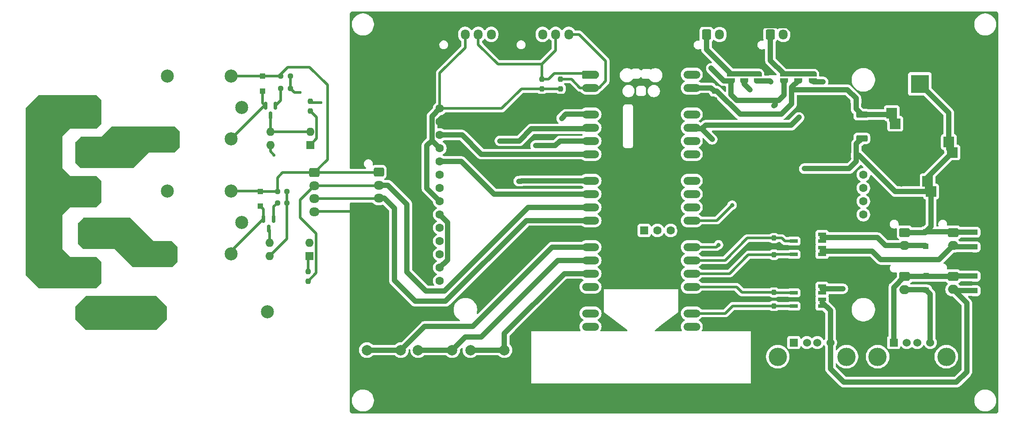
<source format=gtl>
%TF.GenerationSoftware,KiCad,Pcbnew,9.0.0-rc3*%
%TF.CreationDate,2025-02-18T21:04:31+09:00*%
%TF.ProjectId,hydroponics,68796472-6f70-46f6-9e69-63732e6b6963,rev?*%
%TF.SameCoordinates,Original*%
%TF.FileFunction,Copper,L1,Top*%
%TF.FilePolarity,Positive*%
%FSLAX46Y46*%
G04 Gerber Fmt 4.6, Leading zero omitted, Abs format (unit mm)*
G04 Created by KiCad (PCBNEW 9.0.0-rc3) date 2025-02-18 21:04:31*
%MOMM*%
%LPD*%
G01*
G04 APERTURE LIST*
G04 Aperture macros list*
%AMRoundRect*
0 Rectangle with rounded corners*
0 $1 Rounding radius*
0 $2 $3 $4 $5 $6 $7 $8 $9 X,Y pos of 4 corners*
0 Add a 4 corners polygon primitive as box body*
4,1,4,$2,$3,$4,$5,$6,$7,$8,$9,$2,$3,0*
0 Add four circle primitives for the rounded corners*
1,1,$1+$1,$2,$3*
1,1,$1+$1,$4,$5*
1,1,$1+$1,$6,$7*
1,1,$1+$1,$8,$9*
0 Add four rect primitives between the rounded corners*
20,1,$1+$1,$2,$3,$4,$5,0*
20,1,$1+$1,$4,$5,$6,$7,0*
20,1,$1+$1,$6,$7,$8,$9,0*
20,1,$1+$1,$8,$9,$2,$3,0*%
%AMFreePoly0*
4,1,23,0.500000,-0.750000,0.000000,-0.750000,0.000000,-0.745722,-0.065263,-0.745722,-0.191342,-0.711940,-0.304381,-0.646677,-0.396677,-0.554381,-0.461940,-0.441342,-0.495722,-0.315263,-0.495722,-0.250000,-0.500000,-0.250000,-0.500000,0.250000,-0.495722,0.250000,-0.495722,0.315263,-0.461940,0.441342,-0.396677,0.554381,-0.304381,0.646677,-0.191342,0.711940,-0.065263,0.745722,0.000000,0.745722,
0.000000,0.750000,0.500000,0.750000,0.500000,-0.750000,0.500000,-0.750000,$1*%
%AMFreePoly1*
4,1,23,0.000000,0.745722,0.065263,0.745722,0.191342,0.711940,0.304381,0.646677,0.396677,0.554381,0.461940,0.441342,0.495722,0.315263,0.495722,0.250000,0.500000,0.250000,0.500000,-0.250000,0.495722,-0.250000,0.495722,-0.315263,0.461940,-0.441342,0.396677,-0.554381,0.304381,-0.646677,0.191342,-0.711940,0.065263,-0.745722,0.000000,-0.745722,0.000000,-0.750000,-0.500000,-0.750000,
-0.500000,0.750000,0.000000,0.750000,0.000000,0.745722,0.000000,0.745722,$1*%
%AMFreePoly2*
4,1,37,0.800000,0.796148,0.878414,0.796148,1.032228,0.765552,1.177117,0.705537,1.307515,0.618408,1.418408,0.507515,1.505537,0.377117,1.565552,0.232228,1.596148,0.078414,1.596148,-0.078414,1.565552,-0.232228,1.505537,-0.377117,1.418408,-0.507515,1.307515,-0.618408,1.177117,-0.705537,1.032228,-0.765552,0.878414,-0.796148,0.800000,-0.796148,0.800000,-0.800000,-1.400000,-0.800000,
-1.403843,-0.796157,-1.439018,-0.796157,-1.511114,-0.766294,-1.566294,-0.711114,-1.596157,-0.639018,-1.596157,-0.603843,-1.600000,-0.600000,-1.600000,0.600000,-1.596157,0.603843,-1.596157,0.639018,-1.566294,0.711114,-1.511114,0.766294,-1.439018,0.796157,-1.403843,0.796157,-1.400000,0.800000,0.800000,0.800000,0.800000,0.796148,0.800000,0.796148,$1*%
%AMFreePoly3*
4,1,37,1.403843,0.796157,1.439018,0.796157,1.511114,0.766294,1.566294,0.711114,1.596157,0.639018,1.596157,0.603843,1.600000,0.600000,1.600000,-0.600000,1.596157,-0.603843,1.596157,-0.639018,1.566294,-0.711114,1.511114,-0.766294,1.439018,-0.796157,1.403843,-0.796157,1.400000,-0.800000,-0.800000,-0.800000,-0.800000,-0.796148,-0.878414,-0.796148,-1.032228,-0.765552,-1.177117,-0.705537,
-1.307515,-0.618408,-1.418408,-0.507515,-1.505537,-0.377117,-1.565552,-0.232228,-1.596148,-0.078414,-1.596148,0.078414,-1.565552,0.232228,-1.505537,0.377117,-1.418408,0.507515,-1.307515,0.618408,-1.177117,0.705537,-1.032228,0.765552,-0.878414,0.796148,-0.800000,0.796148,-0.800000,0.800000,1.400000,0.800000,1.403843,0.796157,1.403843,0.796157,$1*%
G04 Aperture macros list end*
%TA.AperFunction,ComponentPad*%
%ADD10RoundRect,0.250000X-0.600000X-0.725000X0.600000X-0.725000X0.600000X0.725000X-0.600000X0.725000X0*%
%TD*%
%TA.AperFunction,ComponentPad*%
%ADD11O,1.700000X1.950000*%
%TD*%
%TA.AperFunction,ComponentPad*%
%ADD12RoundRect,0.250000X-0.750000X0.600000X-0.750000X-0.600000X0.750000X-0.600000X0.750000X0.600000X0*%
%TD*%
%TA.AperFunction,ComponentPad*%
%ADD13O,2.000000X1.700000*%
%TD*%
%TA.AperFunction,SMDPad,CuDef*%
%ADD14RoundRect,0.250000X-0.300000X0.300000X-0.300000X-0.300000X0.300000X-0.300000X0.300000X0.300000X0*%
%TD*%
%TA.AperFunction,SMDPad,CuDef*%
%ADD15R,1.525000X0.700000*%
%TD*%
%TA.AperFunction,SMDPad,CuDef*%
%ADD16RoundRect,0.237500X-0.237500X0.250000X-0.237500X-0.250000X0.237500X-0.250000X0.237500X0.250000X0*%
%TD*%
%TA.AperFunction,ComponentPad*%
%ADD17R,2.000000X2.000000*%
%TD*%
%TA.AperFunction,ComponentPad*%
%ADD18C,2.000000*%
%TD*%
%TA.AperFunction,SMDPad,CuDef*%
%ADD19RoundRect,0.150000X-0.150000X0.587500X-0.150000X-0.587500X0.150000X-0.587500X0.150000X0.587500X0*%
%TD*%
%TA.AperFunction,SMDPad,CuDef*%
%ADD20FreePoly0,90.000000*%
%TD*%
%TA.AperFunction,SMDPad,CuDef*%
%ADD21FreePoly1,90.000000*%
%TD*%
%TA.AperFunction,SMDPad,CuDef*%
%ADD22RoundRect,0.237500X-0.250000X-0.237500X0.250000X-0.237500X0.250000X0.237500X-0.250000X0.237500X0*%
%TD*%
%TA.AperFunction,ComponentPad*%
%ADD23RoundRect,0.250000X-0.725000X0.600000X-0.725000X-0.600000X0.725000X-0.600000X0.725000X0.600000X0*%
%TD*%
%TA.AperFunction,ComponentPad*%
%ADD24O,1.950000X1.700000*%
%TD*%
%TA.AperFunction,ComponentPad*%
%ADD25C,2.500000*%
%TD*%
%TA.AperFunction,ComponentPad*%
%ADD26C,1.600000*%
%TD*%
%TA.AperFunction,SMDPad,CuDef*%
%ADD27RoundRect,0.237500X0.237500X-0.250000X0.237500X0.250000X-0.237500X0.250000X-0.237500X-0.250000X0*%
%TD*%
%TA.AperFunction,SMDPad,CuDef*%
%ADD28RoundRect,0.237500X0.300000X0.237500X-0.300000X0.237500X-0.300000X-0.237500X0.300000X-0.237500X0*%
%TD*%
%TA.AperFunction,SMDPad,CuDef*%
%ADD29FreePoly2,0.000000*%
%TD*%
%TA.AperFunction,SMDPad,CuDef*%
%ADD30RoundRect,0.800000X-0.800000X-0.000010X0.800000X-0.000010X0.800000X0.000010X-0.800000X0.000010X0*%
%TD*%
%TA.AperFunction,SMDPad,CuDef*%
%ADD31FreePoly3,0.000000*%
%TD*%
%TA.AperFunction,ComponentPad*%
%ADD32RoundRect,0.200000X-0.600000X-0.600000X0.600000X-0.600000X0.600000X0.600000X-0.600000X0.600000X0*%
%TD*%
%TA.AperFunction,ComponentPad*%
%ADD33R,1.524000X1.524000*%
%TD*%
%TA.AperFunction,ComponentPad*%
%ADD34C,1.524000*%
%TD*%
%TA.AperFunction,ComponentPad*%
%ADD35C,3.500000*%
%TD*%
%TA.AperFunction,SMDPad,CuDef*%
%ADD36RoundRect,0.237500X-0.237500X0.300000X-0.237500X-0.300000X0.237500X-0.300000X0.237500X0.300000X0*%
%TD*%
%TA.AperFunction,SMDPad,CuDef*%
%ADD37RoundRect,0.237500X0.237500X-0.300000X0.237500X0.300000X-0.237500X0.300000X-0.237500X-0.300000X0*%
%TD*%
%TA.AperFunction,ComponentPad*%
%ADD38O,3.000000X5.000000*%
%TD*%
%TA.AperFunction,ComponentPad*%
%ADD39R,1.600000X1.600000*%
%TD*%
%TA.AperFunction,ComponentPad*%
%ADD40O,1.600000X1.600000*%
%TD*%
%TA.AperFunction,SMDPad,CuDef*%
%ADD41RoundRect,0.250000X0.850000X0.350000X-0.850000X0.350000X-0.850000X-0.350000X0.850000X-0.350000X0*%
%TD*%
%TA.AperFunction,SMDPad,CuDef*%
%ADD42RoundRect,0.250000X1.275000X1.125000X-1.275000X1.125000X-1.275000X-1.125000X1.275000X-1.125000X0*%
%TD*%
%TA.AperFunction,SMDPad,CuDef*%
%ADD43RoundRect,0.249997X2.950003X2.650003X-2.950003X2.650003X-2.950003X-2.650003X2.950003X-2.650003X0*%
%TD*%
%TA.AperFunction,ComponentPad*%
%ADD44R,3.500000X3.500000*%
%TD*%
%TA.AperFunction,ComponentPad*%
%ADD45RoundRect,0.750000X-1.000000X0.750000X-1.000000X-0.750000X1.000000X-0.750000X1.000000X0.750000X0*%
%TD*%
%TA.AperFunction,ComponentPad*%
%ADD46RoundRect,0.875000X-0.875000X0.875000X-0.875000X-0.875000X0.875000X-0.875000X0.875000X0.875000X0*%
%TD*%
%TA.AperFunction,ViaPad*%
%ADD47C,0.800000*%
%TD*%
%TA.AperFunction,ViaPad*%
%ADD48C,1.600000*%
%TD*%
%TA.AperFunction,ViaPad*%
%ADD49C,0.600000*%
%TD*%
%TA.AperFunction,Conductor*%
%ADD50C,1.000000*%
%TD*%
%TA.AperFunction,Conductor*%
%ADD51C,0.500000*%
%TD*%
%TA.AperFunction,Conductor*%
%ADD52C,2.000000*%
%TD*%
G04 APERTURE END LIST*
D10*
%TO.P,J7,1,Pin_1*%
%TO.N,GND*%
X124550000Y-61705000D03*
D11*
%TO.P,J7,2,Pin_2*%
%TO.N,+3V3*%
X127050000Y-61705000D03*
%TO.P,J7,3,Pin_3*%
%TO.N,SDA*%
X129550000Y-61705000D03*
%TO.P,J7,4,Pin_4*%
%TO.N,SCL*%
X132050000Y-61705000D03*
%TD*%
D12*
%TO.P,OUT2,1,Pin_1*%
%TO.N,+12V*%
X205575000Y-99630000D03*
D13*
%TO.P,OUT2,2,Pin_2*%
%TO.N,Net-(D2-A)*%
X205575000Y-102130000D03*
%TD*%
D14*
%TO.P,D1,1,K*%
%TO.N,+12V*%
X200350000Y-99480000D03*
%TO.P,D1,2,A*%
%TO.N,Net-(D1-A)*%
X200350000Y-102280000D03*
%TD*%
D15*
%TO.P,IC2,1,S1*%
%TO.N,GND*%
X175088000Y-109925000D03*
%TO.P,IC2,2,G1*%
%TO.N,DC5V_OUT1*%
X175088000Y-111195000D03*
%TO.P,IC2,3,S2*%
%TO.N,GND*%
X175088000Y-112465000D03*
%TO.P,IC2,4,G2*%
%TO.N,DC5V_OUT2*%
X175088000Y-113735000D03*
%TO.P,IC2,5,D2_1*%
%TO.N,Net-(D4-A)*%
X180512000Y-113735000D03*
%TO.P,IC2,6,D2_2*%
X180512000Y-112465000D03*
%TO.P,IC2,7,D1_1*%
%TO.N,Net-(D3-A)*%
X180512000Y-111195000D03*
%TO.P,IC2,8,D1_2*%
X180512000Y-109925000D03*
%TD*%
D14*
%TO.P,D6,1,K*%
%TO.N,+12V*%
X73500000Y-69725000D03*
%TO.P,D6,2,A*%
%TO.N,Net-(D6-A)*%
X73500000Y-72525000D03*
%TD*%
D16*
%TO.P,R4,1*%
%TO.N,DC12V_OUT2*%
X171300000Y-103887500D03*
%TO.P,R4,2*%
%TO.N,GND*%
X171300000Y-105712500D03*
%TD*%
D14*
%TO.P,D2,1,K*%
%TO.N,+12V*%
X209750000Y-99580000D03*
%TO.P,D2,2,A*%
%TO.N,Net-(D2-A)*%
X209750000Y-102380000D03*
%TD*%
D17*
%TO.P,C3,1*%
%TO.N,+12V*%
X204745179Y-82300000D03*
X205417323Y-84300000D03*
D18*
%TO.P,C3,2*%
%TO.N,GND*%
X210417323Y-84300000D03*
X211089467Y-86300000D03*
%TD*%
D14*
%TO.P,D4,1,K*%
%TO.N,+5V*%
X209750000Y-107980000D03*
%TO.P,D4,2,A*%
%TO.N,Net-(D4-A)*%
X209750000Y-110780000D03*
%TD*%
D19*
%TO.P,Q2,1,G*%
%TO.N,Net-(Q2-G)*%
X75950000Y-75387500D03*
%TO.P,Q2,2,S*%
%TO.N,Net-(D6-A)*%
X74050000Y-75387500D03*
%TO.P,Q2,3,D*%
%TO.N,GND*%
X75000000Y-77262500D03*
%TD*%
D20*
%TO.P,JP6,1,A*%
%TO.N,+12V*%
X173200000Y-70600000D03*
D21*
%TO.P,JP6,2,B*%
%TO.N,Net-(J8-Pin_1)*%
X173200000Y-69300000D03*
%TD*%
D22*
%TO.P,R7,1*%
%TO.N,+12V*%
X76337500Y-91750000D03*
%TO.P,R7,2*%
%TO.N,Net-(R7-Pad2)*%
X78162500Y-91750000D03*
%TD*%
D23*
%TO.P,J10,1,Pin_1*%
%TO.N,+12V*%
X83425000Y-88175000D03*
D24*
%TO.P,J10,2,Pin_2*%
%TO.N,AC_OUT1*%
X83425000Y-90675000D03*
%TO.P,J10,3,Pin_3*%
%TO.N,AC_OUT2*%
X83425000Y-93175000D03*
%TO.P,J10,4,Pin_4*%
%TO.N,GND*%
X83425000Y-95675000D03*
%TD*%
D20*
%TO.P,JP4,1,A*%
%TO.N,+3V3*%
X178700000Y-70600000D03*
D21*
%TO.P,JP4,2,B*%
%TO.N,Net-(J8-Pin_1)*%
X178700000Y-69300000D03*
%TD*%
D25*
%TO.P,U5,1,1*%
%TO.N,Net-(D6-A)*%
X67500000Y-81725000D03*
%TO.P,U5,2,2*%
%TO.N,+12V*%
X67500000Y-69725000D03*
%TO.P,U5,3,3*%
%TO.N,Net-(F1-Pad2)*%
X69500000Y-75725000D03*
%TO.P,U5,4,4*%
%TO.N,unconnected-(U5-Pad4)*%
X55300000Y-69725000D03*
%TO.P,U5,5,5*%
%TO.N,Net-(J9-Pin_5)*%
X55300000Y-81725000D03*
%TD*%
D16*
%TO.P,R9,1*%
%TO.N,Net-(R9-Pad1)*%
X82200000Y-107112500D03*
%TO.P,R9,2*%
%TO.N,AC_OUT1*%
X82200000Y-108937500D03*
%TD*%
D20*
%TO.P,JP2,1,A*%
%TO.N,+5V*%
X165600000Y-70580000D03*
D21*
%TO.P,JP2,2,B*%
%TO.N,Net-(J5-Pin_1)*%
X165600000Y-69280000D03*
%TD*%
D20*
%TO.P,JP1,1,A*%
%TO.N,+3V3*%
X168200000Y-70580000D03*
D21*
%TO.P,JP1,2,B*%
%TO.N,Net-(J5-Pin_1)*%
X168200000Y-69280000D03*
%TD*%
D22*
%TO.P,R10,1*%
%TO.N,+12V*%
X76987500Y-69725000D03*
%TO.P,R10,2*%
%TO.N,Net-(R10-Pad2)*%
X78812500Y-69725000D03*
%TD*%
D26*
%TO.P,U2,1,VCC*%
%TO.N,+3V3*%
X107400000Y-75890000D03*
%TO.P,U2,2,GND*%
%TO.N,GND*%
X107400000Y-78430000D03*
%TO.P,U2,3,CS*%
%TO.N,CS_LCD*%
X107400000Y-80970000D03*
%TO.P,U2,4,RESET*%
%TO.N,+3V3*%
X107400000Y-83510000D03*
%TO.P,U2,5,DC/RS*%
%TO.N,DATA_CMD*%
X107400000Y-86050000D03*
%TO.P,U2,6,SDI(MOSI)*%
%TO.N,MOSI*%
X107400000Y-88590000D03*
%TO.P,U2,7,SCK*%
%TO.N,SCK*%
X107400000Y-91130000D03*
%TO.P,U2,8,LED*%
%TO.N,+3V3*%
X107400000Y-93670000D03*
%TO.P,U2,9,SDO(MISO)*%
%TO.N,MISO*%
X107400000Y-96210000D03*
%TO.P,U2,10,T_CLK*%
%TO.N,SCK*%
X107400000Y-98750000D03*
%TO.P,U2,11,T_CS*%
%TO.N,CS_TOUCH*%
X107400000Y-101290000D03*
%TO.P,U2,12,T_DIN*%
%TO.N,MOSI*%
X107400000Y-103830000D03*
%TO.P,U2,13,T_DO*%
%TO.N,MISO*%
X107400000Y-106370000D03*
%TO.P,U2,14,T_IRQ*%
%TO.N,unconnected-(U2-T_IRQ-Pad14)*%
X107400000Y-108910000D03*
%TO.P,U2,15,SD_CS*%
%TO.N,unconnected-(U2-SD_CS-Pad15)*%
X188400000Y-88590000D03*
%TO.P,U2,16,SD_MOSI*%
%TO.N,unconnected-(U2-SD_MOSI-Pad16)*%
X188400000Y-91130000D03*
%TO.P,U2,17,SD_MISO*%
%TO.N,unconnected-(U2-SD_MISO-Pad17)*%
X188400000Y-93670000D03*
%TO.P,U2,18,SD_SCK*%
%TO.N,unconnected-(U2-SD_SCK-Pad18)*%
X188400000Y-96210000D03*
%TD*%
D18*
%TO.P,SW1,1,1*%
%TO.N,SW_A*%
X93450000Y-122150000D03*
X99950000Y-122150000D03*
%TO.P,SW1,2,2*%
%TO.N,GND*%
X93450000Y-126650000D03*
X99950000Y-126650000D03*
%TD*%
D27*
%TO.P,R5,1*%
%TO.N,DC5V_OUT1*%
X171300000Y-111112500D03*
%TO.P,R5,2*%
%TO.N,GND*%
X171300000Y-109287500D03*
%TD*%
D18*
%TO.P,SW3,1,1*%
%TO.N,SW_C*%
X113250000Y-122150000D03*
X119750000Y-122150000D03*
%TO.P,SW3,2,2*%
%TO.N,GND*%
X113250000Y-126650000D03*
X119750000Y-126650000D03*
%TD*%
%TO.P,SW2,1,1*%
%TO.N,SW_B*%
X103250000Y-122150000D03*
X109750000Y-122150000D03*
%TO.P,SW2,2,2*%
%TO.N,GND*%
X103250000Y-126650000D03*
X109750000Y-126650000D03*
%TD*%
D10*
%TO.P,J6,1,Pin_1*%
%TO.N,GND*%
X109750000Y-61705000D03*
D11*
%TO.P,J6,2,Pin_2*%
%TO.N,+3V3*%
X112250000Y-61705000D03*
%TO.P,J6,3,Pin_3*%
%TO.N,SDA*%
X114750000Y-61705000D03*
%TO.P,J6,4,Pin_4*%
%TO.N,SCL*%
X117250000Y-61705000D03*
%TD*%
D14*
%TO.P,D3,1,K*%
%TO.N,+5V*%
X200450000Y-107905000D03*
%TO.P,D3,2,A*%
%TO.N,Net-(D3-A)*%
X200450000Y-110705000D03*
%TD*%
D25*
%TO.P,U3,1,1*%
%TO.N,Net-(D5-A)*%
X67500000Y-103725000D03*
%TO.P,U3,2,2*%
%TO.N,+12V*%
X67500000Y-91725000D03*
%TO.P,U3,3,3*%
%TO.N,Net-(F1-Pad2)*%
X69500000Y-97725000D03*
%TO.P,U3,4,4*%
%TO.N,unconnected-(U3-Pad4)*%
X55300000Y-91725000D03*
%TO.P,U3,5,5*%
%TO.N,Net-(J9-Pin_3)*%
X55300000Y-103725000D03*
%TD*%
D10*
%TO.P,J8,1,Pin_1*%
%TO.N,Net-(J8-Pin_1)*%
X170600000Y-61730000D03*
D11*
%TO.P,J8,2,Pin_2*%
%TO.N,GP2*%
X173100000Y-61730000D03*
%TO.P,J8,3,Pin_3*%
%TO.N,GND*%
X175600000Y-61730000D03*
%TD*%
D10*
%TO.P,J5,1,Pin_1*%
%TO.N,Net-(J5-Pin_1)*%
X158400000Y-61730000D03*
D11*
%TO.P,J5,2,Pin_2*%
%TO.N,GP1*%
X160900000Y-61730000D03*
%TO.P,J5,3,Pin_3*%
%TO.N,GND*%
X163400000Y-61730000D03*
%TD*%
D25*
%TO.P,F1,1*%
%TO.N,Net-(J9-Pin_1)*%
X52650000Y-114800000D03*
%TO.P,F1,2*%
%TO.N,Net-(F1-Pad2)*%
X74450000Y-114800000D03*
%TD*%
D17*
%TO.P,C4,1*%
%TO.N,+12V*%
X201354821Y-91800000D03*
X200682677Y-89800000D03*
D18*
%TO.P,C4,2*%
%TO.N,GND*%
X195682677Y-89800000D03*
X195010533Y-87800000D03*
%TD*%
D28*
%TO.P,C5,1*%
%TO.N,+12V*%
X187062500Y-84830000D03*
%TO.P,C5,2*%
%TO.N,GND*%
X185337500Y-84830000D03*
%TD*%
D29*
%TO.P,A1,1,GPIO0*%
%TO.N,SDA*%
X136210000Y-69395000D03*
D30*
%TO.P,A1,2,GPIO1*%
%TO.N,SCL*%
X136210000Y-71935000D03*
D31*
%TO.P,A1,3,GND*%
%TO.N,GND*%
X136210000Y-74475000D03*
D30*
%TO.P,A1,4,GPIO2*%
%TO.N,SCK*%
X136210000Y-77015000D03*
%TO.P,A1,5,GPIO3*%
%TO.N,MOSI*%
X136210000Y-79555000D03*
%TO.P,A1,6,GPIO4*%
%TO.N,MISO*%
X136210000Y-82095000D03*
%TO.P,A1,7,GPIO5*%
%TO.N,CS_LCD*%
X136210000Y-84635000D03*
D31*
%TO.P,A1,8,GND*%
%TO.N,GND*%
X136210000Y-87175000D03*
D30*
%TO.P,A1,9,GPIO6*%
%TO.N,CS_TOUCH*%
X136210000Y-89715000D03*
%TO.P,A1,10,GPIO7*%
%TO.N,DATA_CMD*%
X136210000Y-92255000D03*
%TO.P,A1,11,GPIO8*%
%TO.N,AC_OUT1*%
X136210000Y-94795000D03*
%TO.P,A1,12,GPIO9*%
%TO.N,AC_OUT2*%
X136210000Y-97335000D03*
D31*
%TO.P,A1,13,GND*%
%TO.N,GND*%
X136210000Y-99875000D03*
D30*
%TO.P,A1,14,GPIO10*%
%TO.N,SW_A*%
X136210000Y-102415000D03*
%TO.P,A1,15,GPIO11*%
%TO.N,SW_B*%
X136210000Y-104955000D03*
%TO.P,A1,16,GPIO12*%
%TO.N,SW_C*%
X136210000Y-107495000D03*
%TO.P,A1,17,GPIO13*%
%TO.N,unconnected-(A1-GPIO13-Pad17)*%
X136210000Y-110035000D03*
D31*
%TO.P,A1,18,GND*%
%TO.N,GND*%
X136210000Y-112575000D03*
D30*
%TO.P,A1,19,GPIO14*%
%TO.N,unconnected-(A1-GPIO14-Pad19)*%
X136210000Y-115115000D03*
%TO.P,A1,20,GPIO15*%
%TO.N,unconnected-(A1-GPIO15-Pad20)*%
X136210000Y-117655000D03*
%TO.P,A1,21,GPIO16*%
%TO.N,unconnected-(A1-GPIO16-Pad21)*%
X155590000Y-117655000D03*
%TO.P,A1,22,GPIO17*%
%TO.N,DC5V_OUT2*%
X155590000Y-115115000D03*
D29*
%TO.P,A1,23,GND*%
%TO.N,GND*%
X155590000Y-112575000D03*
D30*
%TO.P,A1,24,GPIO18*%
%TO.N,DC5V_OUT1*%
X155590000Y-110035000D03*
%TO.P,A1,25,GPIO19*%
%TO.N,DC12V_OUT2*%
X155590000Y-107495000D03*
%TO.P,A1,26,GPIO20*%
%TO.N,DC12V_OUT1*%
X155590000Y-104955000D03*
%TO.P,A1,27,GPIO21*%
%TO.N,GP1*%
X155590000Y-102415000D03*
D29*
%TO.P,A1,28,GND*%
%TO.N,GND*%
X155590000Y-99875000D03*
D30*
%TO.P,A1,29,GPIO22*%
%TO.N,GP2*%
X155590000Y-97335000D03*
%TO.P,A1,30,RUN*%
%TO.N,unconnected-(A1-RUN-Pad30)*%
X155590000Y-94795000D03*
%TO.P,A1,31,GPIO26_ADC0*%
%TO.N,unconnected-(A1-GPIO26_ADC0-Pad31)*%
X155590000Y-92255000D03*
%TO.P,A1,32,GPIO27_ADC1*%
%TO.N,unconnected-(A1-GPIO27_ADC1-Pad32)*%
X155590000Y-89715000D03*
D29*
%TO.P,A1,33,AGND*%
%TO.N,GND*%
X155590000Y-87175000D03*
D30*
%TO.P,A1,34,GPIO28_ADC2*%
%TO.N,unconnected-(A1-GPIO28_ADC2-Pad34)*%
X155590000Y-84635000D03*
%TO.P,A1,35,ADC_VREF*%
%TO.N,unconnected-(A1-ADC_VREF-Pad35)*%
X155590000Y-82095000D03*
%TO.P,A1,36,3V3*%
%TO.N,+3V3*%
X155590000Y-79555000D03*
%TO.P,A1,37,3V3_EN*%
%TO.N,unconnected-(A1-3V3_EN-Pad37)*%
X155590000Y-77015000D03*
D29*
%TO.P,A1,38,GND*%
%TO.N,GND*%
X155590000Y-74475000D03*
D30*
%TO.P,A1,39,VSYS*%
%TO.N,+5V*%
X155590000Y-71935000D03*
%TO.P,A1,40,VBUS*%
%TO.N,unconnected-(A1-VBUS-Pad40)*%
X155590000Y-69395000D03*
D32*
%TO.P,A1,D1*%
%TO.N,N/C*%
X146484100Y-99225000D03*
D26*
%TO.P,A1,D2*%
X149024100Y-99225000D03*
%TO.P,A1,D3*%
X151564100Y-99225000D03*
%TD*%
D33*
%TO.P,J4,1,VBUS*%
%TO.N,+5V*%
X175100000Y-120702500D03*
D34*
%TO.P,J4,2,D-*%
%TO.N,unconnected-(J4-D--Pad2)*%
X177600000Y-120702500D03*
%TO.P,J4,3,D+*%
%TO.N,unconnected-(J4-D+-Pad3)*%
X179600000Y-120702500D03*
%TO.P,J4,4,GND*%
%TO.N,Net-(D4-A)*%
X182100000Y-120702500D03*
D35*
%TO.P,J4,5,Shield*%
%TO.N,unconnected-(J4-Shield-Pad5)_1*%
X172030000Y-123412500D03*
X185170000Y-123412500D03*
%TD*%
D36*
%TO.P,C1,1*%
%TO.N,+5V*%
X159900000Y-72567500D03*
%TO.P,C1,2*%
%TO.N,GND*%
X159900000Y-74292500D03*
%TD*%
D15*
%TO.P,IC1,1,S1*%
%TO.N,GND*%
X175088000Y-100025000D03*
%TO.P,IC1,2,G1*%
%TO.N,DC12V_OUT1*%
X175088000Y-101295000D03*
%TO.P,IC1,3,S2*%
%TO.N,GND*%
X175088000Y-102565000D03*
%TO.P,IC1,4,G2*%
%TO.N,DC12V_OUT2*%
X175088000Y-103835000D03*
%TO.P,IC1,5,D2_1*%
%TO.N,Net-(D2-A)*%
X180512000Y-103835000D03*
%TO.P,IC1,6,D2_2*%
X180512000Y-102565000D03*
%TO.P,IC1,7,D1_1*%
%TO.N,Net-(D1-A)*%
X180512000Y-101295000D03*
%TO.P,IC1,8,D1_2*%
X180512000Y-100025000D03*
%TD*%
D12*
%TO.P,OUT4,1,Pin_1*%
%TO.N,+5V*%
X205575000Y-108030000D03*
D13*
%TO.P,OUT4,2,Pin_2*%
%TO.N,Net-(D4-A)*%
X205575000Y-110530000D03*
%TD*%
D37*
%TO.P,C2,1*%
%TO.N,+3V3*%
X159900000Y-79092500D03*
%TO.P,C2,2*%
%TO.N,GND*%
X159900000Y-77367500D03*
%TD*%
D38*
%TO.P,J9,1,Pin_1*%
%TO.N,Net-(J9-Pin_1)*%
X40700000Y-114850000D03*
%TO.P,J9,2,Pin_2*%
%TO.N,Earth*%
X40700000Y-107230000D03*
%TO.P,J9,3,Pin_3*%
%TO.N,Net-(J9-Pin_3)*%
X40700000Y-99610000D03*
%TO.P,J9,4,Pin_4*%
%TO.N,Earth*%
X40700000Y-91990000D03*
%TO.P,J9,5,Pin_5*%
%TO.N,Net-(J9-Pin_5)*%
X40700000Y-84370000D03*
%TO.P,J9,6,Pin_6*%
%TO.N,Earth*%
X40700000Y-76750000D03*
%TD*%
D27*
%TO.P,R3,1*%
%TO.N,DC12V_OUT1*%
X171300000Y-100712500D03*
%TO.P,R3,2*%
%TO.N,GND*%
X171300000Y-98887500D03*
%TD*%
%TO.P,R2,1*%
%TO.N,+3V3*%
X130500000Y-72112500D03*
%TO.P,R2,2*%
%TO.N,SCL*%
X130500000Y-70287500D03*
%TD*%
D33*
%TO.P,J3,1,VBUS*%
%TO.N,+5V*%
X194200000Y-120702500D03*
D34*
%TO.P,J3,2,D-*%
%TO.N,unconnected-(J3-D--Pad2)*%
X196700000Y-120702500D03*
%TO.P,J3,3,D+*%
%TO.N,unconnected-(J3-D+-Pad3)*%
X198700000Y-120702500D03*
%TO.P,J3,4,GND*%
%TO.N,Net-(D3-A)*%
X201200000Y-120702500D03*
D35*
%TO.P,J3,5,Shield*%
%TO.N,unconnected-(J3-Shield-Pad5)_1*%
X191130000Y-123412500D03*
X204270000Y-123412500D03*
%TD*%
D22*
%TO.P,R11,1*%
%TO.N,Net-(Q2-G)*%
X76987500Y-72025000D03*
%TO.P,R11,2*%
%TO.N,Net-(R10-Pad2)*%
X78812500Y-72025000D03*
%TD*%
D16*
%TO.P,R6,1*%
%TO.N,DC5V_OUT2*%
X171300000Y-113687500D03*
%TO.P,R6,2*%
%TO.N,GND*%
X171300000Y-115512500D03*
%TD*%
D22*
%TO.P,R8,1*%
%TO.N,Net-(Q1-G)*%
X76337500Y-93950000D03*
%TO.P,R8,2*%
%TO.N,Net-(R7-Pad2)*%
X78162500Y-93950000D03*
%TD*%
D20*
%TO.P,JP5,1,A*%
%TO.N,+5V*%
X175900000Y-70600000D03*
D21*
%TO.P,JP5,2,B*%
%TO.N,Net-(J8-Pin_1)*%
X175900000Y-69300000D03*
%TD*%
D39*
%TO.P,U6,1*%
%TO.N,Net-(R12-Pad1)*%
X82600000Y-82900000D03*
D40*
%TO.P,U6,2*%
%TO.N,GND*%
X82600000Y-80360000D03*
%TO.P,U6,3*%
X74980000Y-80360000D03*
%TO.P,U6,4*%
%TO.N,Net-(R10-Pad2)*%
X74980000Y-82900000D03*
%TD*%
D12*
%TO.P,OUT1,1,Pin_1*%
%TO.N,+12V*%
X196300000Y-99630000D03*
D13*
%TO.P,OUT1,2,Pin_2*%
%TO.N,Net-(D1-A)*%
X196300000Y-102130000D03*
%TD*%
D27*
%TO.P,R12,1*%
%TO.N,Net-(R12-Pad1)*%
X82600000Y-76337500D03*
%TO.P,R12,2*%
%TO.N,AC_OUT2*%
X82600000Y-74512500D03*
%TD*%
D41*
%TO.P,U1,1,IN*%
%TO.N,+12V*%
X188100000Y-81637500D03*
D42*
%TO.P,U1,2,GND*%
%TO.N,GND*%
X183475000Y-80882500D03*
X183475000Y-77832500D03*
D43*
X181800000Y-79357500D03*
D42*
X180125000Y-80882500D03*
X180125000Y-77832500D03*
D41*
%TO.P,U1,3,OUT*%
%TO.N,+5V*%
X188100000Y-77077500D03*
%TD*%
D14*
%TO.P,D5,1,K*%
%TO.N,+12V*%
X73050000Y-91750000D03*
%TO.P,D5,2,A*%
%TO.N,Net-(D5-A)*%
X73050000Y-94550000D03*
%TD*%
D19*
%TO.P,Q1,1,G*%
%TO.N,Net-(Q1-G)*%
X75600000Y-97012500D03*
%TO.P,Q1,2,S*%
%TO.N,Net-(D5-A)*%
X73700000Y-97012500D03*
%TO.P,Q1,3,D*%
%TO.N,GND*%
X74650000Y-98887500D03*
%TD*%
D28*
%TO.P,C6,1*%
%TO.N,+5V*%
X187000000Y-74430000D03*
%TO.P,C6,2*%
%TO.N,GND*%
X185275000Y-74430000D03*
%TD*%
D20*
%TO.P,JP3,1,A*%
%TO.N,+12V*%
X163100000Y-70580000D03*
D21*
%TO.P,JP3,2,B*%
%TO.N,Net-(J5-Pin_1)*%
X163100000Y-69280000D03*
%TD*%
D12*
%TO.P,OUT3,1,Pin_1*%
%TO.N,+5V*%
X196300000Y-108055000D03*
D13*
%TO.P,OUT3,2,Pin_2*%
%TO.N,Net-(D3-A)*%
X196300000Y-110555000D03*
%TD*%
D39*
%TO.P,U4,1*%
%TO.N,Net-(R9-Pad1)*%
X82500000Y-104125000D03*
D40*
%TO.P,U4,2*%
%TO.N,GND*%
X82500000Y-101585000D03*
%TO.P,U4,3*%
X74880000Y-101585000D03*
%TO.P,U4,4*%
%TO.N,Net-(R7-Pad2)*%
X74880000Y-104125000D03*
%TD*%
D23*
%TO.P,J2,1,Pin_1*%
%TO.N,+12V*%
X95725000Y-88080000D03*
D24*
%TO.P,J2,2,Pin_2*%
%TO.N,AC_OUT1*%
X95725000Y-90580000D03*
%TO.P,J2,3,Pin_3*%
%TO.N,AC_OUT2*%
X95725000Y-93080000D03*
%TO.P,J2,4,Pin_4*%
%TO.N,GND*%
X95725000Y-95580000D03*
%TD*%
D44*
%TO.P,J1,1*%
%TO.N,+12V*%
X199200000Y-71200000D03*
D45*
%TO.P,J1,2*%
%TO.N,GND*%
X199200000Y-65200000D03*
D46*
%TO.P,J1,3*%
X194500000Y-68200000D03*
%TD*%
D27*
%TO.P,R1,1*%
%TO.N,+3V3*%
X126900000Y-72112500D03*
%TO.P,R1,2*%
%TO.N,SDA*%
X126900000Y-70287500D03*
%TD*%
D17*
%TO.P,C7,1*%
%TO.N,+5V*%
X193827856Y-76800000D03*
X194500000Y-78800000D03*
D18*
%TO.P,C7,2*%
%TO.N,GND*%
X199500000Y-78800000D03*
X200172144Y-80800000D03*
%TD*%
D47*
%TO.N,+12V*%
X177100000Y-87400000D03*
X171300000Y-75400000D03*
X159300000Y-68200000D03*
D48*
%TO.N,GND*%
X207800000Y-67100000D03*
D47*
X213200000Y-72300000D03*
D49*
X168700000Y-91300000D03*
D47*
X185200000Y-104800000D03*
X213200000Y-84800000D03*
X122200000Y-133300000D03*
D48*
X208600000Y-91300000D03*
D47*
X213200000Y-74800000D03*
D48*
X205200000Y-68500000D03*
D47*
X139700000Y-133300000D03*
X159700000Y-108800000D03*
D48*
X210400000Y-67700000D03*
D47*
X109700000Y-133300000D03*
D48*
X207800000Y-65500000D03*
D47*
X127700000Y-63800000D03*
X203700000Y-113800000D03*
X193700000Y-94800000D03*
X173200000Y-66300000D03*
D49*
X149700000Y-63300000D03*
D48*
X206800000Y-91300000D03*
X207000000Y-91300000D03*
D47*
X117700000Y-78430000D03*
D49*
X169200000Y-84300000D03*
D48*
X207800000Y-63700000D03*
X207600000Y-93700000D03*
D47*
X125700000Y-58300000D03*
D49*
X170700000Y-89300000D03*
D47*
X141700000Y-108300000D03*
D48*
X207800000Y-64500000D03*
D47*
X188200000Y-98800000D03*
D48*
X211000000Y-91300000D03*
D47*
X112200000Y-133300000D03*
D48*
X205200000Y-69100000D03*
D47*
X107200000Y-133300000D03*
X90700000Y-77800000D03*
D48*
X207800000Y-65700000D03*
X205200000Y-66700000D03*
X210400000Y-65700000D03*
D47*
X160700000Y-58300000D03*
D48*
X210400000Y-69300000D03*
D47*
X138200000Y-58300000D03*
D48*
X207800000Y-65300000D03*
D47*
X150200000Y-117800000D03*
X90700000Y-105300000D03*
D48*
X207800000Y-67300000D03*
X207800000Y-68100000D03*
D49*
X168200000Y-84300000D03*
D48*
X210400000Y-69900000D03*
D49*
X158600000Y-77500000D03*
D47*
X208200000Y-58300000D03*
D49*
X166700000Y-91300000D03*
X170200000Y-88300000D03*
D48*
X206200000Y-91300000D03*
D47*
X168200000Y-58300000D03*
X119200000Y-63300000D03*
D49*
X166200000Y-88300000D03*
D47*
X123200000Y-105300000D03*
X170700000Y-58300000D03*
X128200000Y-58300000D03*
X182700000Y-84300000D03*
D49*
X173700000Y-89300000D03*
X173700000Y-87300000D03*
D47*
X90700000Y-107800000D03*
D48*
X205200000Y-70300000D03*
X207400000Y-91300000D03*
D47*
X149700000Y-106800000D03*
X167200000Y-65800000D03*
D49*
X164700000Y-91300000D03*
D47*
X118200000Y-110300000D03*
X199700000Y-125800000D03*
X91200000Y-94800000D03*
D48*
X210400000Y-65900000D03*
D47*
X213200000Y-82300000D03*
D49*
X165700000Y-89300000D03*
D48*
X205200000Y-69300000D03*
X207800000Y-63900000D03*
X205200000Y-70100000D03*
D47*
X205700000Y-58300000D03*
X179200000Y-83300000D03*
X199700000Y-123300000D03*
D49*
X142700000Y-61300000D03*
D47*
X103700000Y-114300000D03*
X104700000Y-133300000D03*
X213200000Y-127300000D03*
X133200000Y-58300000D03*
X172200000Y-133300000D03*
X213200000Y-117300000D03*
D49*
X147700000Y-62300000D03*
D48*
X207600000Y-91300000D03*
X210400000Y-66100000D03*
D47*
X127200000Y-133300000D03*
D49*
X146700000Y-63300000D03*
D47*
X198700000Y-96800000D03*
X90700000Y-125300000D03*
D49*
X143700000Y-62300000D03*
D47*
X145700000Y-58300000D03*
D48*
X210400000Y-68300000D03*
D49*
X149700000Y-62300000D03*
D47*
X114200000Y-109800000D03*
D48*
X205200000Y-91300000D03*
X210400000Y-91300000D03*
D49*
X171200000Y-84300000D03*
D47*
X185200000Y-117800000D03*
D48*
X210400000Y-68500000D03*
D49*
X172200000Y-86300000D03*
X146700000Y-61300000D03*
D47*
X213200000Y-109800000D03*
D48*
X205000000Y-93700000D03*
D47*
X132200000Y-71800000D03*
D49*
X170700000Y-85300000D03*
D47*
X213200000Y-122300000D03*
D49*
X150700000Y-63300000D03*
D47*
X97200000Y-133300000D03*
X213200000Y-99800000D03*
X183200000Y-58300000D03*
X178700000Y-84300000D03*
D49*
X144700000Y-63300000D03*
X169700000Y-87300000D03*
D48*
X205200000Y-63300000D03*
D47*
X154700000Y-133300000D03*
D49*
X170700000Y-91300000D03*
D47*
X188700000Y-104800000D03*
D48*
X210600000Y-93700000D03*
D49*
X172700000Y-87300000D03*
D47*
X193700000Y-61300000D03*
X198200000Y-58300000D03*
D48*
X210400000Y-65500000D03*
D47*
X102700000Y-98800000D03*
D48*
X210400000Y-64500000D03*
X211200000Y-91300000D03*
X206600000Y-93700000D03*
X207800000Y-70100000D03*
D49*
X171200000Y-86300000D03*
D47*
X164700000Y-133300000D03*
D48*
X205200000Y-68900000D03*
D47*
X90700000Y-110300000D03*
D48*
X207800000Y-66300000D03*
X209200000Y-91300000D03*
D47*
X90700000Y-122800000D03*
X118200000Y-58300000D03*
D48*
X205400000Y-93700000D03*
D49*
X170200000Y-84300000D03*
D48*
X207800000Y-67700000D03*
X207800000Y-69300000D03*
D49*
X164700000Y-89300000D03*
D47*
X210700000Y-80300000D03*
D49*
X173200000Y-90300000D03*
D48*
X205800000Y-93700000D03*
D49*
X172700000Y-85300000D03*
D48*
X209000000Y-93700000D03*
D49*
X147700000Y-63300000D03*
D47*
X199700000Y-133300000D03*
X169700000Y-133300000D03*
D49*
X165700000Y-87300000D03*
X168200000Y-90300000D03*
D48*
X205200000Y-67900000D03*
D47*
X177700000Y-79800000D03*
D49*
X173200000Y-86300000D03*
D47*
X119700000Y-60800000D03*
X159700000Y-85300000D03*
D48*
X206000000Y-93700000D03*
D49*
X167700000Y-85300000D03*
D47*
X90700000Y-85300000D03*
D48*
X207800000Y-64100000D03*
D47*
X97200000Y-100300000D03*
X109200000Y-84500000D03*
D49*
X165200000Y-84300000D03*
D47*
X157200000Y-133300000D03*
X181200000Y-85300000D03*
D49*
X143700000Y-64300000D03*
D47*
X128850000Y-113450000D03*
D48*
X205200000Y-65700000D03*
X204800000Y-93700000D03*
D49*
X172200000Y-88300000D03*
D47*
X123200000Y-100300000D03*
D48*
X210400000Y-67100000D03*
D49*
X147700000Y-64300000D03*
X164700000Y-87300000D03*
D48*
X205200000Y-66500000D03*
D47*
X182200000Y-133300000D03*
D49*
X169200000Y-86300000D03*
D47*
X142200000Y-133300000D03*
X108200000Y-58300000D03*
D48*
X205200000Y-64100000D03*
D49*
X170700000Y-87300000D03*
D47*
X117200000Y-133300000D03*
X187700000Y-61300000D03*
D49*
X144700000Y-62300000D03*
X146700000Y-64300000D03*
D48*
X207800000Y-66100000D03*
X207200000Y-91300000D03*
D47*
X102200000Y-133300000D03*
X183200000Y-83300000D03*
D48*
X205200000Y-64500000D03*
D47*
X164700000Y-67300000D03*
X90700000Y-100300000D03*
X213200000Y-87300000D03*
D48*
X205200000Y-65900000D03*
X210400000Y-63700000D03*
X210400000Y-66300000D03*
D47*
X190700000Y-58300000D03*
X150200000Y-78300000D03*
D48*
X205200000Y-66100000D03*
D47*
X90700000Y-67800000D03*
X149700000Y-133300000D03*
X158700000Y-90800000D03*
X140700000Y-58300000D03*
D48*
X207800000Y-69900000D03*
X210400000Y-66900000D03*
X207800000Y-70300000D03*
X210400000Y-66700000D03*
D47*
X206200000Y-116300000D03*
X184700000Y-65300000D03*
X175700000Y-58300000D03*
D48*
X210400000Y-63500000D03*
X205200000Y-67300000D03*
X205200000Y-63500000D03*
D47*
X118200000Y-105800000D03*
D49*
X167700000Y-89300000D03*
D48*
X207800000Y-63300000D03*
X209800000Y-91300000D03*
D47*
X158200000Y-58300000D03*
X195700000Y-82800000D03*
D49*
X141700000Y-63300000D03*
X168700000Y-87300000D03*
X171700000Y-91300000D03*
X172700000Y-91300000D03*
X170200000Y-90300000D03*
D47*
X129700000Y-133300000D03*
D48*
X208000000Y-93700000D03*
D47*
X181700000Y-84300000D03*
D49*
X142700000Y-62300000D03*
D48*
X205200000Y-66900000D03*
D47*
X153200000Y-58300000D03*
X177200000Y-73800000D03*
D49*
X145700000Y-63300000D03*
D47*
X163700000Y-115800000D03*
D48*
X207800000Y-68700000D03*
X205200000Y-67500000D03*
D47*
X187200000Y-133300000D03*
X165700000Y-58300000D03*
D48*
X207000000Y-93700000D03*
D47*
X96700000Y-67300000D03*
X190700000Y-61300000D03*
D48*
X210400000Y-64700000D03*
D49*
X142700000Y-64300000D03*
D47*
X90700000Y-70300000D03*
X202200000Y-133300000D03*
X106200000Y-129300000D03*
D49*
X167700000Y-91300000D03*
D47*
X120700000Y-58300000D03*
D49*
X165700000Y-85300000D03*
D47*
X100700000Y-58300000D03*
D48*
X205200000Y-64300000D03*
X210800000Y-91300000D03*
D47*
X213200000Y-112300000D03*
D49*
X164700000Y-85300000D03*
D47*
X90700000Y-115300000D03*
X98200000Y-129800000D03*
D48*
X209200000Y-93700000D03*
D47*
X180700000Y-68300000D03*
X98200000Y-58300000D03*
D49*
X167200000Y-86300000D03*
D48*
X206400000Y-91300000D03*
X206800000Y-93700000D03*
X207800000Y-67500000D03*
X205200000Y-93700000D03*
D47*
X102700000Y-94300000D03*
D49*
X145700000Y-62300000D03*
D48*
X209600000Y-91300000D03*
D47*
X134700000Y-133300000D03*
X186700000Y-108300000D03*
D49*
X166200000Y-90300000D03*
D47*
X99700000Y-133300000D03*
D48*
X205200000Y-69500000D03*
D47*
X167200000Y-133300000D03*
X90700000Y-62800000D03*
D48*
X205600000Y-93700000D03*
X205200000Y-66300000D03*
D47*
X197200000Y-133300000D03*
D48*
X205400000Y-91300000D03*
D47*
X194700000Y-133300000D03*
D48*
X210400000Y-65100000D03*
D47*
X207200000Y-133300000D03*
D48*
X207800000Y-63500000D03*
D47*
X162700000Y-64800000D03*
D48*
X211000000Y-93700000D03*
D47*
X97200000Y-97300000D03*
D49*
X169700000Y-89300000D03*
D47*
X175200000Y-107300000D03*
D49*
X147700000Y-61300000D03*
D47*
X141700000Y-117800000D03*
D48*
X205200000Y-69900000D03*
D47*
X90700000Y-120300000D03*
D48*
X208000000Y-91300000D03*
D49*
X165700000Y-91300000D03*
D48*
X207800000Y-64700000D03*
X210400000Y-70300000D03*
D49*
X167200000Y-90300000D03*
D47*
X175700000Y-67300000D03*
D48*
X206000000Y-91300000D03*
X209400000Y-93700000D03*
D47*
X123450000Y-77550000D03*
D49*
X166700000Y-89300000D03*
D47*
X180200000Y-63300000D03*
X141200000Y-93300000D03*
D48*
X210400000Y-69700000D03*
D49*
X168700000Y-85300000D03*
D48*
X207800000Y-68900000D03*
D49*
X145700000Y-64300000D03*
D48*
X208400000Y-91300000D03*
X206200000Y-93700000D03*
D47*
X90700000Y-80300000D03*
D48*
X210400000Y-70100000D03*
D47*
X178700000Y-116300000D03*
X141200000Y-102800000D03*
X201700000Y-85300000D03*
X213200000Y-119800000D03*
X163200000Y-58300000D03*
X196200000Y-125800000D03*
X184700000Y-133300000D03*
X173700000Y-116800000D03*
D49*
X168700000Y-89300000D03*
D47*
X187700000Y-65300000D03*
X213200000Y-62300000D03*
D48*
X205200000Y-65300000D03*
X208800000Y-91300000D03*
D47*
X97200000Y-103800000D03*
X185700000Y-58300000D03*
X198700000Y-93800000D03*
D49*
X143700000Y-63300000D03*
X172700000Y-89300000D03*
D48*
X205200000Y-69700000D03*
D47*
X210200000Y-75800000D03*
X179700000Y-98300000D03*
X181700000Y-61300000D03*
D48*
X205200000Y-64700000D03*
D47*
X147200000Y-133300000D03*
X184700000Y-61300000D03*
X100200000Y-71300000D03*
D48*
X207800000Y-65100000D03*
D47*
X97700000Y-110300000D03*
X95700000Y-58300000D03*
X181700000Y-65300000D03*
D49*
X146700000Y-62300000D03*
D48*
X210400000Y-68100000D03*
D47*
X182200000Y-83300000D03*
X213200000Y-124800000D03*
D49*
X167700000Y-87300000D03*
D47*
X179700000Y-133300000D03*
X190700000Y-65300000D03*
D48*
X210200000Y-91300000D03*
X205200000Y-68300000D03*
D47*
X177700000Y-78300000D03*
X202700000Y-109800000D03*
D49*
X149700000Y-64300000D03*
D47*
X106200000Y-65300000D03*
D49*
X170200000Y-86300000D03*
D47*
X90700000Y-72800000D03*
D49*
X171700000Y-85300000D03*
D47*
X132500000Y-87200000D03*
X213200000Y-89800000D03*
D48*
X210400000Y-68700000D03*
D47*
X104200000Y-103800000D03*
X90700000Y-102800000D03*
X112700000Y-129300000D03*
X179700000Y-84300000D03*
X213200000Y-67300000D03*
X167700000Y-109300000D03*
X162600000Y-98300000D03*
X180700000Y-75300000D03*
D49*
X173200000Y-88300000D03*
D47*
X189700000Y-133300000D03*
X90700000Y-65300000D03*
X97700000Y-83300000D03*
X213200000Y-92300000D03*
X190700000Y-117800000D03*
D48*
X205000000Y-91300000D03*
D47*
X150700000Y-58300000D03*
D49*
X148700000Y-63300000D03*
D48*
X211400000Y-93700000D03*
D47*
X213200000Y-69800000D03*
D48*
X206600000Y-91300000D03*
X207800000Y-69700000D03*
X207800000Y-67900000D03*
D47*
X146200000Y-86800000D03*
D49*
X148700000Y-64300000D03*
X141700000Y-64300000D03*
D48*
X207400000Y-93700000D03*
X207800000Y-66700000D03*
D47*
X189200000Y-63300000D03*
X213200000Y-94800000D03*
X90700000Y-82800000D03*
D48*
X208200000Y-93700000D03*
D47*
X182700000Y-107300000D03*
D48*
X209600000Y-93700000D03*
D47*
X123200000Y-58300000D03*
X97700000Y-75800000D03*
X179200000Y-85300000D03*
D48*
X209400000Y-91300000D03*
D47*
X178200000Y-83300000D03*
X181200000Y-83300000D03*
X173200000Y-58300000D03*
X94700000Y-62300000D03*
X180200000Y-85300000D03*
X192200000Y-133300000D03*
X203200000Y-58300000D03*
D49*
X145700000Y-61300000D03*
D47*
X190700000Y-108300000D03*
X159700000Y-133300000D03*
X180700000Y-58300000D03*
D48*
X210400000Y-93700000D03*
D47*
X196200000Y-123300000D03*
D48*
X207800000Y-93700000D03*
D49*
X172200000Y-84300000D03*
D47*
X147700000Y-92800000D03*
D49*
X165200000Y-86300000D03*
D47*
X213200000Y-104800000D03*
D48*
X210400000Y-63900000D03*
D47*
X114700000Y-133300000D03*
X181700000Y-75300000D03*
X155700000Y-58300000D03*
X162200000Y-133300000D03*
X105200000Y-108300000D03*
D49*
X141700000Y-61300000D03*
D48*
X207200000Y-93700000D03*
D47*
X177700000Y-81300000D03*
D49*
X144700000Y-64300000D03*
X144700000Y-61300000D03*
D48*
X210400000Y-65300000D03*
D47*
X180200000Y-83300000D03*
X90700000Y-112800000D03*
X204700000Y-133300000D03*
D49*
X166200000Y-84300000D03*
D47*
X104700000Y-69800000D03*
D48*
X205200000Y-68700000D03*
D47*
X93700000Y-71800000D03*
D48*
X207800000Y-91300000D03*
X210400000Y-64100000D03*
D47*
X90700000Y-75300000D03*
D48*
X210400000Y-64900000D03*
D47*
X98700000Y-119300000D03*
D48*
X208200000Y-91300000D03*
D47*
X93700000Y-79800000D03*
D48*
X208800000Y-93700000D03*
D47*
X158200000Y-95800000D03*
D49*
X166700000Y-87300000D03*
D47*
X110700000Y-58300000D03*
D49*
X173700000Y-91300000D03*
D48*
X210200000Y-93700000D03*
D47*
X102700000Y-85800000D03*
X195700000Y-58300000D03*
X173200000Y-107300000D03*
D49*
X150700000Y-61300000D03*
D47*
X148200000Y-58300000D03*
X90700000Y-117800000D03*
D48*
X205200000Y-65100000D03*
X209800000Y-93700000D03*
X210400000Y-67900000D03*
X207800000Y-64900000D03*
D47*
X124700000Y-133300000D03*
X213200000Y-114800000D03*
X180700000Y-84300000D03*
D48*
X208400000Y-93700000D03*
X210400000Y-69500000D03*
D47*
X159200000Y-112800000D03*
D48*
X207800000Y-68500000D03*
X210400000Y-64300000D03*
D47*
X213200000Y-64800000D03*
D49*
X148700000Y-62300000D03*
D47*
X213200000Y-102300000D03*
D49*
X171200000Y-90300000D03*
D48*
X205200000Y-68100000D03*
D49*
X171200000Y-88300000D03*
D47*
X200700000Y-58300000D03*
D49*
X169200000Y-88300000D03*
D47*
X152200000Y-133300000D03*
D49*
X166700000Y-85300000D03*
D47*
X97200000Y-106800000D03*
X132300000Y-110800000D03*
X207700000Y-73300000D03*
D48*
X211400000Y-91300000D03*
X207800000Y-66900000D03*
D47*
X122700000Y-126800000D03*
X213200000Y-107300000D03*
D48*
X207800000Y-69100000D03*
D47*
X135700000Y-58300000D03*
D48*
X207800000Y-66500000D03*
X207800000Y-69500000D03*
D47*
X162200000Y-112300000D03*
D49*
X141700000Y-62300000D03*
D47*
X166200000Y-61800000D03*
D49*
X171700000Y-87300000D03*
D48*
X205200000Y-67100000D03*
X209000000Y-91300000D03*
D49*
X143700000Y-61300000D03*
D48*
X205200000Y-63900000D03*
D49*
X150700000Y-62300000D03*
D48*
X208600000Y-93700000D03*
D47*
X192200000Y-63300000D03*
X177200000Y-133300000D03*
X109200000Y-82500000D03*
D49*
X169200000Y-90300000D03*
D47*
X213200000Y-79800000D03*
X103200000Y-58300000D03*
X113200000Y-58300000D03*
X132700000Y-100200000D03*
D49*
X166200000Y-86300000D03*
D48*
X210400000Y-68900000D03*
X205200000Y-63700000D03*
D49*
X167200000Y-84300000D03*
X168200000Y-86300000D03*
D47*
X105700000Y-58300000D03*
X178200000Y-58300000D03*
D48*
X210600000Y-91300000D03*
X210400000Y-67300000D03*
D49*
X165200000Y-88300000D03*
D48*
X207800000Y-68300000D03*
D47*
X203700000Y-117800000D03*
D48*
X205200000Y-64900000D03*
D49*
X158400000Y-75300000D03*
D48*
X210400000Y-63300000D03*
D49*
X169700000Y-85300000D03*
X168200000Y-88300000D03*
D47*
X183100000Y-74200000D03*
X193200000Y-58300000D03*
X119700000Y-133300000D03*
D48*
X210800000Y-93700000D03*
D47*
X115700000Y-58300000D03*
D49*
X148700000Y-61300000D03*
X142700000Y-63300000D03*
D48*
X210400000Y-66500000D03*
D47*
X143200000Y-58300000D03*
D49*
X171700000Y-89300000D03*
D47*
X180700000Y-107300000D03*
D48*
X210400000Y-67500000D03*
X205600000Y-91300000D03*
D47*
X107700000Y-114300000D03*
X182700000Y-75300000D03*
D48*
X204800000Y-91300000D03*
D47*
X130700000Y-58300000D03*
D48*
X210000000Y-93700000D03*
D47*
X207700000Y-77300000D03*
D48*
X210000000Y-91300000D03*
D49*
X167200000Y-88300000D03*
D47*
X90700000Y-97800000D03*
D48*
X207800000Y-65900000D03*
X205200000Y-65500000D03*
D47*
X182200000Y-85300000D03*
X167200000Y-112300000D03*
D48*
X211200000Y-93700000D03*
D47*
X152200000Y-87300000D03*
X188200000Y-58300000D03*
X183200000Y-63300000D03*
X131700000Y-116300000D03*
X132200000Y-133300000D03*
X186200000Y-63300000D03*
D49*
X172200000Y-90300000D03*
D47*
X101700000Y-65300000D03*
X184200000Y-98300000D03*
X99700000Y-112300000D03*
X128200000Y-99300000D03*
X167700000Y-115800000D03*
D48*
X210400000Y-69100000D03*
D47*
X174700000Y-133300000D03*
X167700000Y-105800000D03*
D48*
X206400000Y-93700000D03*
D47*
X144700000Y-133300000D03*
D49*
X165200000Y-90300000D03*
D47*
X213200000Y-97300000D03*
X184200000Y-112800000D03*
D48*
X207800000Y-64300000D03*
X205800000Y-91300000D03*
X205200000Y-67700000D03*
D47*
X90700000Y-127800000D03*
D49*
X169700000Y-91300000D03*
X150700000Y-64300000D03*
D47*
X137200000Y-133300000D03*
X213200000Y-77300000D03*
D49*
X149700000Y-61300000D03*
D47*
%TO.N,+5V*%
X166700000Y-72300000D03*
X174700000Y-72300000D03*
%TO.N,Net-(D3-A)*%
X184500000Y-110400000D03*
%TO.N,MISO*%
X125700000Y-83000000D03*
%TO.N,+3V3*%
X170700000Y-70800000D03*
X180700000Y-70800000D03*
X159500000Y-81800000D03*
X176100000Y-77600000D03*
%TO.N,GP1*%
X160700000Y-102000000D03*
%TO.N,SCK*%
X130700000Y-77800000D03*
%TO.N,GP2*%
X163300000Y-94400000D03*
%TO.N,CS_TOUCH*%
X122500000Y-89800000D03*
%TO.N,MOSI*%
X118900000Y-82100000D03*
D49*
%TO.N,AC_OUT2*%
X84700000Y-74800000D03*
%TO.N,Net-(R10-Pad2)*%
X80700000Y-72800000D03*
X75700000Y-84800000D03*
%TD*%
D50*
%TO.N,+12V*%
X187062500Y-86037500D02*
X187062500Y-84830000D01*
D51*
X85900000Y-71400000D02*
X82500000Y-68000000D01*
D50*
X200682677Y-89800000D02*
X200682677Y-91127856D01*
D51*
X95630000Y-88175000D02*
X95725000Y-88080000D01*
D50*
X171500000Y-75200000D02*
X171500000Y-74300000D01*
D51*
X83425000Y-88175000D02*
X85900000Y-85700000D01*
D50*
X171500000Y-74300000D02*
X172200000Y-74300000D01*
X161680000Y-70580000D02*
X163100000Y-70580000D01*
X164200000Y-74300000D02*
X171500000Y-74300000D01*
X177100000Y-87400000D02*
X185700000Y-87400000D01*
D51*
X78300000Y-68000000D02*
X76987500Y-69312500D01*
D50*
X185700000Y-87400000D02*
X187062500Y-86037500D01*
X187062500Y-82675000D02*
X188100000Y-81637500D01*
X201354821Y-91800000D02*
X194500000Y-91800000D01*
D51*
X73050000Y-91750000D02*
X76337500Y-91750000D01*
X73500000Y-69725000D02*
X67500000Y-69725000D01*
D50*
X187062500Y-84830000D02*
X187062500Y-82675000D01*
D51*
X82500000Y-68000000D02*
X78300000Y-68000000D01*
X83425000Y-88175000D02*
X77325000Y-88175000D01*
D50*
X209750000Y-99580000D02*
X205625000Y-99580000D01*
D51*
X76337500Y-89162500D02*
X76337500Y-91750000D01*
D50*
X205425000Y-99480000D02*
X205575000Y-99630000D01*
X204745179Y-82300000D02*
X204745179Y-76745179D01*
X196300000Y-99630000D02*
X200200000Y-99630000D01*
X200682677Y-89034646D02*
X205417323Y-84300000D01*
X204745179Y-82300000D02*
X204745179Y-83627856D01*
D51*
X83425000Y-88175000D02*
X95630000Y-88175000D01*
X76987500Y-69312500D02*
X76987500Y-69725000D01*
D50*
X194500000Y-91800000D02*
X187530000Y-84830000D01*
X187530000Y-84830000D02*
X187062500Y-84830000D01*
X200682677Y-89800000D02*
X200682677Y-89034646D01*
D51*
X73025000Y-91725000D02*
X73050000Y-91750000D01*
X85900000Y-85700000D02*
X85900000Y-71400000D01*
D50*
X172200000Y-74300000D02*
X173200000Y-73300000D01*
X159300000Y-68200000D02*
X161680000Y-70580000D01*
X200350000Y-99480000D02*
X205425000Y-99480000D01*
X171300000Y-75400000D02*
X171500000Y-75200000D01*
X200200000Y-99630000D02*
X200350000Y-99480000D01*
X201354821Y-98475179D02*
X200350000Y-99480000D01*
X205625000Y-99580000D02*
X205575000Y-99630000D01*
X201354821Y-91800000D02*
X201354821Y-98475179D01*
D51*
X67500000Y-91725000D02*
X73025000Y-91725000D01*
D50*
X204745179Y-83627856D02*
X205417323Y-84300000D01*
X163100000Y-73200000D02*
X164200000Y-74300000D01*
X204745179Y-76745179D02*
X199200000Y-71200000D01*
X163100000Y-70580000D02*
X163100000Y-73200000D01*
X173200000Y-73300000D02*
X173200000Y-70600000D01*
D51*
X77325000Y-88175000D02*
X76337500Y-89162500D01*
X73500000Y-69725000D02*
X76987500Y-69725000D01*
D50*
X200682677Y-91127856D02*
X201354821Y-91800000D01*
%TO.N,GND*%
X159717500Y-74475000D02*
X159900000Y-74292500D01*
D51*
X175088000Y-100025000D02*
X176125000Y-100025000D01*
D50*
X136210000Y-99875000D02*
X140975000Y-99875000D01*
D51*
X153103968Y-110274000D02*
X152374000Y-110274000D01*
X152500000Y-85690000D02*
X152500000Y-75960000D01*
D50*
X199500000Y-80127856D02*
X200172144Y-80800000D01*
D51*
X152500000Y-61800000D02*
X154625000Y-59675000D01*
X153251000Y-111151000D02*
X153251000Y-110421032D01*
X153985000Y-74475000D02*
X152500000Y-72990000D01*
X173950500Y-98887500D02*
X175088000Y-100025000D01*
X153985000Y-87175000D02*
X152500000Y-85690000D01*
D50*
X165076000Y-60054000D02*
X173924000Y-60054000D01*
X103250000Y-126650000D02*
X109750000Y-126650000D01*
D51*
X176700000Y-115000000D02*
X176700000Y-113130000D01*
D50*
X159900000Y-77367500D02*
X159900000Y-74292500D01*
D51*
X74980000Y-77282500D02*
X75000000Y-77262500D01*
D50*
X190257500Y-79357500D02*
X181800000Y-79357500D01*
D51*
X139625000Y-74475000D02*
X136210000Y-74475000D01*
X176125000Y-100025000D02*
X176700000Y-100600000D01*
X126855000Y-59400000D02*
X135300000Y-59400000D01*
X176900000Y-110474500D02*
X176350500Y-109925000D01*
X176700000Y-113130000D02*
X176035000Y-112465000D01*
X176900000Y-103114500D02*
X176350500Y-102565000D01*
D50*
X154025000Y-99875000D02*
X155590000Y-99875000D01*
X164412500Y-98887500D02*
X171300000Y-98887500D01*
X195010533Y-87800000D02*
X195255267Y-87555267D01*
X136185000Y-87200000D02*
X136210000Y-87175000D01*
D51*
X173387500Y-109287500D02*
X171300000Y-109287500D01*
X83520000Y-95580000D02*
X83425000Y-95675000D01*
D50*
X194500000Y-73800000D02*
X199500000Y-78800000D01*
X129725000Y-112575000D02*
X136210000Y-112575000D01*
X132700000Y-100200000D02*
X135885000Y-100200000D01*
X195255267Y-87555267D02*
X195255267Y-84355267D01*
X185275000Y-76032500D02*
X183475000Y-77832500D01*
D51*
X175088000Y-109925000D02*
X174025000Y-109925000D01*
X176187500Y-115512500D02*
X176700000Y-115000000D01*
D50*
X132500000Y-87200000D02*
X136185000Y-87200000D01*
X137815000Y-87175000D02*
X140500000Y-84490000D01*
D51*
X140764156Y-73335844D02*
X139625000Y-74475000D01*
D50*
X121900000Y-120400000D02*
X128850000Y-113450000D01*
D51*
X176700000Y-100600000D02*
X176700000Y-102215500D01*
X153251000Y-110421032D02*
X153103968Y-110274000D01*
X74880000Y-99117500D02*
X74650000Y-98887500D01*
D50*
X134075000Y-112575000D02*
X132300000Y-110800000D01*
X137815000Y-74475000D02*
X136210000Y-74475000D01*
D51*
X175088000Y-112465000D02*
X176035000Y-112465000D01*
D50*
X185337500Y-84830000D02*
X185337500Y-82745000D01*
D51*
X150500000Y-108400000D02*
X150500000Y-103400000D01*
D50*
X140500000Y-77160000D02*
X137815000Y-74475000D01*
X194500000Y-68200000D02*
X194500000Y-73800000D01*
D51*
X176350500Y-109925000D02*
X175088000Y-109925000D01*
D50*
X199500000Y-78800000D02*
X199500000Y-80127856D01*
D51*
X152900000Y-98790000D02*
X153985000Y-99875000D01*
D50*
X119750000Y-126650000D02*
X121900000Y-124500000D01*
X136210000Y-112575000D02*
X134075000Y-112575000D01*
X185275000Y-74430000D02*
X185275000Y-76032500D01*
D51*
X171300000Y-115512500D02*
X176187500Y-115512500D01*
X152500000Y-72990000D02*
X152500000Y-61800000D01*
D50*
X103250000Y-126650000D02*
X99950000Y-126650000D01*
D51*
X153985000Y-87175000D02*
X152900000Y-88260000D01*
X140764156Y-64864156D02*
X140764156Y-73335844D01*
X154675000Y-112575000D02*
X153251000Y-111151000D01*
D50*
X93450000Y-126650000D02*
X99950000Y-126650000D01*
D51*
X152374000Y-110274000D02*
X150500000Y-108400000D01*
X124550000Y-61705000D02*
X126855000Y-59400000D01*
X152500000Y-75960000D02*
X153985000Y-74475000D01*
D50*
X195010533Y-89127856D02*
X195682677Y-89800000D01*
X155590000Y-74475000D02*
X159717500Y-74475000D01*
X185337500Y-82745000D02*
X183475000Y-80882500D01*
X183330000Y-74430000D02*
X183100000Y-74200000D01*
X140975000Y-99875000D02*
X144500000Y-103400000D01*
D51*
X164697000Y-59675000D02*
X165076000Y-60054000D01*
X176900000Y-104600000D02*
X176900000Y-103114500D01*
D50*
X200172144Y-80800000D02*
X200172144Y-82638389D01*
X121900000Y-124500000D02*
X121900000Y-120400000D01*
D51*
X74880000Y-101585000D02*
X74880000Y-99117500D01*
X153985000Y-99875000D02*
X155590000Y-99875000D01*
X112255000Y-59200000D02*
X109750000Y-61705000D01*
D50*
X173924000Y-60054000D02*
X175600000Y-61730000D01*
D51*
X155590000Y-87175000D02*
X153985000Y-87175000D01*
D50*
X195010533Y-87800000D02*
X195010533Y-89127856D01*
X163425000Y-99875000D02*
X164412500Y-98887500D01*
D51*
X171300000Y-105712500D02*
X171300000Y-109287500D01*
X135300000Y-59400000D02*
X140764156Y-64864156D01*
X171300000Y-98887500D02*
X173950500Y-98887500D01*
X176900000Y-111600000D02*
X176900000Y-110474500D01*
D50*
X144500000Y-103400000D02*
X150500000Y-103400000D01*
D51*
X95725000Y-95580000D02*
X83520000Y-95580000D01*
D50*
X135885000Y-100200000D02*
X136210000Y-99875000D01*
X185275000Y-74430000D02*
X183330000Y-74430000D01*
X140500000Y-84490000D02*
X140500000Y-77160000D01*
D51*
X154625000Y-59675000D02*
X164697000Y-59675000D01*
D50*
X150500000Y-103400000D02*
X154025000Y-99875000D01*
D51*
X176700000Y-102215500D02*
X176350500Y-102565000D01*
X176350500Y-102565000D02*
X175088000Y-102565000D01*
X82600000Y-80360000D02*
X74980000Y-80360000D01*
D50*
X195255267Y-84355267D02*
X190257500Y-79357500D01*
X128850000Y-113450000D02*
X129725000Y-112575000D01*
D51*
X74980000Y-80360000D02*
X74980000Y-77282500D01*
D50*
X123450000Y-77550000D02*
X126525000Y-74475000D01*
D51*
X174025000Y-109925000D02*
X173387500Y-109287500D01*
D50*
X210417323Y-85627856D02*
X211089467Y-86300000D01*
D51*
X122045000Y-59200000D02*
X112255000Y-59200000D01*
D50*
X117700000Y-78430000D02*
X122570000Y-78430000D01*
X107400000Y-78430000D02*
X117700000Y-78430000D01*
D51*
X155590000Y-112575000D02*
X154675000Y-112575000D01*
X171300000Y-105712500D02*
X175787500Y-105712500D01*
X176035000Y-112465000D02*
X176900000Y-111600000D01*
X152900000Y-88260000D02*
X152900000Y-98790000D01*
D50*
X113250000Y-126650000D02*
X119750000Y-126650000D01*
X122570000Y-78430000D02*
X123450000Y-77550000D01*
X136210000Y-87175000D02*
X137815000Y-87175000D01*
D51*
X153985000Y-74475000D02*
X155590000Y-74475000D01*
D50*
X210417323Y-84300000D02*
X210417323Y-85627856D01*
X200172144Y-82638389D02*
X195010533Y-87800000D01*
D51*
X124550000Y-61705000D02*
X122045000Y-59200000D01*
D50*
X163400000Y-61730000D02*
X165076000Y-60054000D01*
X155590000Y-99875000D02*
X163425000Y-99875000D01*
D51*
X175787500Y-105712500D02*
X176900000Y-104600000D01*
D50*
X126525000Y-74475000D02*
X136210000Y-74475000D01*
X113250000Y-126650000D02*
X109750000Y-126650000D01*
%TO.N,+5V*%
X196300000Y-108055000D02*
X200300000Y-108055000D01*
X174700000Y-72300000D02*
X174700000Y-71800000D01*
X172700000Y-77000000D02*
X174700000Y-75000000D01*
X159900000Y-72567500D02*
X160375000Y-72567500D01*
X194200000Y-110155000D02*
X196300000Y-108055000D01*
X193827856Y-76800000D02*
X193827856Y-78127856D01*
X174700000Y-75000000D02*
X174700000Y-72300000D01*
X194200000Y-120702500D02*
X194200000Y-110155000D01*
X193827856Y-78127856D02*
X194500000Y-78800000D01*
X160375000Y-72567500D02*
X164807500Y-77000000D01*
X187000000Y-73955000D02*
X185345000Y-72300000D01*
X164807500Y-77000000D02*
X172700000Y-77000000D01*
X187000000Y-74430000D02*
X187000000Y-75977500D01*
X159267500Y-71935000D02*
X159900000Y-72567500D01*
X165600000Y-71200000D02*
X166700000Y-72300000D01*
X205625000Y-107980000D02*
X205575000Y-108030000D01*
X187000000Y-75977500D02*
X188100000Y-77077500D01*
X200300000Y-108055000D02*
X200450000Y-107905000D01*
X193550356Y-77077500D02*
X193827856Y-76800000D01*
X209750000Y-107980000D02*
X205625000Y-107980000D01*
X205575000Y-108030000D02*
X200575000Y-108030000D01*
X200575000Y-108030000D02*
X200450000Y-107905000D01*
X155590000Y-71935000D02*
X159267500Y-71935000D01*
X165600000Y-70580000D02*
X165600000Y-71200000D01*
X174700000Y-71800000D02*
X175900000Y-70600000D01*
X188100000Y-77077500D02*
X193550356Y-77077500D01*
X185345000Y-72300000D02*
X174700000Y-72300000D01*
X187000000Y-74430000D02*
X187000000Y-73955000D01*
%TO.N,Net-(D2-A)*%
X205825000Y-102380000D02*
X205575000Y-102130000D01*
D51*
X180512000Y-103835000D02*
X180512000Y-103200000D01*
D50*
X209750000Y-102380000D02*
X205825000Y-102380000D01*
X202905000Y-104800000D02*
X205575000Y-102130000D01*
X191700000Y-104800000D02*
X202905000Y-104800000D01*
D51*
X180512000Y-103200000D02*
X180512000Y-102565000D01*
D50*
X190100000Y-103200000D02*
X191700000Y-104800000D01*
X180512000Y-103200000D02*
X190100000Y-103200000D01*
%TO.N,Net-(D3-A)*%
X180512000Y-110400000D02*
X184500000Y-110400000D01*
X201200000Y-120702500D02*
X201200000Y-111455000D01*
X201200000Y-111455000D02*
X200450000Y-110705000D01*
D51*
X180512000Y-109925000D02*
X180512000Y-110400000D01*
D50*
X196300000Y-110555000D02*
X200300000Y-110555000D01*
D51*
X180512000Y-110400000D02*
X180512000Y-111195000D01*
D50*
X200300000Y-110555000D02*
X200450000Y-110705000D01*
D51*
%TO.N,DC12V_OUT2*%
X166412500Y-103887500D02*
X171300000Y-103887500D01*
X155590000Y-107495000D02*
X162805000Y-107495000D01*
X171352500Y-103835000D02*
X171300000Y-103887500D01*
X162805000Y-107495000D02*
X166412500Y-103887500D01*
X175088000Y-103835000D02*
X171352500Y-103835000D01*
D50*
%TO.N,MISO*%
X125700000Y-83000000D02*
X129500000Y-83000000D01*
X129500000Y-83000000D02*
X130405000Y-82095000D01*
X107400000Y-106370000D02*
X108901000Y-104869000D01*
X108901000Y-97711000D02*
X107400000Y-96210000D01*
X130405000Y-82095000D02*
X136210000Y-82095000D01*
X108901000Y-104869000D02*
X108901000Y-97711000D01*
D51*
%TO.N,+3V3*%
X119210000Y-75890000D02*
X107400000Y-75890000D01*
D50*
X159500000Y-81800000D02*
X157500000Y-79800000D01*
X159900000Y-79092500D02*
X158207500Y-79092500D01*
D51*
X112250000Y-64250000D02*
X107400000Y-69100000D01*
X112250000Y-61705000D02*
X112250000Y-64250000D01*
D50*
X107400000Y-83510000D02*
X105899000Y-82009000D01*
D51*
X107400000Y-69100000D02*
X107400000Y-75890000D01*
D50*
X107400000Y-93670000D02*
X104900000Y-91170000D01*
X158207500Y-79092500D02*
X157500000Y-79800000D01*
D51*
X126900000Y-72112500D02*
X130500000Y-72112500D01*
D50*
X180700000Y-70800000D02*
X178900000Y-70800000D01*
X157500000Y-79800000D02*
X155835000Y-79800000D01*
X178900000Y-70800000D02*
X178700000Y-70600000D01*
X104900000Y-83008000D02*
X105899000Y-82009000D01*
X168200000Y-70580000D02*
X170480000Y-70580000D01*
D51*
X126900000Y-72112500D02*
X122987500Y-72112500D01*
X122987500Y-72112500D02*
X119210000Y-75890000D01*
D50*
X159900000Y-79092500D02*
X174607500Y-79092500D01*
X155835000Y-79800000D02*
X155590000Y-79555000D01*
X174607500Y-79092500D02*
X176100000Y-77600000D01*
X170480000Y-70580000D02*
X170700000Y-70800000D01*
X105899000Y-82009000D02*
X105899000Y-77391000D01*
X105899000Y-77391000D02*
X107400000Y-75890000D01*
X104900000Y-91170000D02*
X104900000Y-83008000D01*
D51*
%TO.N,SDA*%
X136015000Y-69200000D02*
X129300000Y-69200000D01*
X118500000Y-67400000D02*
X114750000Y-63650000D01*
X136210000Y-69395000D02*
X136015000Y-69200000D01*
X126900000Y-70287500D02*
X126900000Y-67400000D01*
X128212500Y-70287500D02*
X126900000Y-70287500D01*
X126900000Y-67400000D02*
X129550000Y-64750000D01*
X129300000Y-69200000D02*
X128212500Y-70287500D01*
X126900000Y-67400000D02*
X118500000Y-67400000D01*
X129550000Y-64750000D02*
X129550000Y-61705000D01*
X114750000Y-63650000D02*
X114750000Y-61705000D01*
%TO.N,SCL*%
X137810000Y-71935000D02*
X136210000Y-71935000D01*
X132050000Y-61705000D02*
X134005000Y-61705000D01*
X139100000Y-70645000D02*
X137810000Y-71935000D01*
X134235000Y-71935000D02*
X132587500Y-70287500D01*
X134005000Y-61705000D02*
X139100000Y-66800000D01*
X136210000Y-71935000D02*
X134235000Y-71935000D01*
X139100000Y-66800000D02*
X139100000Y-70645000D01*
X132587500Y-70287500D02*
X130500000Y-70287500D01*
%TO.N,GP1*%
X160285000Y-102415000D02*
X160700000Y-102000000D01*
X155590000Y-102415000D02*
X160285000Y-102415000D01*
D50*
%TO.N,SCK*%
X136195000Y-77000000D02*
X136210000Y-77015000D01*
X131500000Y-77000000D02*
X136195000Y-77000000D01*
X130700000Y-77800000D02*
X131500000Y-77000000D01*
%TO.N,DATA_CMD*%
X111550000Y-86050000D02*
X117755000Y-92255000D01*
X107400000Y-86050000D02*
X111550000Y-86050000D01*
X117755000Y-92255000D02*
X136210000Y-92255000D01*
%TO.N,SW_C*%
X119750000Y-122150000D02*
X119750000Y-118950000D01*
X131205000Y-107495000D02*
X136210000Y-107495000D01*
X113250000Y-122150000D02*
X119750000Y-122150000D01*
X119750000Y-118950000D02*
X131205000Y-107495000D01*
D51*
%TO.N,GP2*%
X163300000Y-94400000D02*
X160365000Y-97335000D01*
X160365000Y-97335000D02*
X155590000Y-97335000D01*
%TO.N,DC5V_OUT2*%
X155590000Y-115115000D02*
X161985000Y-115115000D01*
X171347500Y-113735000D02*
X171300000Y-113687500D01*
X175088000Y-113735000D02*
X171347500Y-113735000D01*
X161985000Y-115115000D02*
X163412500Y-113687500D01*
X163412500Y-113687500D02*
X171300000Y-113687500D01*
D50*
%TO.N,AC_OUT1*%
X101100000Y-94200000D02*
X97480000Y-90580000D01*
X124305000Y-94795000D02*
X108300000Y-110800000D01*
D51*
X80700000Y-93400000D02*
X83425000Y-90675000D01*
X82200000Y-108937500D02*
X83751000Y-107386500D01*
X83751000Y-107386500D02*
X83751000Y-99851000D01*
X95630000Y-90675000D02*
X95725000Y-90580000D01*
D50*
X104700000Y-110800000D02*
X101100000Y-107200000D01*
X108300000Y-110800000D02*
X104700000Y-110800000D01*
X97480000Y-90580000D02*
X95725000Y-90580000D01*
X136210000Y-94795000D02*
X124305000Y-94795000D01*
D51*
X83751000Y-99851000D02*
X80700000Y-96800000D01*
X80700000Y-96800000D02*
X80700000Y-93400000D01*
D50*
X101100000Y-107200000D02*
X101100000Y-94200000D01*
D51*
X83425000Y-90675000D02*
X95630000Y-90675000D01*
D50*
%TO.N,CS_TOUCH*%
X122500000Y-89800000D02*
X122900000Y-89800000D01*
X122985000Y-89715000D02*
X136210000Y-89715000D01*
X122900000Y-89800000D02*
X122985000Y-89715000D01*
D51*
%TO.N,DC5V_OUT1*%
X171382500Y-111195000D02*
X171300000Y-111112500D01*
X155590000Y-110035000D02*
X164135000Y-110035000D01*
X175088000Y-111195000D02*
X171382500Y-111195000D01*
X164135000Y-110035000D02*
X165212500Y-111112500D01*
X165212500Y-111112500D02*
X171300000Y-111112500D01*
%TO.N,DC12V_OUT1*%
X172812500Y-100712500D02*
X171300000Y-100712500D01*
X155590000Y-104955000D02*
X161945000Y-104955000D01*
X166187500Y-100712500D02*
X171300000Y-100712500D01*
X175088000Y-101295000D02*
X173395000Y-101295000D01*
X161945000Y-104955000D02*
X166187500Y-100712500D01*
X173395000Y-101295000D02*
X172812500Y-100712500D01*
D50*
%TO.N,MOSI*%
X124900000Y-79800000D02*
X135965000Y-79800000D01*
X135965000Y-79800000D02*
X136210000Y-79555000D01*
X122600000Y-82100000D02*
X124900000Y-79800000D01*
X118900000Y-82100000D02*
X122600000Y-82100000D01*
%TO.N,AC_OUT2*%
X96780000Y-93080000D02*
X95725000Y-93080000D01*
D51*
X84700000Y-74800000D02*
X82887500Y-74800000D01*
D50*
X123965000Y-97335000D02*
X108500000Y-112800000D01*
X98700000Y-108800000D02*
X98700000Y-95000000D01*
X108500000Y-112800000D02*
X102700000Y-112800000D01*
X98700000Y-95000000D02*
X96780000Y-93080000D01*
X102700000Y-112800000D02*
X98700000Y-108800000D01*
X136210000Y-97335000D02*
X123965000Y-97335000D01*
D51*
X83425000Y-93175000D02*
X95630000Y-93175000D01*
X95630000Y-93175000D02*
X95725000Y-93080000D01*
X82887500Y-74800000D02*
X82600000Y-74512500D01*
D50*
%TO.N,SW_A*%
X93450000Y-122150000D02*
X99950000Y-122150000D01*
X128885000Y-102415000D02*
X136210000Y-102415000D01*
X99950000Y-122150000D02*
X104500000Y-117600000D01*
X113700000Y-117600000D02*
X128885000Y-102415000D01*
X104500000Y-117600000D02*
X113700000Y-117600000D01*
%TO.N,CS_LCD*%
X115335000Y-84635000D02*
X136210000Y-84635000D01*
X107400000Y-80970000D02*
X111670000Y-80970000D01*
X111670000Y-80970000D02*
X115335000Y-84635000D01*
%TO.N,SW_B*%
X115300000Y-119600000D02*
X129945000Y-104955000D01*
X103250000Y-122150000D02*
X109750000Y-122150000D01*
X109750000Y-122150000D02*
X112300000Y-119600000D01*
X129945000Y-104955000D02*
X136210000Y-104955000D01*
X112300000Y-119600000D02*
X115300000Y-119600000D01*
%TO.N,Net-(D1-A)*%
X200200000Y-102130000D02*
X200350000Y-102280000D01*
D51*
X180512000Y-100600000D02*
X180512000Y-101295000D01*
X180512000Y-100025000D02*
X180512000Y-100600000D01*
D50*
X192630000Y-102130000D02*
X196300000Y-102130000D01*
X191100000Y-100600000D02*
X192630000Y-102130000D01*
X180512000Y-100600000D02*
X191100000Y-100600000D01*
X196300000Y-102130000D02*
X200200000Y-102130000D01*
%TO.N,Net-(D4-A)*%
X182100000Y-120702500D02*
X182100000Y-114588000D01*
X209750000Y-110780000D02*
X205825000Y-110780000D01*
X182100000Y-114588000D02*
X180512000Y-113000000D01*
X184700000Y-128300000D02*
X206200000Y-128300000D01*
X208200000Y-113155000D02*
X205575000Y-110530000D01*
D51*
X180512000Y-113000000D02*
X180512000Y-113735000D01*
D50*
X205825000Y-110780000D02*
X205575000Y-110530000D01*
X206200000Y-128300000D02*
X208200000Y-126300000D01*
X182100000Y-120702500D02*
X182100000Y-125700000D01*
X182100000Y-125700000D02*
X184700000Y-128300000D01*
D51*
X180512000Y-112465000D02*
X180512000Y-113000000D01*
D50*
X208200000Y-126300000D02*
X208200000Y-113155000D01*
D51*
%TO.N,Net-(D5-A)*%
X73700000Y-97012500D02*
X73700000Y-95200000D01*
X67500000Y-103212500D02*
X67500000Y-103725000D01*
X73700000Y-97012500D02*
X67500000Y-103212500D01*
X73700000Y-95200000D02*
X73050000Y-94550000D01*
%TO.N,Net-(D6-A)*%
X73500000Y-72525000D02*
X73500000Y-74837500D01*
X73500000Y-74837500D02*
X74050000Y-75387500D01*
X67500000Y-81725000D02*
X73837500Y-75387500D01*
X73837500Y-75387500D02*
X74050000Y-75387500D01*
D52*
%TO.N,Net-(J9-Pin_1)*%
X40700000Y-114850000D02*
X52600000Y-114850000D01*
X52600000Y-114850000D02*
X52650000Y-114800000D01*
D50*
%TO.N,Net-(J5-Pin_1)*%
X168200000Y-69280000D02*
X165600000Y-69280000D01*
X158400000Y-64580000D02*
X158400000Y-61730000D01*
X163100000Y-69280000D02*
X165600000Y-69280000D01*
X163100000Y-69280000D02*
X158400000Y-64580000D01*
%TO.N,Net-(J8-Pin_1)*%
X173200000Y-69300000D02*
X170600000Y-66700000D01*
X178700000Y-69300000D02*
X175900000Y-69300000D01*
X170600000Y-66700000D02*
X170600000Y-61730000D01*
X173200000Y-69300000D02*
X175900000Y-69300000D01*
D52*
%TO.N,Net-(J9-Pin_3)*%
X46510000Y-99610000D02*
X50625000Y-103725000D01*
X50625000Y-103725000D02*
X55300000Y-103725000D01*
X40700000Y-99610000D02*
X46510000Y-99610000D01*
%TO.N,Earth*%
X34890000Y-91990000D02*
X40700000Y-91990000D01*
X32700000Y-78800000D02*
X32700000Y-89800000D01*
X40700000Y-107230000D02*
X34130000Y-107230000D01*
X40700000Y-76750000D02*
X34750000Y-76750000D01*
X32700000Y-89800000D02*
X34890000Y-91990000D01*
X34130000Y-107230000D02*
X32700000Y-105800000D01*
X34750000Y-76750000D02*
X32700000Y-78800000D01*
X32700000Y-94180000D02*
X34890000Y-91990000D01*
X32700000Y-105800000D02*
X32700000Y-94180000D01*
%TO.N,Net-(J9-Pin_5)*%
X48130000Y-84370000D02*
X50775000Y-81725000D01*
X50775000Y-81725000D02*
X55300000Y-81725000D01*
X40700000Y-84370000D02*
X48130000Y-84370000D01*
D51*
%TO.N,Net-(Q1-G)*%
X75600000Y-94687500D02*
X76337500Y-93950000D01*
X75600000Y-97012500D02*
X75600000Y-94687500D01*
%TO.N,Net-(Q2-G)*%
X76987500Y-72025000D02*
X76987500Y-74350000D01*
X76987500Y-74350000D02*
X75950000Y-75387500D01*
%TO.N,Net-(R7-Pad2)*%
X74880000Y-104125000D02*
X78162500Y-100842500D01*
X78162500Y-100842500D02*
X78162500Y-93950000D01*
X78162500Y-91750000D02*
X78162500Y-93950000D01*
%TO.N,Net-(R9-Pad1)*%
X82200000Y-107112500D02*
X82200000Y-104425000D01*
X82200000Y-104425000D02*
X82500000Y-104125000D01*
%TO.N,Net-(R10-Pad2)*%
X79587500Y-72800000D02*
X78812500Y-72025000D01*
X74980000Y-84080000D02*
X75700000Y-84800000D01*
X78812500Y-69725000D02*
X78812500Y-72025000D01*
X80700000Y-72800000D02*
X79587500Y-72800000D01*
X74980000Y-82900000D02*
X74980000Y-84080000D01*
%TO.N,Net-(R12-Pad1)*%
X82600000Y-82900000D02*
X83851000Y-81649000D01*
X83851000Y-81649000D02*
X83851000Y-77588500D01*
X83851000Y-77588500D02*
X82600000Y-76337500D01*
%TD*%
%TA.AperFunction,Conductor*%
%TO.N,Earth*%
G36*
X41715677Y-73319685D02*
G01*
X41736319Y-73336319D01*
X42663681Y-74263681D01*
X42697166Y-74325004D01*
X42700000Y-74351362D01*
X42700000Y-78748638D01*
X42680315Y-78815677D01*
X42663681Y-78836319D01*
X41736319Y-79763681D01*
X41674996Y-79797166D01*
X41648638Y-79800000D01*
X36699999Y-79800000D01*
X35200000Y-81299999D01*
X35200000Y-81300000D01*
X35200000Y-87300000D01*
X36700000Y-88800000D01*
X41648638Y-88800000D01*
X41715677Y-88819685D01*
X41736319Y-88836319D01*
X42663681Y-89763681D01*
X42697166Y-89825004D01*
X42700000Y-89851362D01*
X42700000Y-93748638D01*
X42680315Y-93815677D01*
X42663681Y-93836319D01*
X41736319Y-94763681D01*
X41674996Y-94797166D01*
X41648638Y-94800000D01*
X36699999Y-94800000D01*
X35200000Y-96299999D01*
X35200000Y-96300000D01*
X35200000Y-102800000D01*
X36700000Y-104300000D01*
X41648638Y-104300000D01*
X41715677Y-104319685D01*
X41736319Y-104336319D01*
X42663681Y-105263681D01*
X42697166Y-105325004D01*
X42700000Y-105351362D01*
X42700000Y-109248638D01*
X42680315Y-109315677D01*
X42663681Y-109336319D01*
X41736319Y-110263681D01*
X41674996Y-110297166D01*
X41648638Y-110300000D01*
X30751362Y-110300000D01*
X30684323Y-110280315D01*
X30663681Y-110263681D01*
X28236319Y-107836319D01*
X28202834Y-107774996D01*
X28200000Y-107748638D01*
X28200000Y-75851362D01*
X28219685Y-75784323D01*
X28236319Y-75763681D01*
X30663681Y-73336319D01*
X30725004Y-73302834D01*
X30751362Y-73300000D01*
X41648638Y-73300000D01*
X41715677Y-73319685D01*
G37*
%TD.AperFunction*%
%TD*%
%TA.AperFunction,Conductor*%
%TO.N,Net-(J9-Pin_3)*%
G36*
X48215677Y-96819685D02*
G01*
X48236319Y-96836319D01*
X52700000Y-101300000D01*
X56148638Y-101300000D01*
X56215677Y-101319685D01*
X56236319Y-101336319D01*
X57163681Y-102263681D01*
X57197166Y-102325004D01*
X57200000Y-102351362D01*
X57200000Y-105248638D01*
X57180315Y-105315677D01*
X57163681Y-105336319D01*
X56236319Y-106263681D01*
X56174996Y-106297166D01*
X56148638Y-106300000D01*
X48751362Y-106300000D01*
X48684323Y-106280315D01*
X48663681Y-106263681D01*
X45200000Y-102800000D01*
X39251362Y-102800000D01*
X39184323Y-102780315D01*
X39163681Y-102763681D01*
X38236319Y-101836319D01*
X38202834Y-101774996D01*
X38200000Y-101748638D01*
X38200000Y-97851362D01*
X38219685Y-97784323D01*
X38236319Y-97763681D01*
X39163681Y-96836319D01*
X39225004Y-96802834D01*
X39251362Y-96800000D01*
X48148638Y-96800000D01*
X48215677Y-96819685D01*
G37*
%TD.AperFunction*%
%TD*%
%TA.AperFunction,Conductor*%
%TO.N,Net-(J9-Pin_5)*%
G36*
X56715677Y-79319685D02*
G01*
X56736319Y-79336319D01*
X57663681Y-80263681D01*
X57697166Y-80325004D01*
X57700000Y-80351362D01*
X57700000Y-83248638D01*
X57680315Y-83315677D01*
X57663681Y-83336319D01*
X56736319Y-84263681D01*
X56674996Y-84297166D01*
X56648638Y-84300000D01*
X51699999Y-84300000D01*
X48736319Y-87263681D01*
X48674996Y-87297166D01*
X48648638Y-87300000D01*
X38751362Y-87300000D01*
X38684323Y-87280315D01*
X38663681Y-87263681D01*
X37736319Y-86336319D01*
X37702834Y-86274996D01*
X37700000Y-86248638D01*
X37700000Y-82351362D01*
X37719685Y-82284323D01*
X37736319Y-82263681D01*
X38663681Y-81336319D01*
X38725004Y-81302834D01*
X38751362Y-81300000D01*
X42700000Y-81300000D01*
X44663681Y-79336319D01*
X44725004Y-79302834D01*
X44751362Y-79300000D01*
X56648638Y-79300000D01*
X56715677Y-79319685D01*
G37*
%TD.AperFunction*%
%TD*%
%TA.AperFunction,Conductor*%
%TO.N,Net-(J9-Pin_1)*%
G36*
X53215677Y-111819685D02*
G01*
X53236319Y-111836319D01*
X55163681Y-113763681D01*
X55197166Y-113825004D01*
X55200000Y-113851362D01*
X55200000Y-116248638D01*
X55180315Y-116315677D01*
X55163681Y-116336319D01*
X53236319Y-118263681D01*
X53174996Y-118297166D01*
X53148638Y-118300000D01*
X39751362Y-118300000D01*
X39684323Y-118280315D01*
X39663681Y-118263681D01*
X37736319Y-116336319D01*
X37702834Y-116274996D01*
X37700000Y-116248638D01*
X37700000Y-113851362D01*
X37719685Y-113784323D01*
X37736319Y-113763681D01*
X39663681Y-111836319D01*
X39725004Y-111802834D01*
X39751362Y-111800000D01*
X53148638Y-111800000D01*
X53215677Y-111819685D01*
G37*
%TD.AperFunction*%
%TD*%
%TA.AperFunction,Conductor*%
%TO.N,GND*%
G36*
X213706922Y-57301280D02*
G01*
X213797266Y-57311459D01*
X213824331Y-57317636D01*
X213903540Y-57345352D01*
X213928553Y-57357398D01*
X213999606Y-57402043D01*
X214021313Y-57419355D01*
X214080644Y-57478686D01*
X214097957Y-57500395D01*
X214142600Y-57571444D01*
X214154648Y-57596462D01*
X214182362Y-57675666D01*
X214188540Y-57702735D01*
X214198720Y-57793076D01*
X214199500Y-57806961D01*
X214199500Y-133793038D01*
X214198720Y-133806922D01*
X214198720Y-133806923D01*
X214188540Y-133897264D01*
X214182362Y-133924333D01*
X214154648Y-134003537D01*
X214142600Y-134028555D01*
X214097957Y-134099604D01*
X214080644Y-134121313D01*
X214021313Y-134180644D01*
X213999604Y-134197957D01*
X213928555Y-134242600D01*
X213903537Y-134254648D01*
X213824333Y-134282362D01*
X213797264Y-134288540D01*
X213717075Y-134297576D01*
X213706921Y-134298720D01*
X213693038Y-134299500D01*
X90706962Y-134299500D01*
X90693078Y-134298720D01*
X90680553Y-134297308D01*
X90602735Y-134288540D01*
X90575666Y-134282362D01*
X90496462Y-134254648D01*
X90471444Y-134242600D01*
X90400395Y-134197957D01*
X90378686Y-134180644D01*
X90319355Y-134121313D01*
X90302042Y-134099604D01*
X90257399Y-134028555D01*
X90245351Y-134003537D01*
X90217637Y-133924333D01*
X90211459Y-133897263D01*
X90207774Y-133864561D01*
X90201280Y-133806922D01*
X90200500Y-133793038D01*
X90200500Y-131662332D01*
X90599500Y-131662332D01*
X90599500Y-131937667D01*
X90599501Y-131937684D01*
X90635438Y-132210655D01*
X90635439Y-132210660D01*
X90635440Y-132210666D01*
X90635441Y-132210668D01*
X90706704Y-132476630D01*
X90812075Y-132731017D01*
X90812080Y-132731028D01*
X90891809Y-132869121D01*
X90949751Y-132969479D01*
X90949753Y-132969482D01*
X90949754Y-132969483D01*
X91117370Y-133187926D01*
X91117376Y-133187933D01*
X91312066Y-133382623D01*
X91312072Y-133382628D01*
X91530521Y-133550249D01*
X91683778Y-133638732D01*
X91768971Y-133687919D01*
X91768976Y-133687921D01*
X91768979Y-133687923D01*
X92023368Y-133793295D01*
X92289334Y-133864560D01*
X92562326Y-133900500D01*
X92562333Y-133900500D01*
X92837667Y-133900500D01*
X92837674Y-133900500D01*
X93110666Y-133864560D01*
X93376632Y-133793295D01*
X93631021Y-133687923D01*
X93869479Y-133550249D01*
X94087928Y-133382628D01*
X94282628Y-133187928D01*
X94450249Y-132969479D01*
X94587923Y-132731021D01*
X94693295Y-132476632D01*
X94764560Y-132210666D01*
X94800500Y-131937674D01*
X94800500Y-131662332D01*
X209599500Y-131662332D01*
X209599500Y-131937667D01*
X209599501Y-131937684D01*
X209635438Y-132210655D01*
X209635439Y-132210660D01*
X209635440Y-132210666D01*
X209635441Y-132210668D01*
X209706704Y-132476630D01*
X209812075Y-132731017D01*
X209812080Y-132731028D01*
X209891809Y-132869121D01*
X209949751Y-132969479D01*
X209949753Y-132969482D01*
X209949754Y-132969483D01*
X210117370Y-133187926D01*
X210117376Y-133187933D01*
X210312066Y-133382623D01*
X210312072Y-133382628D01*
X210530521Y-133550249D01*
X210683778Y-133638732D01*
X210768971Y-133687919D01*
X210768976Y-133687921D01*
X210768979Y-133687923D01*
X211023368Y-133793295D01*
X211289334Y-133864560D01*
X211562326Y-133900500D01*
X211562333Y-133900500D01*
X211837667Y-133900500D01*
X211837674Y-133900500D01*
X212110666Y-133864560D01*
X212376632Y-133793295D01*
X212631021Y-133687923D01*
X212869479Y-133550249D01*
X213087928Y-133382628D01*
X213282628Y-133187928D01*
X213450249Y-132969479D01*
X213587923Y-132731021D01*
X213693295Y-132476632D01*
X213764560Y-132210666D01*
X213800500Y-131937674D01*
X213800500Y-131662326D01*
X213764560Y-131389334D01*
X213693295Y-131123368D01*
X213587923Y-130868979D01*
X213587921Y-130868976D01*
X213587919Y-130868971D01*
X213538732Y-130783778D01*
X213450249Y-130630521D01*
X213282628Y-130412072D01*
X213282623Y-130412066D01*
X213087933Y-130217376D01*
X213087926Y-130217370D01*
X212869483Y-130049754D01*
X212869482Y-130049753D01*
X212869479Y-130049751D01*
X212774407Y-129994861D01*
X212631028Y-129912080D01*
X212631017Y-129912075D01*
X212376630Y-129806704D01*
X212243649Y-129771072D01*
X212110666Y-129735440D01*
X212110660Y-129735439D01*
X212110655Y-129735438D01*
X211837684Y-129699501D01*
X211837679Y-129699500D01*
X211837674Y-129699500D01*
X211562326Y-129699500D01*
X211562320Y-129699500D01*
X211562315Y-129699501D01*
X211289344Y-129735438D01*
X211289337Y-129735439D01*
X211289334Y-129735440D01*
X211233125Y-129750500D01*
X211023369Y-129806704D01*
X210768982Y-129912075D01*
X210768971Y-129912080D01*
X210530516Y-130049754D01*
X210312073Y-130217370D01*
X210312066Y-130217376D01*
X210117376Y-130412066D01*
X210117370Y-130412073D01*
X209949754Y-130630516D01*
X209812080Y-130868971D01*
X209812075Y-130868982D01*
X209706704Y-131123369D01*
X209635441Y-131389331D01*
X209635438Y-131389344D01*
X209599501Y-131662315D01*
X209599500Y-131662332D01*
X94800500Y-131662332D01*
X94800500Y-131662326D01*
X94764560Y-131389334D01*
X94693295Y-131123368D01*
X94587923Y-130868979D01*
X94587921Y-130868976D01*
X94587919Y-130868971D01*
X94538732Y-130783778D01*
X94450249Y-130630521D01*
X94282628Y-130412072D01*
X94282623Y-130412066D01*
X94087933Y-130217376D01*
X94087926Y-130217370D01*
X93869483Y-130049754D01*
X93869482Y-130049753D01*
X93869479Y-130049751D01*
X93774407Y-129994861D01*
X93631028Y-129912080D01*
X93631017Y-129912075D01*
X93376630Y-129806704D01*
X93243649Y-129771072D01*
X93110666Y-129735440D01*
X93110660Y-129735439D01*
X93110655Y-129735438D01*
X92837684Y-129699501D01*
X92837679Y-129699500D01*
X92837674Y-129699500D01*
X92562326Y-129699500D01*
X92562320Y-129699500D01*
X92562315Y-129699501D01*
X92289344Y-129735438D01*
X92289337Y-129735439D01*
X92289334Y-129735440D01*
X92233125Y-129750500D01*
X92023369Y-129806704D01*
X91768982Y-129912075D01*
X91768971Y-129912080D01*
X91530516Y-130049754D01*
X91312073Y-130217370D01*
X91312066Y-130217376D01*
X91117376Y-130412066D01*
X91117370Y-130412073D01*
X90949754Y-130630516D01*
X90812080Y-130868971D01*
X90812075Y-130868982D01*
X90706704Y-131123369D01*
X90635441Y-131389331D01*
X90635438Y-131389344D01*
X90599501Y-131662315D01*
X90599500Y-131662332D01*
X90200500Y-131662332D01*
X90200500Y-122031902D01*
X91949500Y-122031902D01*
X91949500Y-122268097D01*
X91986446Y-122501368D01*
X92059433Y-122725996D01*
X92166657Y-122936433D01*
X92305483Y-123127510D01*
X92472490Y-123294517D01*
X92663567Y-123433343D01*
X92762991Y-123484002D01*
X92874003Y-123540566D01*
X92874005Y-123540566D01*
X92874008Y-123540568D01*
X92994412Y-123579689D01*
X93098631Y-123613553D01*
X93331903Y-123650500D01*
X93331908Y-123650500D01*
X93568097Y-123650500D01*
X93801368Y-123613553D01*
X94025992Y-123540568D01*
X94236433Y-123433343D01*
X94427510Y-123294517D01*
X94535208Y-123186819D01*
X94596531Y-123153334D01*
X94622889Y-123150500D01*
X98777111Y-123150500D01*
X98844150Y-123170185D01*
X98864792Y-123186819D01*
X98972490Y-123294517D01*
X99163567Y-123433343D01*
X99262991Y-123484002D01*
X99374003Y-123540566D01*
X99374005Y-123540566D01*
X99374008Y-123540568D01*
X99494412Y-123579689D01*
X99598631Y-123613553D01*
X99831903Y-123650500D01*
X99831908Y-123650500D01*
X100068097Y-123650500D01*
X100301368Y-123613553D01*
X100525992Y-123540568D01*
X100736433Y-123433343D01*
X100927510Y-123294517D01*
X101094517Y-123127510D01*
X101233343Y-122936433D01*
X101340568Y-122725992D01*
X101413553Y-122501368D01*
X101450500Y-122268097D01*
X101450500Y-122115781D01*
X101459144Y-122086340D01*
X101465668Y-122056354D01*
X101469422Y-122051338D01*
X101470185Y-122048742D01*
X101486815Y-122028104D01*
X101537820Y-121977099D01*
X101599142Y-121943615D01*
X101668834Y-121948599D01*
X101724767Y-121990471D01*
X101749184Y-122055935D01*
X101749500Y-122064781D01*
X101749500Y-122268097D01*
X101786446Y-122501368D01*
X101859433Y-122725996D01*
X101966657Y-122936433D01*
X102105483Y-123127510D01*
X102272490Y-123294517D01*
X102463567Y-123433343D01*
X102562991Y-123484002D01*
X102674003Y-123540566D01*
X102674005Y-123540566D01*
X102674008Y-123540568D01*
X102794412Y-123579689D01*
X102898631Y-123613553D01*
X103131903Y-123650500D01*
X103131908Y-123650500D01*
X103368097Y-123650500D01*
X103601368Y-123613553D01*
X103825992Y-123540568D01*
X104036433Y-123433343D01*
X104227510Y-123294517D01*
X104335208Y-123186819D01*
X104396531Y-123153334D01*
X104422889Y-123150500D01*
X108577111Y-123150500D01*
X108644150Y-123170185D01*
X108664792Y-123186819D01*
X108772490Y-123294517D01*
X108963567Y-123433343D01*
X109062991Y-123484002D01*
X109174003Y-123540566D01*
X109174005Y-123540566D01*
X109174008Y-123540568D01*
X109294412Y-123579689D01*
X109398631Y-123613553D01*
X109631903Y-123650500D01*
X109631908Y-123650500D01*
X109868097Y-123650500D01*
X110101368Y-123613553D01*
X110325992Y-123540568D01*
X110536433Y-123433343D01*
X110727510Y-123294517D01*
X110894517Y-123127510D01*
X111033343Y-122936433D01*
X111140568Y-122725992D01*
X111213553Y-122501368D01*
X111250500Y-122268097D01*
X111250500Y-122115781D01*
X111270185Y-122048742D01*
X111286815Y-122028104D01*
X111567436Y-121747483D01*
X111628756Y-121714000D01*
X111698447Y-121718984D01*
X111754381Y-121760855D01*
X111778798Y-121826320D01*
X111777587Y-121854563D01*
X111749500Y-122031901D01*
X111749500Y-122268097D01*
X111786446Y-122501368D01*
X111859433Y-122725996D01*
X111966657Y-122936433D01*
X112105483Y-123127510D01*
X112272490Y-123294517D01*
X112463567Y-123433343D01*
X112562991Y-123484002D01*
X112674003Y-123540566D01*
X112674005Y-123540566D01*
X112674008Y-123540568D01*
X112794412Y-123579689D01*
X112898631Y-123613553D01*
X113131903Y-123650500D01*
X113131908Y-123650500D01*
X113368097Y-123650500D01*
X113601368Y-123613553D01*
X113825992Y-123540568D01*
X114036433Y-123433343D01*
X114227510Y-123294517D01*
X114335208Y-123186819D01*
X114396531Y-123153334D01*
X114422889Y-123150500D01*
X118577111Y-123150500D01*
X118644150Y-123170185D01*
X118664792Y-123186819D01*
X118772490Y-123294517D01*
X118963567Y-123433343D01*
X119062991Y-123484002D01*
X119174003Y-123540566D01*
X119174005Y-123540566D01*
X119174008Y-123540568D01*
X119294412Y-123579689D01*
X119398631Y-123613553D01*
X119631903Y-123650500D01*
X119631908Y-123650500D01*
X119868097Y-123650500D01*
X120101368Y-123613553D01*
X120325992Y-123540568D01*
X120536433Y-123433343D01*
X120727510Y-123294517D01*
X120894517Y-123127510D01*
X121033343Y-122936433D01*
X121140568Y-122725992D01*
X121213553Y-122501368D01*
X121250500Y-122268097D01*
X121250500Y-122031902D01*
X121213553Y-121798631D01*
X121170289Y-121665481D01*
X121140568Y-121574008D01*
X121140566Y-121574005D01*
X121140566Y-121574003D01*
X121079733Y-121454612D01*
X121033343Y-121363567D01*
X120894517Y-121172490D01*
X120786819Y-121064792D01*
X120753334Y-121003469D01*
X120750500Y-120977111D01*
X120750500Y-119415782D01*
X120770185Y-119348743D01*
X120786819Y-119328101D01*
X121589920Y-118525000D01*
X124900000Y-118525000D01*
X124900000Y-128525000D01*
X166900000Y-128525000D01*
X166900000Y-123264986D01*
X169779500Y-123264986D01*
X169779500Y-123560013D01*
X169811571Y-123803613D01*
X169818007Y-123852493D01*
X169818008Y-123852495D01*
X169894361Y-124137451D01*
X169894364Y-124137461D01*
X170007254Y-124410000D01*
X170007258Y-124410010D01*
X170154761Y-124665493D01*
X170334352Y-124899540D01*
X170334358Y-124899547D01*
X170542952Y-125108141D01*
X170542959Y-125108147D01*
X170777006Y-125287738D01*
X171032489Y-125435241D01*
X171032490Y-125435241D01*
X171032493Y-125435243D01*
X171305048Y-125548139D01*
X171590007Y-125624493D01*
X171882494Y-125663000D01*
X171882501Y-125663000D01*
X172177499Y-125663000D01*
X172177506Y-125663000D01*
X172469993Y-125624493D01*
X172754952Y-125548139D01*
X173027507Y-125435243D01*
X173282994Y-125287738D01*
X173517042Y-125108146D01*
X173725646Y-124899542D01*
X173905238Y-124665494D01*
X174052743Y-124410007D01*
X174165639Y-124137452D01*
X174241993Y-123852493D01*
X174280500Y-123560006D01*
X174280500Y-123264994D01*
X174241993Y-122972507D01*
X174165639Y-122687548D01*
X174052743Y-122414993D01*
X173905238Y-122159506D01*
X173832276Y-122064420D01*
X173725647Y-121925459D01*
X173725641Y-121925452D01*
X173517047Y-121716858D01*
X173517040Y-121716852D01*
X173282993Y-121537261D01*
X173027510Y-121389758D01*
X173027500Y-121389754D01*
X172754961Y-121276864D01*
X172754954Y-121276862D01*
X172754952Y-121276861D01*
X172469993Y-121200507D01*
X172414545Y-121193207D01*
X172177513Y-121162000D01*
X172177506Y-121162000D01*
X171882494Y-121162000D01*
X171882486Y-121162000D01*
X171604085Y-121198653D01*
X171590007Y-121200507D01*
X171439541Y-121240824D01*
X171305048Y-121276861D01*
X171305038Y-121276864D01*
X171032499Y-121389754D01*
X171032489Y-121389758D01*
X170777006Y-121537261D01*
X170542959Y-121716852D01*
X170542952Y-121716858D01*
X170334358Y-121925452D01*
X170334352Y-121925459D01*
X170154761Y-122159506D01*
X170007258Y-122414989D01*
X170007254Y-122414999D01*
X169894364Y-122687538D01*
X169894361Y-122687548D01*
X169818008Y-122972504D01*
X169818006Y-122972515D01*
X169779500Y-123264986D01*
X166900000Y-123264986D01*
X166900000Y-119892635D01*
X173837500Y-119892635D01*
X173837500Y-121512370D01*
X173837501Y-121512376D01*
X173843908Y-121571983D01*
X173894202Y-121706828D01*
X173894206Y-121706835D01*
X173980452Y-121822044D01*
X173980455Y-121822047D01*
X174095664Y-121908293D01*
X174095671Y-121908297D01*
X174230517Y-121958591D01*
X174230516Y-121958591D01*
X174237444Y-121959335D01*
X174290127Y-121965000D01*
X175909872Y-121964999D01*
X175969483Y-121958591D01*
X176104331Y-121908296D01*
X176219546Y-121822046D01*
X176305796Y-121706831D01*
X176356091Y-121571983D01*
X176362299Y-121514239D01*
X176389034Y-121449693D01*
X176446426Y-121409844D01*
X176516251Y-121407349D01*
X176576341Y-121443001D01*
X176585904Y-121454612D01*
X176603403Y-121478696D01*
X176637019Y-121524964D01*
X176777536Y-121665481D01*
X176938306Y-121782287D01*
X176970383Y-121798631D01*
X177115367Y-121872505D01*
X177115370Y-121872506D01*
X177209866Y-121903209D01*
X177304364Y-121933913D01*
X177500639Y-121965000D01*
X177500640Y-121965000D01*
X177699360Y-121965000D01*
X177699361Y-121965000D01*
X177895636Y-121933913D01*
X178084632Y-121872505D01*
X178261694Y-121782287D01*
X178422464Y-121665481D01*
X178512319Y-121575626D01*
X178573642Y-121542141D01*
X178643334Y-121547125D01*
X178687681Y-121575626D01*
X178777536Y-121665481D01*
X178938306Y-121782287D01*
X178970383Y-121798631D01*
X179115367Y-121872505D01*
X179115370Y-121872506D01*
X179209866Y-121903209D01*
X179304364Y-121933913D01*
X179500639Y-121965000D01*
X179500640Y-121965000D01*
X179699360Y-121965000D01*
X179699361Y-121965000D01*
X179895636Y-121933913D01*
X180084632Y-121872505D01*
X180261694Y-121782287D01*
X180422464Y-121665481D01*
X180562981Y-121524964D01*
X180679787Y-121364194D01*
X180739515Y-121246970D01*
X180745320Y-121240824D01*
X180747971Y-121232795D01*
X180768953Y-121215801D01*
X180787490Y-121196175D01*
X180795695Y-121194142D01*
X180802267Y-121188821D01*
X180829105Y-121185869D01*
X180855311Y-121179380D01*
X180863314Y-121182107D01*
X180871718Y-121181183D01*
X180895888Y-121193207D01*
X180921445Y-121201917D01*
X180928331Y-121209348D01*
X180934274Y-121212305D01*
X180948471Y-121231081D01*
X180956487Y-121239732D01*
X180958604Y-121243281D01*
X181020213Y-121364194D01*
X181079118Y-121445270D01*
X181081987Y-121450078D01*
X181089365Y-121478696D01*
X181099298Y-121506532D01*
X181099500Y-121513612D01*
X181099500Y-125798544D01*
X181137947Y-125991833D01*
X181137949Y-125991837D01*
X181160038Y-126045164D01*
X181213366Y-126173911D01*
X181213371Y-126173920D01*
X181322859Y-126337780D01*
X181322860Y-126337781D01*
X181322861Y-126337782D01*
X181462218Y-126477139D01*
X181462219Y-126477139D01*
X181469286Y-126484206D01*
X181469285Y-126484206D01*
X181469288Y-126484208D01*
X183922860Y-128937781D01*
X183922861Y-128937782D01*
X184062218Y-129077139D01*
X184062219Y-129077140D01*
X184226079Y-129186628D01*
X184226092Y-129186635D01*
X184354833Y-129239961D01*
X184397744Y-129257735D01*
X184408164Y-129262051D01*
X184504812Y-129281275D01*
X184553135Y-129290887D01*
X184601458Y-129300500D01*
X184601459Y-129300500D01*
X206298542Y-129300500D01*
X206329566Y-129294328D01*
X206395188Y-129281275D01*
X206491836Y-129262051D01*
X206545165Y-129239961D01*
X206673914Y-129186632D01*
X206837782Y-129077139D01*
X206977139Y-128937782D01*
X206977140Y-128937779D01*
X206984206Y-128930714D01*
X206984209Y-128930710D01*
X208837778Y-127077141D01*
X208837782Y-127077139D01*
X208977139Y-126937782D01*
X209086632Y-126773914D01*
X209162051Y-126591835D01*
X209174632Y-126528582D01*
X209200500Y-126398543D01*
X209200500Y-113259675D01*
X209200501Y-113259654D01*
X209200501Y-113056457D01*
X209200500Y-113056455D01*
X209200273Y-113055313D01*
X209162052Y-112863165D01*
X209086632Y-112681086D01*
X209086631Y-112681085D01*
X209086628Y-112681079D01*
X208977140Y-112517219D01*
X208977137Y-112517215D01*
X208452102Y-111992181D01*
X208418617Y-111930858D01*
X208423601Y-111861167D01*
X208465472Y-111805233D01*
X208530937Y-111780816D01*
X208539783Y-111780500D01*
X209157993Y-111780500D01*
X209196997Y-111786794D01*
X209297203Y-111819999D01*
X209399991Y-111830500D01*
X210100008Y-111830499D01*
X210100016Y-111830498D01*
X210100019Y-111830498D01*
X210156302Y-111824748D01*
X210202797Y-111819999D01*
X210369334Y-111764814D01*
X210518656Y-111672712D01*
X210642712Y-111548656D01*
X210734814Y-111399334D01*
X210789999Y-111232797D01*
X210800500Y-111130009D01*
X210800499Y-110429992D01*
X210797558Y-110401206D01*
X210789999Y-110327203D01*
X210789998Y-110327200D01*
X210781467Y-110301456D01*
X210734814Y-110160666D01*
X210642712Y-110011344D01*
X210518656Y-109887288D01*
X210390615Y-109808312D01*
X210369336Y-109795187D01*
X210369331Y-109795185D01*
X210367862Y-109794698D01*
X210202797Y-109740001D01*
X210202795Y-109740000D01*
X210100010Y-109729500D01*
X209399998Y-109729500D01*
X209399980Y-109729501D01*
X209297203Y-109740000D01*
X209297200Y-109740001D01*
X209196997Y-109773206D01*
X209157993Y-109779500D01*
X206912221Y-109779500D01*
X206845182Y-109759815D01*
X206811903Y-109728385D01*
X206755107Y-109650211D01*
X206616294Y-109511398D01*
X206582809Y-109450075D01*
X206587793Y-109380383D01*
X206629665Y-109324450D01*
X206638879Y-109318178D01*
X206644331Y-109314814D01*
X206644334Y-109314814D01*
X206793656Y-109222712D01*
X206917712Y-109098656D01*
X206954259Y-109039402D01*
X207006207Y-108992679D01*
X207059798Y-108980500D01*
X209157993Y-108980500D01*
X209196997Y-108986794D01*
X209297203Y-109019999D01*
X209399991Y-109030500D01*
X210100008Y-109030499D01*
X210100016Y-109030498D01*
X210100019Y-109030498D01*
X210156302Y-109024748D01*
X210202797Y-109019999D01*
X210369334Y-108964814D01*
X210518656Y-108872712D01*
X210642712Y-108748656D01*
X210734814Y-108599334D01*
X210789999Y-108432797D01*
X210800500Y-108330009D01*
X210800499Y-107629992D01*
X210789999Y-107527203D01*
X210734814Y-107360666D01*
X210642712Y-107211344D01*
X210518656Y-107087288D01*
X210395036Y-107011039D01*
X210369336Y-106995187D01*
X210369331Y-106995185D01*
X210367862Y-106994698D01*
X210202797Y-106940001D01*
X210202795Y-106940000D01*
X210100010Y-106929500D01*
X209399998Y-106929500D01*
X209399980Y-106929501D01*
X209297203Y-106940000D01*
X209297200Y-106940001D01*
X209196997Y-106973206D01*
X209157993Y-106979500D01*
X206987231Y-106979500D01*
X206920192Y-106959815D01*
X206899550Y-106943182D01*
X206859658Y-106903290D01*
X206793656Y-106837288D01*
X206718995Y-106791237D01*
X206644336Y-106745187D01*
X206644331Y-106745185D01*
X206633711Y-106741666D01*
X206477797Y-106690001D01*
X206477795Y-106690000D01*
X206375010Y-106679500D01*
X204774998Y-106679500D01*
X204774981Y-106679501D01*
X204672203Y-106690000D01*
X204672200Y-106690001D01*
X204572735Y-106722961D01*
X204502906Y-106725363D01*
X204442865Y-106689631D01*
X204411672Y-106627110D01*
X204412114Y-106581063D01*
X204420526Y-106538771D01*
X204425500Y-106513767D01*
X204425500Y-106346233D01*
X204392816Y-106181918D01*
X204328703Y-106027137D01*
X204282730Y-105958334D01*
X204235626Y-105887837D01*
X204117162Y-105769373D01*
X203977860Y-105676295D01*
X203823082Y-105612184D01*
X203823077Y-105612182D01*
X203787582Y-105605122D01*
X203725672Y-105572736D01*
X203691098Y-105512020D01*
X203694839Y-105442251D01*
X203724092Y-105395826D01*
X205603101Y-103516819D01*
X205664424Y-103483334D01*
X205690782Y-103480500D01*
X205831286Y-103480500D01*
X205831287Y-103480500D01*
X206041243Y-103447246D01*
X206172226Y-103404686D01*
X206227988Y-103386569D01*
X206266306Y-103380500D01*
X209157993Y-103380500D01*
X209196997Y-103386794D01*
X209297203Y-103419999D01*
X209399991Y-103430500D01*
X210100008Y-103430499D01*
X210100016Y-103430498D01*
X210100019Y-103430498D01*
X210156302Y-103424748D01*
X210202797Y-103419999D01*
X210369334Y-103364814D01*
X210518656Y-103272712D01*
X210642712Y-103148656D01*
X210734814Y-102999334D01*
X210789999Y-102832797D01*
X210800500Y-102730009D01*
X210800499Y-102029992D01*
X210797695Y-102002547D01*
X210789999Y-101927203D01*
X210789998Y-101927200D01*
X210773677Y-101877948D01*
X210734814Y-101760666D01*
X210642712Y-101611344D01*
X210518656Y-101487288D01*
X210369334Y-101395186D01*
X210202797Y-101340001D01*
X210202795Y-101340000D01*
X210100010Y-101329500D01*
X209399998Y-101329500D01*
X209399980Y-101329501D01*
X209297203Y-101340000D01*
X209297200Y-101340001D01*
X209196997Y-101373206D01*
X209157993Y-101379500D01*
X206912221Y-101379500D01*
X206845182Y-101359815D01*
X206811903Y-101328385D01*
X206755107Y-101250211D01*
X206616294Y-101111398D01*
X206582809Y-101050075D01*
X206587793Y-100980383D01*
X206629665Y-100924450D01*
X206638879Y-100918178D01*
X206644331Y-100914814D01*
X206644334Y-100914814D01*
X206793656Y-100822712D01*
X206917712Y-100698656D01*
X206954259Y-100639402D01*
X207006207Y-100592679D01*
X207059798Y-100580500D01*
X209157993Y-100580500D01*
X209196997Y-100586794D01*
X209297203Y-100619999D01*
X209399991Y-100630500D01*
X210100008Y-100630499D01*
X210100016Y-100630498D01*
X210100019Y-100630498D01*
X210156302Y-100624748D01*
X210202797Y-100619999D01*
X210369334Y-100564814D01*
X210518656Y-100472712D01*
X210642712Y-100348656D01*
X210734814Y-100199334D01*
X210789999Y-100032797D01*
X210800500Y-99930009D01*
X210800499Y-99229992D01*
X210794830Y-99174500D01*
X210789999Y-99127203D01*
X210789998Y-99127200D01*
X210765919Y-99054534D01*
X210734814Y-98960666D01*
X210642712Y-98811344D01*
X210518656Y-98687288D01*
X210410594Y-98620635D01*
X210369336Y-98595187D01*
X210369331Y-98595185D01*
X210345499Y-98587288D01*
X210202797Y-98540001D01*
X210202795Y-98540000D01*
X210100010Y-98529500D01*
X209399998Y-98529500D01*
X209399980Y-98529501D01*
X209297203Y-98540000D01*
X209297200Y-98540001D01*
X209196997Y-98573206D01*
X209157993Y-98579500D01*
X206987231Y-98579500D01*
X206920192Y-98559815D01*
X206899550Y-98543182D01*
X206851553Y-98495185D01*
X206793656Y-98437288D01*
X206687513Y-98371819D01*
X206644336Y-98345187D01*
X206644331Y-98345185D01*
X206623656Y-98338334D01*
X206477797Y-98290001D01*
X206477795Y-98290000D01*
X206375010Y-98279500D01*
X204774998Y-98279500D01*
X204774981Y-98279501D01*
X204672203Y-98290000D01*
X204672200Y-98290001D01*
X204572735Y-98322961D01*
X204502906Y-98325363D01*
X204442865Y-98289631D01*
X204411672Y-98227110D01*
X204412114Y-98181063D01*
X204413491Y-98174139D01*
X204425500Y-98113767D01*
X204425500Y-97946233D01*
X204392816Y-97781918D01*
X204328703Y-97627137D01*
X204273674Y-97544780D01*
X204235626Y-97487837D01*
X204117162Y-97369373D01*
X203977860Y-97276295D01*
X203823082Y-97212184D01*
X203823074Y-97212182D01*
X203658771Y-97179500D01*
X203658767Y-97179500D01*
X203491233Y-97179500D01*
X203491228Y-97179500D01*
X203326925Y-97212182D01*
X203326917Y-97212184D01*
X203172139Y-97276295D01*
X203032837Y-97369373D01*
X202914373Y-97487837D01*
X202821295Y-97627139D01*
X202757184Y-97781917D01*
X202757182Y-97781925D01*
X202724500Y-97946228D01*
X202724500Y-98113771D01*
X202757182Y-98278074D01*
X202757185Y-98278086D01*
X202769596Y-98308048D01*
X202777065Y-98377517D01*
X202745790Y-98439996D01*
X202685701Y-98475648D01*
X202655035Y-98479500D01*
X202479321Y-98479500D01*
X202412282Y-98459815D01*
X202366527Y-98407011D01*
X202355321Y-98355500D01*
X202355321Y-93416976D01*
X202375006Y-93349937D01*
X202427810Y-93304182D01*
X202454956Y-93296736D01*
X202454753Y-93295876D01*
X202462300Y-93294092D01*
X202462302Y-93294091D01*
X202462304Y-93294091D01*
X202597152Y-93243796D01*
X202712367Y-93157546D01*
X202798617Y-93042331D01*
X202848912Y-92907483D01*
X202855321Y-92847873D01*
X202855320Y-90752128D01*
X202848912Y-90692517D01*
X202846718Y-90686635D01*
X202798618Y-90557671D01*
X202798614Y-90557664D01*
X202712368Y-90442455D01*
X202712365Y-90442452D01*
X202597156Y-90356206D01*
X202597149Y-90356202D01*
X202462303Y-90305908D01*
X202462304Y-90305908D01*
X202402704Y-90299501D01*
X202402702Y-90299500D01*
X202402694Y-90299500D01*
X202402686Y-90299500D01*
X202307176Y-90299500D01*
X202240137Y-90279815D01*
X202194382Y-90227011D01*
X202183176Y-90175500D01*
X202183176Y-89000429D01*
X202202861Y-88933390D01*
X202219495Y-88912748D01*
X205295425Y-85836818D01*
X205356748Y-85803333D01*
X205383106Y-85800499D01*
X206465194Y-85800499D01*
X206465195Y-85800499D01*
X206524806Y-85794091D01*
X206659654Y-85743796D01*
X206774869Y-85657546D01*
X206861119Y-85542331D01*
X206911414Y-85407483D01*
X206917823Y-85347873D01*
X206917822Y-83252128D01*
X206911414Y-83192517D01*
X206876363Y-83098541D01*
X206861120Y-83057671D01*
X206861116Y-83057664D01*
X206774870Y-82942455D01*
X206774867Y-82942452D01*
X206659658Y-82856206D01*
X206659651Y-82856202D01*
X206524805Y-82805908D01*
X206524806Y-82805908D01*
X206465206Y-82799501D01*
X206465204Y-82799500D01*
X206465196Y-82799500D01*
X206465188Y-82799500D01*
X206369678Y-82799500D01*
X206302639Y-82779815D01*
X206256884Y-82727011D01*
X206245678Y-82675500D01*
X206245678Y-81252129D01*
X206245677Y-81252123D01*
X206245676Y-81252116D01*
X206239270Y-81192517D01*
X206225291Y-81155038D01*
X206188976Y-81057671D01*
X206188972Y-81057664D01*
X206102726Y-80942455D01*
X206102723Y-80942452D01*
X205987514Y-80856206D01*
X205987507Y-80856202D01*
X205852661Y-80805908D01*
X205845117Y-80804126D01*
X205845653Y-80801853D01*
X205791867Y-80779571D01*
X205752022Y-80722177D01*
X205745679Y-80683024D01*
X205745679Y-76646637D01*
X205745678Y-76646636D01*
X205722037Y-76527781D01*
X205707230Y-76453343D01*
X205670187Y-76363914D01*
X205631811Y-76271265D01*
X205526308Y-76113368D01*
X205522319Y-76107398D01*
X205452868Y-76037947D01*
X205382961Y-75968040D01*
X205382960Y-75968039D01*
X203457164Y-74042243D01*
X201486818Y-72071897D01*
X201453333Y-72010574D01*
X201450499Y-71984216D01*
X201450499Y-69402129D01*
X201450498Y-69402123D01*
X201450497Y-69402116D01*
X201444091Y-69342517D01*
X201442486Y-69338215D01*
X201393797Y-69207671D01*
X201393793Y-69207664D01*
X201307547Y-69092455D01*
X201307544Y-69092452D01*
X201192335Y-69006206D01*
X201192328Y-69006202D01*
X201057482Y-68955908D01*
X201057483Y-68955908D01*
X200997883Y-68949501D01*
X200997881Y-68949500D01*
X200997873Y-68949500D01*
X200997864Y-68949500D01*
X197402129Y-68949500D01*
X197402123Y-68949501D01*
X197342516Y-68955908D01*
X197207671Y-69006202D01*
X197207664Y-69006206D01*
X197092455Y-69092452D01*
X197092452Y-69092455D01*
X197006206Y-69207664D01*
X197006202Y-69207671D01*
X196955908Y-69342517D01*
X196949501Y-69402116D01*
X196949501Y-69402123D01*
X196949500Y-69402135D01*
X196949500Y-72997870D01*
X196949501Y-72997876D01*
X196955908Y-73057483D01*
X197006202Y-73192328D01*
X197006206Y-73192335D01*
X197092452Y-73307544D01*
X197092455Y-73307547D01*
X197207664Y-73393793D01*
X197207671Y-73393797D01*
X197342517Y-73444091D01*
X197342516Y-73444091D01*
X197349444Y-73444835D01*
X197402127Y-73450500D01*
X199984216Y-73450499D01*
X200051255Y-73470184D01*
X200071897Y-73486818D01*
X203708360Y-77123280D01*
X203741845Y-77184603D01*
X203744679Y-77210961D01*
X203744679Y-80683023D01*
X203724994Y-80750062D01*
X203672190Y-80795817D01*
X203645044Y-80803266D01*
X203645247Y-80804124D01*
X203637699Y-80805907D01*
X203502850Y-80856202D01*
X203502843Y-80856206D01*
X203387634Y-80942452D01*
X203387631Y-80942455D01*
X203301385Y-81057664D01*
X203301381Y-81057671D01*
X203251087Y-81192517D01*
X203244680Y-81252116D01*
X203244680Y-81252123D01*
X203244679Y-81252135D01*
X203244679Y-83347870D01*
X203244680Y-83347876D01*
X203251087Y-83407483D01*
X203301381Y-83542328D01*
X203301385Y-83542335D01*
X203387631Y-83657544D01*
X203387634Y-83657547D01*
X203502843Y-83743793D01*
X203502850Y-83743797D01*
X203637695Y-83794091D01*
X203670190Y-83797585D01*
X203686933Y-83804520D01*
X203704941Y-83806545D01*
X203718539Y-83817612D01*
X203734740Y-83824323D01*
X203745076Y-83839210D01*
X203759131Y-83850649D01*
X203768596Y-83873086D01*
X203774588Y-83881716D01*
X203774776Y-83882286D01*
X203777098Y-83889377D01*
X203783128Y-83919692D01*
X203799920Y-83960231D01*
X203801728Y-83964596D01*
X203801731Y-83964605D01*
X203858543Y-84101763D01*
X203858547Y-84101770D01*
X203895925Y-84157710D01*
X203901576Y-84175757D01*
X203911800Y-84191666D01*
X203916251Y-84222625D01*
X203916803Y-84224387D01*
X203916823Y-84226601D01*
X203916823Y-84334216D01*
X203897138Y-84401255D01*
X203880504Y-84421897D01*
X201955661Y-86346741D01*
X200044897Y-88257505D01*
X200044895Y-88257507D01*
X200039213Y-88263189D01*
X199977886Y-88296669D01*
X199951539Y-88299500D01*
X199634807Y-88299500D01*
X199634800Y-88299501D01*
X199575193Y-88305908D01*
X199440348Y-88356202D01*
X199440341Y-88356206D01*
X199325132Y-88442452D01*
X199325129Y-88442455D01*
X199238883Y-88557664D01*
X199238879Y-88557671D01*
X199188585Y-88692517D01*
X199184555Y-88730008D01*
X199182177Y-88752127D01*
X199182177Y-89771785D01*
X199182178Y-90675500D01*
X199162493Y-90742539D01*
X199109690Y-90788294D01*
X199058178Y-90799500D01*
X194965783Y-90799500D01*
X194898744Y-90779815D01*
X194878102Y-90763181D01*
X188314209Y-84199289D01*
X188314206Y-84199285D01*
X188314206Y-84199286D01*
X188307139Y-84192219D01*
X188307139Y-84192218D01*
X188167782Y-84052861D01*
X188167781Y-84052860D01*
X188167780Y-84052859D01*
X188167779Y-84052858D01*
X188118108Y-84019668D01*
X188073303Y-83966055D01*
X188063000Y-83916567D01*
X188063000Y-83140782D01*
X188082685Y-83073743D01*
X188099319Y-83053101D01*
X188378102Y-82774318D01*
X188439425Y-82740833D01*
X188465783Y-82737999D01*
X189000002Y-82737999D01*
X189000008Y-82737999D01*
X189002172Y-82737778D01*
X189017895Y-82736171D01*
X189102797Y-82727499D01*
X189269334Y-82672314D01*
X189418656Y-82580212D01*
X189542712Y-82456156D01*
X189634814Y-82306834D01*
X189689999Y-82140297D01*
X189700500Y-82037509D01*
X189700499Y-81237492D01*
X189689999Y-81134703D01*
X189634814Y-80968166D01*
X189542712Y-80818844D01*
X189418656Y-80694788D01*
X189269334Y-80602686D01*
X189102797Y-80547501D01*
X189102795Y-80547500D01*
X189000010Y-80537000D01*
X187199998Y-80537000D01*
X187199981Y-80537001D01*
X187097203Y-80547500D01*
X187097200Y-80547501D01*
X186930668Y-80602685D01*
X186930663Y-80602687D01*
X186781342Y-80694789D01*
X186657289Y-80818842D01*
X186565187Y-80968163D01*
X186565185Y-80968168D01*
X186552747Y-81005703D01*
X186510001Y-81134703D01*
X186510001Y-81134704D01*
X186510000Y-81134704D01*
X186499500Y-81237483D01*
X186499500Y-81771717D01*
X186490855Y-81801157D01*
X186484332Y-81831144D01*
X186480577Y-81836159D01*
X186479815Y-81838756D01*
X186463181Y-81859398D01*
X186424720Y-81897859D01*
X186424718Y-81897861D01*
X186359398Y-81963181D01*
X186285359Y-82037219D01*
X186175871Y-82201080D01*
X186175864Y-82201093D01*
X186159119Y-82241522D01*
X186104232Y-82374032D01*
X186104229Y-82374040D01*
X186100449Y-82383162D01*
X186100447Y-82383170D01*
X186062000Y-82576454D01*
X186062000Y-84340230D01*
X186055706Y-84379234D01*
X186034826Y-84442245D01*
X186024500Y-84543315D01*
X186024500Y-85116669D01*
X186024501Y-85116687D01*
X186034825Y-85217752D01*
X186055706Y-85280763D01*
X186062000Y-85319768D01*
X186062000Y-85571718D01*
X186042315Y-85638757D01*
X186025681Y-85659399D01*
X185321899Y-86363181D01*
X185260576Y-86396666D01*
X185234218Y-86399500D01*
X177001457Y-86399500D01*
X176808170Y-86437947D01*
X176808160Y-86437950D01*
X176626092Y-86513364D01*
X176626079Y-86513371D01*
X176462218Y-86622860D01*
X176462214Y-86622863D01*
X176322863Y-86762214D01*
X176322860Y-86762218D01*
X176213371Y-86926079D01*
X176213364Y-86926092D01*
X176137950Y-87108160D01*
X176137947Y-87108170D01*
X176099500Y-87301456D01*
X176099500Y-87301459D01*
X176099500Y-87498541D01*
X176099500Y-87498543D01*
X176099499Y-87498543D01*
X176137947Y-87691829D01*
X176137950Y-87691839D01*
X176213364Y-87873907D01*
X176213371Y-87873920D01*
X176322860Y-88037781D01*
X176322863Y-88037785D01*
X176462214Y-88177136D01*
X176462218Y-88177139D01*
X176626079Y-88286628D01*
X176626092Y-88286635D01*
X176794044Y-88356202D01*
X176808165Y-88362051D01*
X176808169Y-88362051D01*
X176808170Y-88362052D01*
X177001456Y-88400500D01*
X177001459Y-88400500D01*
X185798542Y-88400500D01*
X185831655Y-88393913D01*
X185895188Y-88381275D01*
X185991836Y-88362051D01*
X186045165Y-88339961D01*
X186173914Y-88286632D01*
X186337782Y-88177139D01*
X186477139Y-88037782D01*
X186477140Y-88037779D01*
X186484206Y-88030714D01*
X186484209Y-88030710D01*
X187700278Y-86814641D01*
X187700282Y-86814639D01*
X187812323Y-86702597D01*
X187838578Y-86688262D01*
X187873641Y-86669116D01*
X187873643Y-86669116D01*
X187883611Y-86669829D01*
X187943333Y-86674100D01*
X187987681Y-86702601D01*
X188364631Y-87079551D01*
X188398116Y-87140874D01*
X188393132Y-87210566D01*
X188351260Y-87266499D01*
X188296349Y-87289705D01*
X188095464Y-87321523D01*
X187900776Y-87384781D01*
X187718386Y-87477715D01*
X187552786Y-87598028D01*
X187408028Y-87742786D01*
X187287715Y-87908386D01*
X187194781Y-88090776D01*
X187131522Y-88285465D01*
X187099500Y-88487648D01*
X187099500Y-88692351D01*
X187131522Y-88894534D01*
X187194781Y-89089223D01*
X187258691Y-89214653D01*
X187286130Y-89268504D01*
X187287715Y-89271613D01*
X187408028Y-89437213D01*
X187552786Y-89581971D01*
X187706111Y-89693366D01*
X187718390Y-89702287D01*
X187809840Y-89748883D01*
X187811080Y-89749515D01*
X187861876Y-89797490D01*
X187878671Y-89865311D01*
X187856134Y-89931446D01*
X187811080Y-89970485D01*
X187718386Y-90017715D01*
X187552786Y-90138028D01*
X187408028Y-90282786D01*
X187287715Y-90448386D01*
X187194781Y-90630776D01*
X187131522Y-90825465D01*
X187099500Y-91027648D01*
X187099500Y-91232351D01*
X187131522Y-91434534D01*
X187194781Y-91629223D01*
X187248704Y-91735051D01*
X187286130Y-91808504D01*
X187287715Y-91811613D01*
X187408028Y-91977213D01*
X187552786Y-92121971D01*
X187707749Y-92234556D01*
X187718390Y-92242287D01*
X187809840Y-92288883D01*
X187811080Y-92289515D01*
X187861876Y-92337490D01*
X187878671Y-92405311D01*
X187856134Y-92471446D01*
X187811080Y-92510485D01*
X187718386Y-92557715D01*
X187552786Y-92678028D01*
X187408028Y-92822786D01*
X187287715Y-92988386D01*
X187194781Y-93170776D01*
X187131522Y-93365465D01*
X187099500Y-93567648D01*
X187099500Y-93772351D01*
X187131522Y-93974534D01*
X187194781Y-94169223D01*
X187249073Y-94275775D01*
X187286130Y-94348504D01*
X187287715Y-94351613D01*
X187408028Y-94517213D01*
X187552786Y-94661971D01*
X187707749Y-94774556D01*
X187718390Y-94782287D01*
X187805241Y-94826540D01*
X187811080Y-94829515D01*
X187861876Y-94877490D01*
X187878671Y-94945311D01*
X187856134Y-95011446D01*
X187811080Y-95050485D01*
X187718386Y-95097715D01*
X187552786Y-95218028D01*
X187408028Y-95362786D01*
X187287715Y-95528386D01*
X187194781Y-95710776D01*
X187131522Y-95905465D01*
X187099500Y-96107648D01*
X187099500Y-96312351D01*
X187131522Y-96514534D01*
X187194781Y-96709223D01*
X187258691Y-96834653D01*
X187286130Y-96888504D01*
X187287715Y-96891613D01*
X187408028Y-97057213D01*
X187552786Y-97201971D01*
X187707749Y-97314556D01*
X187718390Y-97322287D01*
X187811080Y-97369515D01*
X187900776Y-97415218D01*
X187900778Y-97415218D01*
X187900781Y-97415220D01*
X188005137Y-97449127D01*
X188095465Y-97478477D01*
X188154568Y-97487838D01*
X188297648Y-97510500D01*
X188297649Y-97510500D01*
X188502351Y-97510500D01*
X188502352Y-97510500D01*
X188704534Y-97478477D01*
X188899219Y-97415220D01*
X189081610Y-97322287D01*
X189174590Y-97254732D01*
X189247213Y-97201971D01*
X189247215Y-97201968D01*
X189247219Y-97201966D01*
X189391966Y-97057219D01*
X189391968Y-97057215D01*
X189391971Y-97057213D01*
X189444732Y-96984590D01*
X189512287Y-96891610D01*
X189605220Y-96709219D01*
X189668477Y-96514534D01*
X189700500Y-96312352D01*
X189700500Y-96107648D01*
X189683374Y-95999520D01*
X189668477Y-95905465D01*
X189605218Y-95710776D01*
X189566169Y-95634139D01*
X189512287Y-95528390D01*
X189466800Y-95465782D01*
X189391971Y-95362786D01*
X189247213Y-95218028D01*
X189081614Y-95097715D01*
X189075006Y-95094348D01*
X188988917Y-95050483D01*
X188938123Y-95002511D01*
X188921328Y-94934690D01*
X188943865Y-94868555D01*
X188988917Y-94829516D01*
X189081610Y-94782287D01*
X189142269Y-94738216D01*
X189247213Y-94661971D01*
X189247215Y-94661968D01*
X189247219Y-94661966D01*
X189391966Y-94517219D01*
X189391968Y-94517215D01*
X189391971Y-94517213D01*
X189444732Y-94444590D01*
X189512287Y-94351610D01*
X189605220Y-94169219D01*
X189668477Y-93974534D01*
X189700500Y-93772352D01*
X189700500Y-93567648D01*
X189686893Y-93481739D01*
X189668477Y-93365465D01*
X189605218Y-93170776D01*
X189539771Y-93042331D01*
X189512287Y-92988390D01*
X189488818Y-92956087D01*
X189391971Y-92822786D01*
X189247213Y-92678028D01*
X189081614Y-92557715D01*
X189075006Y-92554348D01*
X188988917Y-92510483D01*
X188938123Y-92462511D01*
X188921328Y-92394690D01*
X188943865Y-92328555D01*
X188988917Y-92289516D01*
X189081610Y-92242287D01*
X189142269Y-92198216D01*
X189247213Y-92121971D01*
X189247215Y-92121968D01*
X189247219Y-92121966D01*
X189391966Y-91977219D01*
X189391968Y-91977215D01*
X189391971Y-91977213D01*
X189481035Y-91854625D01*
X189512287Y-91811610D01*
X189605220Y-91629219D01*
X189668477Y-91434534D01*
X189700500Y-91232352D01*
X189700500Y-91027648D01*
X189686893Y-90941739D01*
X189668477Y-90825465D01*
X189605218Y-90630776D01*
X189571503Y-90564607D01*
X189512287Y-90448390D01*
X189504556Y-90437749D01*
X189391971Y-90282786D01*
X189247213Y-90138028D01*
X189081614Y-90017715D01*
X189075006Y-90014348D01*
X188988917Y-89970483D01*
X188938123Y-89922511D01*
X188921328Y-89854690D01*
X188943865Y-89788555D01*
X188988917Y-89749516D01*
X189081610Y-89702287D01*
X189142269Y-89658216D01*
X189247213Y-89581971D01*
X189247215Y-89581968D01*
X189247219Y-89581966D01*
X189391966Y-89437219D01*
X189391968Y-89437215D01*
X189391971Y-89437213D01*
X189455362Y-89349961D01*
X189512287Y-89271610D01*
X189605220Y-89089219D01*
X189668477Y-88894534D01*
X189700294Y-88693650D01*
X189730223Y-88630516D01*
X189789535Y-88593585D01*
X189859397Y-88594583D01*
X189910448Y-88625368D01*
X193862215Y-92577137D01*
X193862219Y-92577140D01*
X194026079Y-92686628D01*
X194026085Y-92686631D01*
X194026086Y-92686632D01*
X194208165Y-92762052D01*
X194401455Y-92800500D01*
X194401458Y-92800501D01*
X194401460Y-92800501D01*
X194604655Y-92800501D01*
X194604675Y-92800500D01*
X199737844Y-92800500D01*
X199804883Y-92820185D01*
X199850638Y-92872989D01*
X199858087Y-92900134D01*
X199858945Y-92899932D01*
X199860728Y-92907479D01*
X199911023Y-93042328D01*
X199911027Y-93042335D01*
X199997273Y-93157544D01*
X199997276Y-93157547D01*
X200112485Y-93243793D01*
X200112492Y-93243797D01*
X200247338Y-93294091D01*
X200254883Y-93295874D01*
X200254344Y-93298151D01*
X200308108Y-93320408D01*
X200347968Y-93377793D01*
X200354321Y-93416975D01*
X200354321Y-98009395D01*
X200334636Y-98076434D01*
X200318002Y-98097076D01*
X200015131Y-98399946D01*
X199953808Y-98433431D01*
X199940053Y-98435623D01*
X199897205Y-98440000D01*
X199897204Y-98440000D01*
X199897203Y-98440001D01*
X199824782Y-98463999D01*
X199730668Y-98495185D01*
X199730663Y-98495187D01*
X199581342Y-98587289D01*
X199575451Y-98593181D01*
X199514128Y-98626666D01*
X199487770Y-98629500D01*
X197753958Y-98629500D01*
X197686919Y-98609815D01*
X197648420Y-98570598D01*
X197642712Y-98561344D01*
X197518657Y-98437289D01*
X197518656Y-98437288D01*
X197412513Y-98371819D01*
X197369336Y-98345187D01*
X197369331Y-98345185D01*
X197348656Y-98338334D01*
X197202797Y-98290001D01*
X197202795Y-98290000D01*
X197100010Y-98279500D01*
X195499998Y-98279500D01*
X195499981Y-98279501D01*
X195397203Y-98290000D01*
X195397200Y-98290001D01*
X195297735Y-98322961D01*
X195227906Y-98325363D01*
X195167865Y-98289631D01*
X195136672Y-98227110D01*
X195137114Y-98181063D01*
X195138491Y-98174139D01*
X195150500Y-98113767D01*
X195150500Y-97946233D01*
X195117816Y-97781918D01*
X195053703Y-97627137D01*
X194998674Y-97544780D01*
X194960626Y-97487837D01*
X194842162Y-97369373D01*
X194702860Y-97276295D01*
X194548082Y-97212184D01*
X194548074Y-97212182D01*
X194383771Y-97179500D01*
X194383767Y-97179500D01*
X194216233Y-97179500D01*
X194216228Y-97179500D01*
X194051925Y-97212182D01*
X194051917Y-97212184D01*
X193897139Y-97276295D01*
X193757837Y-97369373D01*
X193639373Y-97487837D01*
X193546295Y-97627139D01*
X193482184Y-97781917D01*
X193482182Y-97781925D01*
X193449500Y-97946228D01*
X193449500Y-98113771D01*
X193482182Y-98278074D01*
X193482184Y-98278082D01*
X193546295Y-98432860D01*
X193639373Y-98572162D01*
X193757837Y-98690626D01*
X193810443Y-98725776D01*
X193897137Y-98783703D01*
X194051918Y-98847816D01*
X194199658Y-98877203D01*
X194216228Y-98880499D01*
X194216232Y-98880500D01*
X194216233Y-98880500D01*
X194383768Y-98880500D01*
X194383769Y-98880499D01*
X194548082Y-98847816D01*
X194632786Y-98812729D01*
X194702254Y-98805261D01*
X194764733Y-98836536D01*
X194800386Y-98896624D01*
X194803596Y-98939893D01*
X194799500Y-98979981D01*
X194799500Y-100280001D01*
X194799501Y-100280018D01*
X194810000Y-100382796D01*
X194810001Y-100382799D01*
X194858944Y-100530498D01*
X194865186Y-100549334D01*
X194957288Y-100698656D01*
X195081344Y-100822712D01*
X195206586Y-100899961D01*
X195253310Y-100951909D01*
X195264533Y-101020871D01*
X195236689Y-101084954D01*
X195178621Y-101123810D01*
X195141489Y-101129500D01*
X193095783Y-101129500D01*
X193028744Y-101109815D01*
X193008102Y-101093181D01*
X191884209Y-99969289D01*
X191884206Y-99969285D01*
X191884206Y-99969286D01*
X191877139Y-99962219D01*
X191877139Y-99962218D01*
X191737782Y-99822861D01*
X191737781Y-99822860D01*
X191737780Y-99822859D01*
X191573920Y-99713371D01*
X191573911Y-99713366D01*
X191501315Y-99683296D01*
X191445165Y-99660038D01*
X191391836Y-99637949D01*
X191391832Y-99637948D01*
X191391828Y-99637946D01*
X191295188Y-99618724D01*
X191198544Y-99599500D01*
X191198541Y-99599500D01*
X181866615Y-99599500D01*
X181799576Y-99579815D01*
X181753821Y-99527011D01*
X181750433Y-99518833D01*
X181718297Y-99432671D01*
X181718293Y-99432664D01*
X181632047Y-99317455D01*
X181632044Y-99317452D01*
X181516835Y-99231206D01*
X181516828Y-99231202D01*
X181381982Y-99180908D01*
X181381983Y-99180908D01*
X181322383Y-99174501D01*
X181322381Y-99174500D01*
X181322373Y-99174500D01*
X181322364Y-99174500D01*
X179701629Y-99174500D01*
X179701623Y-99174501D01*
X179642016Y-99180908D01*
X179507171Y-99231202D01*
X179507164Y-99231206D01*
X179391955Y-99317452D01*
X179391952Y-99317455D01*
X179305706Y-99432664D01*
X179305702Y-99432671D01*
X179255408Y-99567517D01*
X179249001Y-99627116D01*
X179249000Y-99627135D01*
X179249000Y-100422870D01*
X179249001Y-100422876D01*
X179255409Y-100482484D01*
X179305455Y-100616668D01*
X179310439Y-100686360D01*
X179305455Y-100703332D01*
X179255409Y-100837514D01*
X179255408Y-100837516D01*
X179249001Y-100897116D01*
X179249001Y-100897123D01*
X179249000Y-100897135D01*
X179249000Y-101692870D01*
X179249001Y-101692876D01*
X179255409Y-101752484D01*
X179305455Y-101886668D01*
X179310439Y-101956360D01*
X179305455Y-101973332D01*
X179255409Y-102107514D01*
X179255408Y-102107516D01*
X179249001Y-102167116D01*
X179249000Y-102167135D01*
X179249000Y-102962870D01*
X179249001Y-102962876D01*
X179255409Y-103022484D01*
X179305455Y-103156668D01*
X179310439Y-103226360D01*
X179305455Y-103243332D01*
X179255409Y-103377514D01*
X179255408Y-103377516D01*
X179249209Y-103435185D01*
X179249001Y-103437123D01*
X179249000Y-103437135D01*
X179249000Y-104232870D01*
X179249001Y-104232876D01*
X179255408Y-104292483D01*
X179305702Y-104427328D01*
X179305706Y-104427335D01*
X179391952Y-104542544D01*
X179391955Y-104542547D01*
X179507164Y-104628793D01*
X179507171Y-104628797D01*
X179642017Y-104679091D01*
X179642016Y-104679091D01*
X179648944Y-104679835D01*
X179701627Y-104685500D01*
X181322372Y-104685499D01*
X181381983Y-104679091D01*
X181516831Y-104628796D01*
X181632046Y-104542546D01*
X181718296Y-104427331D01*
X181768591Y-104292483D01*
X181768590Y-104292483D01*
X181771302Y-104285215D01*
X181773444Y-104286013D01*
X181802326Y-104235279D01*
X181864233Y-104202886D01*
X181888440Y-104200500D01*
X189634218Y-104200500D01*
X189701257Y-104220185D01*
X189721899Y-104236819D01*
X191062215Y-105577137D01*
X191062219Y-105577140D01*
X191226079Y-105686628D01*
X191226088Y-105686633D01*
X191230330Y-105688390D01*
X191408165Y-105762052D01*
X191569389Y-105794121D01*
X191601457Y-105800499D01*
X191601458Y-105800500D01*
X191601459Y-105800500D01*
X191601460Y-105800500D01*
X191798540Y-105800500D01*
X193482448Y-105800500D01*
X193549487Y-105820185D01*
X193595242Y-105872989D01*
X193605186Y-105942147D01*
X193585550Y-105993391D01*
X193546295Y-106052139D01*
X193482184Y-106206917D01*
X193482182Y-106206925D01*
X193449500Y-106371228D01*
X193449500Y-106538771D01*
X193482182Y-106703074D01*
X193482184Y-106703082D01*
X193482772Y-106704501D01*
X193546295Y-106857860D01*
X193639373Y-106997162D01*
X193757837Y-107115626D01*
X193850494Y-107177537D01*
X193897137Y-107208703D01*
X194051918Y-107272816D01*
X194199658Y-107302203D01*
X194216228Y-107305499D01*
X194216232Y-107305500D01*
X194216233Y-107305500D01*
X194383768Y-107305500D01*
X194383769Y-107305499D01*
X194548082Y-107272816D01*
X194632786Y-107237729D01*
X194702254Y-107230261D01*
X194764733Y-107261536D01*
X194800386Y-107321624D01*
X194803596Y-107364893D01*
X194799500Y-107404981D01*
X194799500Y-108089216D01*
X194779815Y-108156255D01*
X194763181Y-108176897D01*
X194151775Y-108788304D01*
X193562220Y-109377859D01*
X193562218Y-109377861D01*
X193527226Y-109412853D01*
X193422859Y-109517219D01*
X193313371Y-109681079D01*
X193313366Y-109681088D01*
X193260671Y-109808306D01*
X193260671Y-109808308D01*
X193237949Y-109863164D01*
X193237948Y-109863168D01*
X193237948Y-109863169D01*
X193237947Y-109863170D01*
X193232169Y-109892220D01*
X193199500Y-110056454D01*
X193199500Y-119431766D01*
X193179815Y-119498805D01*
X193149812Y-119531032D01*
X193080452Y-119582955D01*
X192994206Y-119698164D01*
X192994202Y-119698171D01*
X192943908Y-119833017D01*
X192937501Y-119892616D01*
X192937500Y-119892635D01*
X192937500Y-121512370D01*
X192937501Y-121512376D01*
X192943908Y-121571983D01*
X192994202Y-121706828D01*
X192994206Y-121706835D01*
X193080452Y-121822044D01*
X193080455Y-121822047D01*
X193195664Y-121908293D01*
X193195671Y-121908297D01*
X193330517Y-121958591D01*
X193330516Y-121958591D01*
X193337444Y-121959335D01*
X193390127Y-121965000D01*
X195009872Y-121964999D01*
X195069483Y-121958591D01*
X195204331Y-121908296D01*
X195319546Y-121822046D01*
X195405796Y-121706831D01*
X195456091Y-121571983D01*
X195462299Y-121514239D01*
X195489034Y-121449693D01*
X195546426Y-121409844D01*
X195616251Y-121407349D01*
X195676341Y-121443001D01*
X195685904Y-121454612D01*
X195703403Y-121478696D01*
X195737019Y-121524964D01*
X195877536Y-121665481D01*
X196038306Y-121782287D01*
X196070383Y-121798631D01*
X196215367Y-121872505D01*
X196215370Y-121872506D01*
X196309866Y-121903209D01*
X196404364Y-121933913D01*
X196600639Y-121965000D01*
X196600640Y-121965000D01*
X196799360Y-121965000D01*
X196799361Y-121965000D01*
X196995636Y-121933913D01*
X197184632Y-121872505D01*
X197361694Y-121782287D01*
X197522464Y-121665481D01*
X197612319Y-121575626D01*
X197673642Y-121542141D01*
X197743334Y-121547125D01*
X197787681Y-121575626D01*
X197877536Y-121665481D01*
X198038306Y-121782287D01*
X198070383Y-121798631D01*
X198215367Y-121872505D01*
X198215370Y-121872506D01*
X198309866Y-121903209D01*
X198404364Y-121933913D01*
X198600639Y-121965000D01*
X198600640Y-121965000D01*
X198799360Y-121965000D01*
X198799361Y-121965000D01*
X198995636Y-121933913D01*
X199184632Y-121872505D01*
X199361694Y-121782287D01*
X199522464Y-121665481D01*
X199662981Y-121524964D01*
X199779787Y-121364194D01*
X199839515Y-121246970D01*
X199887490Y-121196175D01*
X199955311Y-121179380D01*
X200021445Y-121201917D01*
X200060484Y-121246969D01*
X200120213Y-121364194D01*
X200237019Y-121524964D01*
X200377536Y-121665481D01*
X200538306Y-121782287D01*
X200570383Y-121798631D01*
X200715367Y-121872505D01*
X200715370Y-121872506D01*
X200809866Y-121903209D01*
X200904364Y-121933913D01*
X201100639Y-121965000D01*
X201100640Y-121965000D01*
X201299360Y-121965000D01*
X201299361Y-121965000D01*
X201495636Y-121933913D01*
X201684632Y-121872505D01*
X201861694Y-121782287D01*
X202022464Y-121665481D01*
X202162981Y-121524964D01*
X202279787Y-121364194D01*
X202370005Y-121187132D01*
X202431413Y-120998136D01*
X202462500Y-120801861D01*
X202462500Y-120603139D01*
X202431413Y-120406864D01*
X202400709Y-120312366D01*
X202370006Y-120217870D01*
X202370005Y-120217867D01*
X202338762Y-120156552D01*
X202279787Y-120040806D01*
X202225746Y-119966424D01*
X202224182Y-119964271D01*
X202200702Y-119898465D01*
X202200500Y-119891386D01*
X202200500Y-111356456D01*
X202167942Y-111192783D01*
X202167942Y-111192779D01*
X202162052Y-111163170D01*
X202162051Y-111163164D01*
X202139961Y-111109834D01*
X202139961Y-111109833D01*
X202086635Y-110981092D01*
X202086628Y-110981079D01*
X201977139Y-110817218D01*
X201977136Y-110817214D01*
X201834686Y-110674764D01*
X201834655Y-110674735D01*
X201530053Y-110370133D01*
X201496568Y-110308810D01*
X201494376Y-110295053D01*
X201489999Y-110252203D01*
X201434814Y-110085666D01*
X201342712Y-109936344D01*
X201218656Y-109812288D01*
X201125888Y-109755069D01*
X201069336Y-109720187D01*
X201069331Y-109720185D01*
X201067862Y-109719698D01*
X200902797Y-109665001D01*
X200902795Y-109665000D01*
X200800016Y-109654500D01*
X200800009Y-109654500D01*
X200765098Y-109654500D01*
X200756921Y-109652873D01*
X200751843Y-109653790D01*
X200717645Y-109645061D01*
X200613655Y-109601987D01*
X200613653Y-109601986D01*
X200591839Y-109592950D01*
X200591829Y-109592947D01*
X200466153Y-109567949D01*
X200421078Y-109558983D01*
X200398542Y-109554500D01*
X200398541Y-109554500D01*
X197458511Y-109554500D01*
X197391472Y-109534815D01*
X197345717Y-109482011D01*
X197335773Y-109412853D01*
X197364798Y-109349297D01*
X197393412Y-109324962D01*
X197518656Y-109247712D01*
X197642712Y-109123656D01*
X197648420Y-109114402D01*
X197700368Y-109067678D01*
X197753958Y-109055500D01*
X200398543Y-109055500D01*
X200501831Y-109034954D01*
X200512243Y-109032882D01*
X200536434Y-109030500D01*
X200673540Y-109030500D01*
X204121042Y-109030500D01*
X204188081Y-109050185D01*
X204226580Y-109089402D01*
X204232288Y-109098656D01*
X204356344Y-109222712D01*
X204503279Y-109313342D01*
X204511120Y-109318178D01*
X204557845Y-109370126D01*
X204569068Y-109439088D01*
X204541224Y-109503171D01*
X204533706Y-109511398D01*
X204394889Y-109650215D01*
X204269951Y-109822179D01*
X204173444Y-110011585D01*
X204107753Y-110213760D01*
X204074500Y-110423713D01*
X204074500Y-110636286D01*
X204103885Y-110821819D01*
X204107754Y-110846243D01*
X204169100Y-111035047D01*
X204173444Y-111048414D01*
X204269951Y-111237820D01*
X204394890Y-111409786D01*
X204545213Y-111560109D01*
X204717179Y-111685048D01*
X204717181Y-111685049D01*
X204717184Y-111685051D01*
X204906588Y-111781557D01*
X205108757Y-111847246D01*
X205318713Y-111880500D01*
X205459218Y-111880500D01*
X205526257Y-111900185D01*
X205546899Y-111916819D01*
X207163181Y-113533101D01*
X207196666Y-113594424D01*
X207199500Y-113620782D01*
X207199500Y-125834218D01*
X207179815Y-125901257D01*
X207163181Y-125921899D01*
X205821899Y-127263181D01*
X205760576Y-127296666D01*
X205734218Y-127299500D01*
X185165783Y-127299500D01*
X185098744Y-127279815D01*
X185078102Y-127263181D01*
X183136819Y-125321898D01*
X183103334Y-125260575D01*
X183100500Y-125234217D01*
X183100500Y-124777619D01*
X183120185Y-124710580D01*
X183172989Y-124664825D01*
X183242147Y-124654881D01*
X183305703Y-124683906D01*
X183322876Y-124702133D01*
X183474352Y-124899540D01*
X183474358Y-124899547D01*
X183682952Y-125108141D01*
X183682959Y-125108147D01*
X183917006Y-125287738D01*
X184172489Y-125435241D01*
X184172490Y-125435241D01*
X184172493Y-125435243D01*
X184445048Y-125548139D01*
X184730007Y-125624493D01*
X185022494Y-125663000D01*
X185022501Y-125663000D01*
X185317499Y-125663000D01*
X185317506Y-125663000D01*
X185609993Y-125624493D01*
X185894952Y-125548139D01*
X186167507Y-125435243D01*
X186422994Y-125287738D01*
X186657042Y-125108146D01*
X186865646Y-124899542D01*
X187045238Y-124665494D01*
X187192743Y-124410007D01*
X187305639Y-124137452D01*
X187381993Y-123852493D01*
X187420500Y-123560006D01*
X187420500Y-123264994D01*
X187420499Y-123264986D01*
X188879500Y-123264986D01*
X188879500Y-123560013D01*
X188911571Y-123803613D01*
X188918007Y-123852493D01*
X188918008Y-123852495D01*
X188994361Y-124137451D01*
X188994364Y-124137461D01*
X189107254Y-124410000D01*
X189107258Y-124410010D01*
X189254761Y-124665493D01*
X189434352Y-124899540D01*
X189434358Y-124899547D01*
X189642952Y-125108141D01*
X189642959Y-125108147D01*
X189877006Y-125287738D01*
X190132489Y-125435241D01*
X190132490Y-125435241D01*
X190132493Y-125435243D01*
X190405048Y-125548139D01*
X190690007Y-125624493D01*
X190982494Y-125663000D01*
X190982501Y-125663000D01*
X191277499Y-125663000D01*
X191277506Y-125663000D01*
X191569993Y-125624493D01*
X191854952Y-125548139D01*
X192127507Y-125435243D01*
X192382994Y-125287738D01*
X192617042Y-125108146D01*
X192825646Y-124899542D01*
X193005238Y-124665494D01*
X193152743Y-124410007D01*
X193265639Y-124137452D01*
X193341993Y-123852493D01*
X193380500Y-123560006D01*
X193380500Y-123264994D01*
X193380499Y-123264986D01*
X202019500Y-123264986D01*
X202019500Y-123560013D01*
X202051571Y-123803613D01*
X202058007Y-123852493D01*
X202058008Y-123852495D01*
X202134361Y-124137451D01*
X202134364Y-124137461D01*
X202247254Y-124410000D01*
X202247258Y-124410010D01*
X202394761Y-124665493D01*
X202574352Y-124899540D01*
X202574358Y-124899547D01*
X202782952Y-125108141D01*
X202782959Y-125108147D01*
X203017006Y-125287738D01*
X203272489Y-125435241D01*
X203272490Y-125435241D01*
X203272493Y-125435243D01*
X203545048Y-125548139D01*
X203830007Y-125624493D01*
X204122494Y-125663000D01*
X204122501Y-125663000D01*
X204417499Y-125663000D01*
X204417506Y-125663000D01*
X204709993Y-125624493D01*
X204994952Y-125548139D01*
X205267507Y-125435243D01*
X205522994Y-125287738D01*
X205757042Y-125108146D01*
X205965646Y-124899542D01*
X206145238Y-124665494D01*
X206292743Y-124410007D01*
X206405639Y-124137452D01*
X206481993Y-123852493D01*
X206520500Y-123560006D01*
X206520500Y-123264994D01*
X206481993Y-122972507D01*
X206405639Y-122687548D01*
X206292743Y-122414993D01*
X206145238Y-122159506D01*
X206072276Y-122064420D01*
X205965647Y-121925459D01*
X205965641Y-121925452D01*
X205757047Y-121716858D01*
X205757040Y-121716852D01*
X205522993Y-121537261D01*
X205267510Y-121389758D01*
X205267500Y-121389754D01*
X204994961Y-121276864D01*
X204994954Y-121276862D01*
X204994952Y-121276861D01*
X204709993Y-121200507D01*
X204654545Y-121193207D01*
X204417513Y-121162000D01*
X204417506Y-121162000D01*
X204122494Y-121162000D01*
X204122486Y-121162000D01*
X203844085Y-121198653D01*
X203830007Y-121200507D01*
X203679541Y-121240824D01*
X203545048Y-121276861D01*
X203545038Y-121276864D01*
X203272499Y-121389754D01*
X203272489Y-121389758D01*
X203017006Y-121537261D01*
X202782959Y-121716852D01*
X202782952Y-121716858D01*
X202574358Y-121925452D01*
X202574352Y-121925459D01*
X202394761Y-122159506D01*
X202247258Y-122414989D01*
X202247254Y-122414999D01*
X202134364Y-122687538D01*
X202134361Y-122687548D01*
X202058008Y-122972504D01*
X202058006Y-122972515D01*
X202019500Y-123264986D01*
X193380499Y-123264986D01*
X193341993Y-122972507D01*
X193265639Y-122687548D01*
X193152743Y-122414993D01*
X193005238Y-122159506D01*
X192932276Y-122064420D01*
X192825647Y-121925459D01*
X192825641Y-121925452D01*
X192617047Y-121716858D01*
X192617040Y-121716852D01*
X192382993Y-121537261D01*
X192127510Y-121389758D01*
X192127500Y-121389754D01*
X191854961Y-121276864D01*
X191854954Y-121276862D01*
X191854952Y-121276861D01*
X191569993Y-121200507D01*
X191514545Y-121193207D01*
X191277513Y-121162000D01*
X191277506Y-121162000D01*
X190982494Y-121162000D01*
X190982486Y-121162000D01*
X190704085Y-121198653D01*
X190690007Y-121200507D01*
X190539541Y-121240824D01*
X190405048Y-121276861D01*
X190405038Y-121276864D01*
X190132499Y-121389754D01*
X190132489Y-121389758D01*
X189877006Y-121537261D01*
X189642959Y-121716852D01*
X189642952Y-121716858D01*
X189434358Y-121925452D01*
X189434352Y-121925459D01*
X189254761Y-122159506D01*
X189107258Y-122414989D01*
X189107254Y-122414999D01*
X188994364Y-122687538D01*
X188994361Y-122687548D01*
X188918008Y-122972504D01*
X188918006Y-122972515D01*
X188879500Y-123264986D01*
X187420499Y-123264986D01*
X187381993Y-122972507D01*
X187305639Y-122687548D01*
X187192743Y-122414993D01*
X187045238Y-122159506D01*
X186972276Y-122064420D01*
X186865647Y-121925459D01*
X186865641Y-121925452D01*
X186657047Y-121716858D01*
X186657040Y-121716852D01*
X186422993Y-121537261D01*
X186167510Y-121389758D01*
X186167500Y-121389754D01*
X185894961Y-121276864D01*
X185894954Y-121276862D01*
X185894952Y-121276861D01*
X185609993Y-121200507D01*
X185554545Y-121193207D01*
X185317513Y-121162000D01*
X185317506Y-121162000D01*
X185022494Y-121162000D01*
X185022486Y-121162000D01*
X184744085Y-121198653D01*
X184730007Y-121200507D01*
X184579541Y-121240824D01*
X184445048Y-121276861D01*
X184445038Y-121276864D01*
X184172499Y-121389754D01*
X184172489Y-121389758D01*
X183917006Y-121537261D01*
X183682959Y-121716852D01*
X183682952Y-121716858D01*
X183474358Y-121925452D01*
X183322876Y-122122867D01*
X183266448Y-122164069D01*
X183196702Y-122168224D01*
X183135781Y-122134011D01*
X183103029Y-122072294D01*
X183100500Y-122047380D01*
X183100500Y-121513612D01*
X183120185Y-121446573D01*
X183124183Y-121440726D01*
X183161217Y-121389754D01*
X183179787Y-121364194D01*
X183270005Y-121187132D01*
X183331413Y-120998136D01*
X183362500Y-120801861D01*
X183362500Y-120603139D01*
X183331413Y-120406864D01*
X183300709Y-120312366D01*
X183270006Y-120217870D01*
X183270005Y-120217867D01*
X183238762Y-120156552D01*
X183179787Y-120040806D01*
X183125746Y-119966424D01*
X183124182Y-119964271D01*
X183100702Y-119898465D01*
X183100500Y-119891386D01*
X183100500Y-114489458D01*
X183100499Y-114489455D01*
X183100276Y-114488334D01*
X183073274Y-114352584D01*
X183062051Y-114296164D01*
X183043959Y-114252486D01*
X186149500Y-114252486D01*
X186149500Y-114547513D01*
X186168482Y-114691690D01*
X186188007Y-114839993D01*
X186263358Y-115121207D01*
X186264361Y-115124951D01*
X186264364Y-115124961D01*
X186377254Y-115397500D01*
X186377258Y-115397510D01*
X186524761Y-115652993D01*
X186704352Y-115887040D01*
X186704358Y-115887047D01*
X186912952Y-116095641D01*
X186912959Y-116095647D01*
X187147006Y-116275238D01*
X187402489Y-116422741D01*
X187402490Y-116422741D01*
X187402493Y-116422743D01*
X187613296Y-116510060D01*
X187647984Y-116524429D01*
X187675048Y-116535639D01*
X187960007Y-116611993D01*
X188252494Y-116650500D01*
X188252501Y-116650500D01*
X188547499Y-116650500D01*
X188547506Y-116650500D01*
X188839993Y-116611993D01*
X189124952Y-116535639D01*
X189397507Y-116422743D01*
X189652994Y-116275238D01*
X189887042Y-116095646D01*
X190095646Y-115887042D01*
X190275238Y-115652994D01*
X190422743Y-115397507D01*
X190535639Y-115124952D01*
X190611993Y-114839993D01*
X190650500Y-114547506D01*
X190650500Y-114252494D01*
X190611993Y-113960007D01*
X190535639Y-113675048D01*
X190422743Y-113402493D01*
X190275238Y-113147006D01*
X190179640Y-113022421D01*
X190095647Y-112912959D01*
X190095641Y-112912952D01*
X189887047Y-112704358D01*
X189887040Y-112704352D01*
X189652993Y-112524761D01*
X189397510Y-112377258D01*
X189397500Y-112377254D01*
X189124961Y-112264364D01*
X189124954Y-112264362D01*
X189124952Y-112264361D01*
X188839993Y-112188007D01*
X188791113Y-112181571D01*
X188547513Y-112149500D01*
X188547506Y-112149500D01*
X188252494Y-112149500D01*
X188252486Y-112149500D01*
X187974085Y-112186153D01*
X187960007Y-112188007D01*
X187675048Y-112264361D01*
X187675038Y-112264364D01*
X187402499Y-112377254D01*
X187402489Y-112377258D01*
X187147006Y-112524761D01*
X186912959Y-112704352D01*
X186912952Y-112704358D01*
X186704358Y-112912952D01*
X186704352Y-112912959D01*
X186524761Y-113147006D01*
X186377258Y-113402489D01*
X186377254Y-113402499D01*
X186264364Y-113675038D01*
X186264361Y-113675048D01*
X186223013Y-113829364D01*
X186188008Y-113960004D01*
X186188006Y-113960015D01*
X186149500Y-114252486D01*
X183043959Y-114252486D01*
X183039961Y-114242834D01*
X182994418Y-114132883D01*
X182986635Y-114114092D01*
X182986628Y-114114079D01*
X182877139Y-113950218D01*
X182877136Y-113950214D01*
X182734686Y-113807764D01*
X182734655Y-113807735D01*
X181811318Y-112884398D01*
X181777833Y-112823075D01*
X181774999Y-112796717D01*
X181774999Y-112067129D01*
X181774998Y-112067123D01*
X181774997Y-112067116D01*
X181768591Y-112007517D01*
X181718542Y-111873330D01*
X181713559Y-111803642D01*
X181718539Y-111786678D01*
X181768591Y-111652483D01*
X181775000Y-111592873D01*
X181775000Y-111524500D01*
X181794685Y-111457461D01*
X181847489Y-111411706D01*
X181899000Y-111400500D01*
X184598543Y-111400500D01*
X184728582Y-111374632D01*
X184791835Y-111362051D01*
X184973914Y-111286632D01*
X185137782Y-111177139D01*
X185277139Y-111037782D01*
X185386632Y-110873914D01*
X185462051Y-110691835D01*
X185495237Y-110525000D01*
X185500500Y-110498543D01*
X185500500Y-110301456D01*
X185462052Y-110108170D01*
X185462051Y-110108169D01*
X185462051Y-110108165D01*
X185452732Y-110085666D01*
X185386635Y-109926092D01*
X185386628Y-109926079D01*
X185277139Y-109762218D01*
X185277136Y-109762214D01*
X185137785Y-109622863D01*
X185137781Y-109622860D01*
X184973920Y-109513371D01*
X184973907Y-109513364D01*
X184791839Y-109437950D01*
X184791829Y-109437947D01*
X184598543Y-109399500D01*
X184598541Y-109399500D01*
X181828361Y-109399500D01*
X181761322Y-109379815D01*
X181723862Y-109339581D01*
X181723612Y-109339769D01*
X181721864Y-109337434D01*
X181719527Y-109334924D01*
X181718297Y-109332673D01*
X181718296Y-109332669D01*
X181718293Y-109332665D01*
X181718292Y-109332663D01*
X181632047Y-109217455D01*
X181632044Y-109217452D01*
X181516835Y-109131206D01*
X181516828Y-109131202D01*
X181381982Y-109080908D01*
X181381983Y-109080908D01*
X181322383Y-109074501D01*
X181322381Y-109074500D01*
X181322373Y-109074500D01*
X181322364Y-109074500D01*
X179701629Y-109074500D01*
X179701623Y-109074501D01*
X179642016Y-109080908D01*
X179507171Y-109131202D01*
X179507164Y-109131206D01*
X179391955Y-109217452D01*
X179391952Y-109217455D01*
X179305706Y-109332664D01*
X179305702Y-109332671D01*
X179255408Y-109467517D01*
X179249001Y-109527116D01*
X179249000Y-109527135D01*
X179249000Y-110322870D01*
X179249001Y-110322876D01*
X179255409Y-110382484D01*
X179305455Y-110516668D01*
X179310439Y-110586360D01*
X179305455Y-110603332D01*
X179255409Y-110737514D01*
X179255408Y-110737516D01*
X179250250Y-110785500D01*
X179249001Y-110797123D01*
X179249000Y-110797135D01*
X179249000Y-111592870D01*
X179249001Y-111592876D01*
X179255409Y-111652484D01*
X179305455Y-111786668D01*
X179310439Y-111856360D01*
X179305455Y-111873332D01*
X179255409Y-112007514D01*
X179255408Y-112007516D01*
X179252014Y-112039091D01*
X179249001Y-112067123D01*
X179249000Y-112067135D01*
X179249000Y-112862870D01*
X179249001Y-112862876D01*
X179255409Y-112922484D01*
X179305455Y-113056668D01*
X179310439Y-113126360D01*
X179305455Y-113143332D01*
X179255409Y-113277514D01*
X179255408Y-113277516D01*
X179249269Y-113334626D01*
X179249001Y-113337123D01*
X179249000Y-113337135D01*
X179249000Y-114132870D01*
X179249001Y-114132876D01*
X179255408Y-114192483D01*
X179305702Y-114327328D01*
X179305706Y-114327335D01*
X179391952Y-114442544D01*
X179391955Y-114442547D01*
X179507164Y-114528793D01*
X179507171Y-114528797D01*
X179642017Y-114579091D01*
X179642016Y-114579091D01*
X179648944Y-114579835D01*
X179701627Y-114585500D01*
X180631217Y-114585499D01*
X180698256Y-114605183D01*
X180718898Y-114621818D01*
X181063181Y-114966101D01*
X181096666Y-115027424D01*
X181099500Y-115053782D01*
X181099500Y-119891386D01*
X181095076Y-119907432D01*
X181095573Y-119922345D01*
X181084472Y-119945904D01*
X181081987Y-119954920D01*
X181079114Y-119959734D01*
X181020213Y-120040806D01*
X180958608Y-120161711D01*
X180956487Y-120165267D01*
X180933769Y-120186314D01*
X180912510Y-120208824D01*
X180908366Y-120209850D01*
X180905234Y-120212752D01*
X180874743Y-120218176D01*
X180844689Y-120225619D01*
X180840648Y-120224242D01*
X180836444Y-120224990D01*
X180807860Y-120213068D01*
X180778554Y-120203081D01*
X180775520Y-120199579D01*
X180771958Y-120198094D01*
X180763021Y-120185155D01*
X180739515Y-120158028D01*
X180679786Y-120040805D01*
X180679784Y-120040802D01*
X180562981Y-119880036D01*
X180422464Y-119739519D01*
X180261694Y-119622713D01*
X180084632Y-119532494D01*
X180084629Y-119532493D01*
X179895637Y-119471087D01*
X179797498Y-119455543D01*
X179699361Y-119440000D01*
X179500639Y-119440000D01*
X179435214Y-119450362D01*
X179304362Y-119471087D01*
X179115370Y-119532493D01*
X179115367Y-119532494D01*
X178938305Y-119622713D01*
X178777533Y-119739521D01*
X178687681Y-119829374D01*
X178626358Y-119862859D01*
X178556666Y-119857875D01*
X178512319Y-119829374D01*
X178422466Y-119739521D01*
X178422464Y-119739519D01*
X178261694Y-119622713D01*
X178084632Y-119532494D01*
X178084629Y-119532493D01*
X177895637Y-119471087D01*
X177797498Y-119455543D01*
X177699361Y-119440000D01*
X177500639Y-119440000D01*
X177435214Y-119450362D01*
X177304362Y-119471087D01*
X177115370Y-119532493D01*
X177115367Y-119532494D01*
X176938305Y-119622713D01*
X176777533Y-119739521D01*
X176637018Y-119880036D01*
X176585904Y-119950388D01*
X176530573Y-119993053D01*
X176460960Y-119999031D01*
X176399165Y-119966424D01*
X176364809Y-119905585D01*
X176362297Y-119890753D01*
X176356091Y-119833016D01*
X176305797Y-119698171D01*
X176305793Y-119698164D01*
X176219547Y-119582955D01*
X176219544Y-119582952D01*
X176104335Y-119496706D01*
X176104328Y-119496702D01*
X175969482Y-119446408D01*
X175969483Y-119446408D01*
X175909883Y-119440001D01*
X175909881Y-119440000D01*
X175909873Y-119440000D01*
X175909864Y-119440000D01*
X174290129Y-119440000D01*
X174290123Y-119440001D01*
X174230516Y-119446408D01*
X174095671Y-119496702D01*
X174095664Y-119496706D01*
X173980455Y-119582952D01*
X173980452Y-119582955D01*
X173894206Y-119698164D01*
X173894202Y-119698171D01*
X173843908Y-119833017D01*
X173837501Y-119892616D01*
X173837500Y-119892635D01*
X166900000Y-119892635D01*
X166900000Y-118525000D01*
X157606638Y-118525000D01*
X157539599Y-118505315D01*
X157493844Y-118452511D01*
X157483900Y-118383353D01*
X157505063Y-118329877D01*
X157512121Y-118319797D01*
X157520568Y-118307734D01*
X157616739Y-118101496D01*
X157675635Y-117881692D01*
X157690500Y-117711784D01*
X157690500Y-117598216D01*
X157675635Y-117428308D01*
X157616739Y-117208504D01*
X157520568Y-117002266D01*
X157390047Y-116815861D01*
X157390045Y-116815858D01*
X157229141Y-116654954D01*
X157042734Y-116524432D01*
X157042728Y-116524429D01*
X156984725Y-116497382D01*
X156932285Y-116451210D01*
X156913133Y-116384017D01*
X156933348Y-116317135D01*
X156984725Y-116272618D01*
X157042734Y-116245568D01*
X157229139Y-116115047D01*
X157390047Y-115954139D01*
X157415088Y-115918377D01*
X157469665Y-115874752D01*
X157516663Y-115865500D01*
X162058920Y-115865500D01*
X162156462Y-115846096D01*
X162203913Y-115836658D01*
X162340495Y-115780084D01*
X162389729Y-115747186D01*
X162463416Y-115697952D01*
X163687049Y-114474319D01*
X163748372Y-114440834D01*
X163774730Y-114438000D01*
X170467948Y-114438000D01*
X170534987Y-114457685D01*
X170555629Y-114474319D01*
X170601650Y-114520340D01*
X170748484Y-114610908D01*
X170912247Y-114665174D01*
X171013323Y-114675500D01*
X171586676Y-114675499D01*
X171586684Y-114675498D01*
X171586687Y-114675498D01*
X171655173Y-114668502D01*
X171687753Y-114665174D01*
X171851516Y-114610908D01*
X171998350Y-114520340D01*
X171998352Y-114520338D01*
X172004013Y-114515862D01*
X172005149Y-114517298D01*
X172058194Y-114488334D01*
X172084552Y-114485500D01*
X173984061Y-114485500D01*
X174051100Y-114505185D01*
X174058372Y-114510233D01*
X174083168Y-114528795D01*
X174083171Y-114528797D01*
X174218017Y-114579091D01*
X174218016Y-114579091D01*
X174224944Y-114579835D01*
X174277627Y-114585500D01*
X175898372Y-114585499D01*
X175957983Y-114579091D01*
X176092831Y-114528796D01*
X176208046Y-114442546D01*
X176294296Y-114327331D01*
X176344591Y-114192483D01*
X176351000Y-114132873D01*
X176350999Y-113337128D01*
X176344591Y-113277517D01*
X176337936Y-113259675D01*
X176294297Y-113142671D01*
X176294293Y-113142664D01*
X176208047Y-113027455D01*
X176208044Y-113027452D01*
X176092835Y-112941206D01*
X176092828Y-112941202D01*
X175957982Y-112890908D01*
X175957983Y-112890908D01*
X175898383Y-112884501D01*
X175898381Y-112884500D01*
X175898373Y-112884500D01*
X175898364Y-112884500D01*
X174277629Y-112884500D01*
X174277623Y-112884501D01*
X174218016Y-112890908D01*
X174083171Y-112941202D01*
X174083168Y-112941204D01*
X174058372Y-112959767D01*
X173992908Y-112984184D01*
X173984061Y-112984500D01*
X172179552Y-112984500D01*
X172112513Y-112964815D01*
X172091871Y-112948181D01*
X171998351Y-112854661D01*
X171998350Y-112854660D01*
X171851516Y-112764092D01*
X171687753Y-112709826D01*
X171687751Y-112709825D01*
X171586678Y-112699500D01*
X171013330Y-112699500D01*
X171013312Y-112699501D01*
X170912247Y-112709825D01*
X170748484Y-112764092D01*
X170748481Y-112764093D01*
X170601648Y-112854661D01*
X170555629Y-112900681D01*
X170494306Y-112934166D01*
X170467948Y-112937000D01*
X163338580Y-112937000D01*
X163193592Y-112965840D01*
X163193586Y-112965842D01*
X163057008Y-113022414D01*
X163056996Y-113022421D01*
X163007769Y-113055313D01*
X162934088Y-113104544D01*
X162934080Y-113104550D01*
X161710451Y-114328181D01*
X161649128Y-114361666D01*
X161622770Y-114364500D01*
X157516663Y-114364500D01*
X157449624Y-114344815D01*
X157415088Y-114311623D01*
X157390045Y-114275858D01*
X157229141Y-114114954D01*
X157042734Y-113984432D01*
X157042732Y-113984431D01*
X156836497Y-113888261D01*
X156836488Y-113888258D01*
X156616697Y-113829366D01*
X156616687Y-113829364D01*
X156446785Y-113814500D01*
X156446784Y-113814500D01*
X154733216Y-113814500D01*
X154733215Y-113814500D01*
X154563312Y-113829364D01*
X154563302Y-113829366D01*
X154343511Y-113888258D01*
X154343502Y-113888261D01*
X154137267Y-113984431D01*
X154137265Y-113984432D01*
X153950858Y-114114954D01*
X153789954Y-114275858D01*
X153659432Y-114462265D01*
X153659431Y-114462267D01*
X153563261Y-114668502D01*
X153563258Y-114668511D01*
X153504366Y-114888302D01*
X153504364Y-114888312D01*
X153489500Y-115058214D01*
X153489500Y-115171785D01*
X153504364Y-115341687D01*
X153504366Y-115341697D01*
X153563258Y-115561488D01*
X153563261Y-115561497D01*
X153659431Y-115767732D01*
X153659432Y-115767734D01*
X153789954Y-115954141D01*
X153950858Y-116115045D01*
X153950861Y-116115047D01*
X154137266Y-116245568D01*
X154195275Y-116272618D01*
X154247714Y-116318791D01*
X154266866Y-116385984D01*
X154246650Y-116452865D01*
X154195275Y-116497382D01*
X154137267Y-116524431D01*
X154137265Y-116524432D01*
X153950858Y-116654954D01*
X153789954Y-116815858D01*
X153659432Y-117002265D01*
X153659431Y-117002267D01*
X153563261Y-117208502D01*
X153563258Y-117208511D01*
X153504366Y-117428302D01*
X153504364Y-117428312D01*
X153489500Y-117598214D01*
X153489500Y-117711785D01*
X153504364Y-117881687D01*
X153504366Y-117881697D01*
X153563258Y-118101488D01*
X153563261Y-118101497D01*
X153659431Y-118307732D01*
X153659432Y-118307734D01*
X153674937Y-118329877D01*
X153697264Y-118396083D01*
X153680254Y-118463850D01*
X153629306Y-118511663D01*
X153573362Y-118525000D01*
X148648825Y-118525000D01*
X148581786Y-118505315D01*
X148536031Y-118452511D01*
X148526087Y-118383353D01*
X148555112Y-118319797D01*
X148572769Y-118303064D01*
X149982205Y-117208502D01*
X153000000Y-114864895D01*
X153000000Y-110525000D01*
X138800000Y-110525000D01*
X138800000Y-114864895D01*
X143227231Y-118303064D01*
X143268106Y-118359730D01*
X143271855Y-118429499D01*
X143237290Y-118490220D01*
X143175383Y-118522614D01*
X143151175Y-118525000D01*
X138226638Y-118525000D01*
X138159599Y-118505315D01*
X138113844Y-118452511D01*
X138103900Y-118383353D01*
X138125063Y-118329877D01*
X138132121Y-118319797D01*
X138140568Y-118307734D01*
X138236739Y-118101496D01*
X138295635Y-117881692D01*
X138310500Y-117711784D01*
X138310500Y-117598216D01*
X138295635Y-117428308D01*
X138236739Y-117208504D01*
X138140568Y-117002266D01*
X138010047Y-116815861D01*
X138010045Y-116815858D01*
X137849141Y-116654954D01*
X137662734Y-116524432D01*
X137662728Y-116524429D01*
X137604725Y-116497382D01*
X137552285Y-116451210D01*
X137533133Y-116384017D01*
X137553348Y-116317135D01*
X137604725Y-116272618D01*
X137662734Y-116245568D01*
X137849139Y-116115047D01*
X138010047Y-115954139D01*
X138140568Y-115767734D01*
X138236739Y-115561496D01*
X138295635Y-115341692D01*
X138310500Y-115171784D01*
X138310500Y-115058216D01*
X138295635Y-114888308D01*
X138236739Y-114668504D01*
X138140568Y-114462266D01*
X138010047Y-114275861D01*
X138010045Y-114275858D01*
X137849141Y-114114954D01*
X137662734Y-113984432D01*
X137662732Y-113984431D01*
X137456497Y-113888261D01*
X137456488Y-113888258D01*
X137236697Y-113829366D01*
X137236687Y-113829364D01*
X137066785Y-113814500D01*
X137066784Y-113814500D01*
X135353216Y-113814500D01*
X135353215Y-113814500D01*
X135183312Y-113829364D01*
X135183302Y-113829366D01*
X134963511Y-113888258D01*
X134963502Y-113888261D01*
X134757267Y-113984431D01*
X134757265Y-113984432D01*
X134570858Y-114114954D01*
X134409954Y-114275858D01*
X134279432Y-114462265D01*
X134279431Y-114462267D01*
X134183261Y-114668502D01*
X134183258Y-114668511D01*
X134124366Y-114888302D01*
X134124364Y-114888312D01*
X134109500Y-115058214D01*
X134109500Y-115171785D01*
X134124364Y-115341687D01*
X134124366Y-115341697D01*
X134183258Y-115561488D01*
X134183261Y-115561497D01*
X134279431Y-115767732D01*
X134279432Y-115767734D01*
X134409954Y-115954141D01*
X134570858Y-116115045D01*
X134570861Y-116115047D01*
X134757266Y-116245568D01*
X134815275Y-116272618D01*
X134867714Y-116318791D01*
X134886866Y-116385984D01*
X134866650Y-116452865D01*
X134815275Y-116497382D01*
X134757267Y-116524431D01*
X134757265Y-116524432D01*
X134570858Y-116654954D01*
X134409954Y-116815858D01*
X134279432Y-117002265D01*
X134279431Y-117002267D01*
X134183261Y-117208502D01*
X134183258Y-117208511D01*
X134124366Y-117428302D01*
X134124364Y-117428312D01*
X134109500Y-117598214D01*
X134109500Y-117711785D01*
X134124364Y-117881687D01*
X134124366Y-117881697D01*
X134183258Y-118101488D01*
X134183261Y-118101497D01*
X134279431Y-118307732D01*
X134279432Y-118307734D01*
X134294937Y-118329877D01*
X134317264Y-118396083D01*
X134300254Y-118463850D01*
X134249306Y-118511663D01*
X134193362Y-118525000D01*
X124900000Y-118525000D01*
X121589920Y-118525000D01*
X121728963Y-118385957D01*
X126193084Y-113921837D01*
X131583102Y-108531819D01*
X131644425Y-108498334D01*
X131670783Y-108495500D01*
X134532412Y-108495500D01*
X134599451Y-108515185D01*
X134603523Y-108517917D01*
X134757266Y-108625568D01*
X134815275Y-108652618D01*
X134867714Y-108698791D01*
X134886866Y-108765984D01*
X134866650Y-108832865D01*
X134815275Y-108877382D01*
X134757267Y-108904431D01*
X134757265Y-108904432D01*
X134570858Y-109034954D01*
X134409954Y-109195858D01*
X134279432Y-109382265D01*
X134279431Y-109382267D01*
X134183261Y-109588502D01*
X134183258Y-109588511D01*
X134124366Y-109808302D01*
X134124364Y-109808312D01*
X134109500Y-109978214D01*
X134109500Y-110091785D01*
X134124364Y-110261687D01*
X134124366Y-110261697D01*
X134183258Y-110481488D01*
X134183261Y-110481497D01*
X134279431Y-110687732D01*
X134279432Y-110687734D01*
X134409954Y-110874141D01*
X134570858Y-111035045D01*
X134574767Y-111037782D01*
X134757266Y-111165568D01*
X134963504Y-111261739D01*
X135183308Y-111320635D01*
X135353214Y-111335499D01*
X135353215Y-111335500D01*
X135353216Y-111335500D01*
X137066785Y-111335500D01*
X137066785Y-111335499D01*
X137236692Y-111320635D01*
X137456496Y-111261739D01*
X137662734Y-111165568D01*
X137849139Y-111035047D01*
X138010047Y-110874139D01*
X138140568Y-110687734D01*
X138236739Y-110481496D01*
X138295635Y-110261692D01*
X138310500Y-110091784D01*
X138310500Y-109978216D01*
X138295635Y-109808308D01*
X138240352Y-109601987D01*
X138236741Y-109588511D01*
X138236738Y-109588502D01*
X138227154Y-109567949D01*
X138140568Y-109382266D01*
X138010047Y-109195861D01*
X138010045Y-109195858D01*
X137849141Y-109034954D01*
X137662734Y-108904432D01*
X137662728Y-108904429D01*
X137604725Y-108877382D01*
X137552285Y-108831210D01*
X137533133Y-108764017D01*
X137553348Y-108697135D01*
X137604725Y-108652618D01*
X137662734Y-108625568D01*
X137849139Y-108495047D01*
X138010047Y-108334139D01*
X138140568Y-108147734D01*
X138236739Y-107941496D01*
X138295635Y-107721692D01*
X138310500Y-107551784D01*
X138310500Y-107438216D01*
X138295635Y-107268308D01*
X138236739Y-107048504D01*
X138140568Y-106842266D01*
X138010047Y-106655861D01*
X138010045Y-106655858D01*
X137849141Y-106494954D01*
X137662734Y-106364432D01*
X137662728Y-106364429D01*
X137623704Y-106346232D01*
X137604724Y-106337381D01*
X137552285Y-106291210D01*
X137533133Y-106224017D01*
X137553348Y-106157135D01*
X137604725Y-106112618D01*
X137662734Y-106085568D01*
X137849139Y-105955047D01*
X138010047Y-105794139D01*
X138140568Y-105607734D01*
X138236739Y-105401496D01*
X138295635Y-105181692D01*
X138310500Y-105011784D01*
X138310500Y-104898216D01*
X138295635Y-104728308D01*
X138245861Y-104542547D01*
X138236741Y-104508511D01*
X138236738Y-104508502D01*
X138140568Y-104302267D01*
X138140567Y-104302265D01*
X138129187Y-104286013D01*
X138010047Y-104115861D01*
X138010045Y-104115858D01*
X137849141Y-103954954D01*
X137662734Y-103824432D01*
X137662728Y-103824429D01*
X137635038Y-103811517D01*
X137604724Y-103797381D01*
X137552285Y-103751210D01*
X137533133Y-103684017D01*
X137553348Y-103617135D01*
X137604725Y-103572618D01*
X137662734Y-103545568D01*
X137849139Y-103415047D01*
X138010047Y-103254139D01*
X138140568Y-103067734D01*
X138236739Y-102861496D01*
X138295635Y-102641692D01*
X138310500Y-102471784D01*
X138310500Y-102358216D01*
X138310500Y-102358214D01*
X153489500Y-102358214D01*
X153489500Y-102471785D01*
X153504364Y-102641687D01*
X153504366Y-102641697D01*
X153563258Y-102861488D01*
X153563261Y-102861497D01*
X153650536Y-103048656D01*
X153659432Y-103067734D01*
X153690597Y-103112242D01*
X153789954Y-103254141D01*
X153950858Y-103415045D01*
X153972929Y-103430499D01*
X154137266Y-103545568D01*
X154195275Y-103572618D01*
X154247714Y-103618791D01*
X154266866Y-103685984D01*
X154246650Y-103752865D01*
X154195275Y-103797381D01*
X154178272Y-103805310D01*
X154137267Y-103824431D01*
X154137265Y-103824432D01*
X153950858Y-103954954D01*
X153789954Y-104115858D01*
X153659432Y-104302265D01*
X153659431Y-104302267D01*
X153563261Y-104508502D01*
X153563258Y-104508511D01*
X153504366Y-104728302D01*
X153504364Y-104728312D01*
X153489500Y-104898214D01*
X153489500Y-105011785D01*
X153504364Y-105181687D01*
X153504366Y-105181697D01*
X153563258Y-105401488D01*
X153563261Y-105401497D01*
X153659431Y-105607732D01*
X153659432Y-105607734D01*
X153789954Y-105794141D01*
X153950858Y-105955045D01*
X153950861Y-105955047D01*
X154137266Y-106085568D01*
X154195275Y-106112618D01*
X154247714Y-106158791D01*
X154266866Y-106225984D01*
X154246650Y-106292865D01*
X154195275Y-106337382D01*
X154137267Y-106364431D01*
X154137265Y-106364432D01*
X153950858Y-106494954D01*
X153789954Y-106655858D01*
X153659432Y-106842265D01*
X153659431Y-106842267D01*
X153563261Y-107048502D01*
X153563258Y-107048511D01*
X153504366Y-107268302D01*
X153504364Y-107268312D01*
X153489500Y-107438214D01*
X153489500Y-107551785D01*
X153504364Y-107721687D01*
X153504366Y-107721697D01*
X153563258Y-107941488D01*
X153563261Y-107941497D01*
X153659431Y-108147732D01*
X153659432Y-108147734D01*
X153789954Y-108334141D01*
X153950858Y-108495045D01*
X153950861Y-108495047D01*
X154137266Y-108625568D01*
X154195275Y-108652618D01*
X154247714Y-108698791D01*
X154266866Y-108765984D01*
X154246650Y-108832865D01*
X154195275Y-108877382D01*
X154137267Y-108904431D01*
X154137265Y-108904432D01*
X153950858Y-109034954D01*
X153789954Y-109195858D01*
X153659432Y-109382265D01*
X153659431Y-109382267D01*
X153563261Y-109588502D01*
X153563258Y-109588511D01*
X153504366Y-109808302D01*
X153504364Y-109808312D01*
X153489500Y-109978214D01*
X153489500Y-110091785D01*
X153504364Y-110261687D01*
X153504366Y-110261697D01*
X153563258Y-110481488D01*
X153563261Y-110481497D01*
X153659431Y-110687732D01*
X153659432Y-110687734D01*
X153789954Y-110874141D01*
X153950858Y-111035045D01*
X153954767Y-111037782D01*
X154137266Y-111165568D01*
X154343504Y-111261739D01*
X154563308Y-111320635D01*
X154733214Y-111335499D01*
X154733215Y-111335500D01*
X154733216Y-111335500D01*
X156446785Y-111335500D01*
X156446785Y-111335499D01*
X156616692Y-111320635D01*
X156836496Y-111261739D01*
X157042734Y-111165568D01*
X157229139Y-111035047D01*
X157390047Y-110874139D01*
X157415088Y-110838377D01*
X157469665Y-110794752D01*
X157516663Y-110785500D01*
X163772770Y-110785500D01*
X163839809Y-110805185D01*
X163860451Y-110821819D01*
X164271428Y-111232795D01*
X164629549Y-111590916D01*
X164681998Y-111643365D01*
X164734085Y-111695452D01*
X164856998Y-111777580D01*
X164857011Y-111777587D01*
X164984751Y-111830498D01*
X164993587Y-111834158D01*
X164993591Y-111834158D01*
X164993592Y-111834159D01*
X165138579Y-111863000D01*
X165138582Y-111863000D01*
X165138583Y-111863000D01*
X165286417Y-111863000D01*
X170467948Y-111863000D01*
X170534987Y-111882685D01*
X170555629Y-111899319D01*
X170601650Y-111945340D01*
X170748484Y-112035908D01*
X170912247Y-112090174D01*
X171013323Y-112100500D01*
X171586676Y-112100499D01*
X171586684Y-112100498D01*
X171586687Y-112100498D01*
X171642030Y-112094844D01*
X171687753Y-112090174D01*
X171851516Y-112035908D01*
X171922409Y-111992181D01*
X171968162Y-111963961D01*
X172033258Y-111945500D01*
X173984061Y-111945500D01*
X174051100Y-111965185D01*
X174058372Y-111970233D01*
X174083168Y-111988795D01*
X174083171Y-111988797D01*
X174218017Y-112039091D01*
X174218016Y-112039091D01*
X174224944Y-112039835D01*
X174277627Y-112045500D01*
X175898372Y-112045499D01*
X175957983Y-112039091D01*
X176092831Y-111988796D01*
X176208046Y-111902546D01*
X176294296Y-111787331D01*
X176344591Y-111652483D01*
X176351000Y-111592873D01*
X176350999Y-110797128D01*
X176344591Y-110737517D01*
X176327554Y-110691839D01*
X176294297Y-110602671D01*
X176294293Y-110602664D01*
X176208047Y-110487455D01*
X176208044Y-110487452D01*
X176092835Y-110401206D01*
X176092828Y-110401202D01*
X175957982Y-110350908D01*
X175957983Y-110350908D01*
X175898383Y-110344501D01*
X175898381Y-110344500D01*
X175898373Y-110344500D01*
X175898364Y-110344500D01*
X174277629Y-110344500D01*
X174277623Y-110344501D01*
X174218016Y-110350908D01*
X174083171Y-110401202D01*
X174083168Y-110401204D01*
X174058372Y-110419767D01*
X173992908Y-110444184D01*
X173984061Y-110444500D01*
X172214254Y-110444500D01*
X172147215Y-110424815D01*
X172126326Y-110405877D01*
X172125447Y-110406757D01*
X171998351Y-110279661D01*
X171998350Y-110279660D01*
X171851516Y-110189092D01*
X171687753Y-110134826D01*
X171687751Y-110134825D01*
X171586678Y-110124500D01*
X171013330Y-110124500D01*
X171013312Y-110124501D01*
X170912247Y-110134825D01*
X170748484Y-110189092D01*
X170748481Y-110189093D01*
X170601648Y-110279661D01*
X170555629Y-110325681D01*
X170494306Y-110359166D01*
X170467948Y-110362000D01*
X165574729Y-110362000D01*
X165507690Y-110342315D01*
X165487048Y-110325681D01*
X164613421Y-109452052D01*
X164613420Y-109452051D01*
X164594019Y-109439088D01*
X164528034Y-109394999D01*
X164490495Y-109369916D01*
X164490493Y-109369915D01*
X164490490Y-109369913D01*
X164353917Y-109313343D01*
X164353907Y-109313340D01*
X164208920Y-109284500D01*
X164208918Y-109284500D01*
X157516663Y-109284500D01*
X157449624Y-109264815D01*
X157415088Y-109231623D01*
X157390045Y-109195858D01*
X157229141Y-109034954D01*
X157042734Y-108904432D01*
X157042728Y-108904429D01*
X156984725Y-108877382D01*
X156932285Y-108831210D01*
X156913133Y-108764017D01*
X156933348Y-108697135D01*
X156984725Y-108652618D01*
X157042734Y-108625568D01*
X157229139Y-108495047D01*
X157390047Y-108334139D01*
X157415088Y-108298377D01*
X157469665Y-108254752D01*
X157516663Y-108245500D01*
X162878920Y-108245500D01*
X162976462Y-108226096D01*
X163023913Y-108216658D01*
X163160495Y-108160084D01*
X163209729Y-108127186D01*
X163283416Y-108077952D01*
X166687048Y-104674318D01*
X166748371Y-104640834D01*
X166774729Y-104638000D01*
X170467948Y-104638000D01*
X170534987Y-104657685D01*
X170555629Y-104674319D01*
X170601650Y-104720340D01*
X170748484Y-104810908D01*
X170912247Y-104865174D01*
X171013323Y-104875500D01*
X171586676Y-104875499D01*
X171586684Y-104875498D01*
X171586687Y-104875498D01*
X171642030Y-104869844D01*
X171687753Y-104865174D01*
X171851516Y-104810908D01*
X171998350Y-104720340D01*
X172096871Y-104621819D01*
X172158194Y-104588334D01*
X172184552Y-104585500D01*
X173984061Y-104585500D01*
X174051100Y-104605185D01*
X174058372Y-104610233D01*
X174083168Y-104628795D01*
X174083171Y-104628797D01*
X174218017Y-104679091D01*
X174218016Y-104679091D01*
X174224944Y-104679835D01*
X174277627Y-104685500D01*
X175898372Y-104685499D01*
X175957983Y-104679091D01*
X176092831Y-104628796D01*
X176208046Y-104542546D01*
X176294296Y-104427331D01*
X176344591Y-104292483D01*
X176351000Y-104232873D01*
X176350999Y-103437128D01*
X176344591Y-103377517D01*
X176339852Y-103364812D01*
X176294297Y-103242671D01*
X176294293Y-103242664D01*
X176208047Y-103127455D01*
X176208044Y-103127452D01*
X176092835Y-103041206D01*
X176092828Y-103041202D01*
X175957982Y-102990908D01*
X175957983Y-102990908D01*
X175898383Y-102984501D01*
X175898381Y-102984500D01*
X175898373Y-102984500D01*
X175898364Y-102984500D01*
X174277629Y-102984500D01*
X174277623Y-102984501D01*
X174218016Y-102990908D01*
X174083171Y-103041202D01*
X174083168Y-103041204D01*
X174058372Y-103059767D01*
X173992908Y-103084184D01*
X173984061Y-103084500D01*
X172079189Y-103084500D01*
X172012150Y-103064815D01*
X172002278Y-103057766D01*
X171998352Y-103054662D01*
X171998350Y-103054660D01*
X171851516Y-102964092D01*
X171687753Y-102909826D01*
X171687751Y-102909825D01*
X171586678Y-102899500D01*
X171013330Y-102899500D01*
X171013312Y-102899501D01*
X170912247Y-102909825D01*
X170748484Y-102964092D01*
X170748481Y-102964093D01*
X170601648Y-103054661D01*
X170555629Y-103100681D01*
X170494306Y-103134166D01*
X170467948Y-103137000D01*
X166338580Y-103137000D01*
X166193592Y-103165840D01*
X166193582Y-103165843D01*
X166057011Y-103222412D01*
X166056998Y-103222419D01*
X165934084Y-103304548D01*
X165934080Y-103304551D01*
X162530451Y-106708181D01*
X162469128Y-106741666D01*
X162442770Y-106744500D01*
X157516663Y-106744500D01*
X157449624Y-106724815D01*
X157415088Y-106691623D01*
X157390045Y-106655858D01*
X157229141Y-106494954D01*
X157042734Y-106364432D01*
X157042728Y-106364429D01*
X157003704Y-106346232D01*
X156984724Y-106337381D01*
X156932285Y-106291210D01*
X156913133Y-106224017D01*
X156933348Y-106157135D01*
X156984725Y-106112618D01*
X157042734Y-106085568D01*
X157229139Y-105955047D01*
X157390047Y-105794139D01*
X157404232Y-105773880D01*
X157415088Y-105758377D01*
X157469665Y-105714752D01*
X157516663Y-105705500D01*
X162018920Y-105705500D01*
X162116462Y-105686096D01*
X162163913Y-105676658D01*
X162300495Y-105620084D01*
X162349729Y-105587186D01*
X162361233Y-105579500D01*
X162374071Y-105570921D01*
X162423416Y-105537952D01*
X166462049Y-101499319D01*
X166523372Y-101465834D01*
X166549730Y-101463000D01*
X170467948Y-101463000D01*
X170534987Y-101482685D01*
X170555629Y-101499319D01*
X170601650Y-101545340D01*
X170748484Y-101635908D01*
X170912247Y-101690174D01*
X171013323Y-101700500D01*
X171586676Y-101700499D01*
X171586684Y-101700498D01*
X171586687Y-101700498D01*
X171661233Y-101692883D01*
X171687753Y-101690174D01*
X171851516Y-101635908D01*
X171998350Y-101545340D01*
X172044371Y-101499319D01*
X172105694Y-101465834D01*
X172132052Y-101463000D01*
X172450270Y-101463000D01*
X172517309Y-101482685D01*
X172537951Y-101499319D01*
X172916580Y-101877948D01*
X172916584Y-101877951D01*
X173039498Y-101960080D01*
X173039511Y-101960087D01*
X173142020Y-102002547D01*
X173176087Y-102016658D01*
X173176091Y-102016658D01*
X173176092Y-102016659D01*
X173321079Y-102045500D01*
X173321082Y-102045500D01*
X173468917Y-102045500D01*
X173984061Y-102045500D01*
X174051100Y-102065185D01*
X174058372Y-102070233D01*
X174083031Y-102088693D01*
X174083168Y-102088795D01*
X174083171Y-102088797D01*
X174218017Y-102139091D01*
X174218016Y-102139091D01*
X174224944Y-102139835D01*
X174277627Y-102145500D01*
X175898372Y-102145499D01*
X175957983Y-102139091D01*
X176092831Y-102088796D01*
X176208046Y-102002546D01*
X176294296Y-101887331D01*
X176344591Y-101752483D01*
X176351000Y-101692873D01*
X176350999Y-100897128D01*
X176344591Y-100837517D01*
X176339068Y-100822710D01*
X176294297Y-100702671D01*
X176294293Y-100702664D01*
X176208047Y-100587455D01*
X176208044Y-100587452D01*
X176092835Y-100501206D01*
X176092828Y-100501202D01*
X175957982Y-100450908D01*
X175957983Y-100450908D01*
X175898383Y-100444501D01*
X175898381Y-100444500D01*
X175898373Y-100444500D01*
X175898364Y-100444500D01*
X174277629Y-100444500D01*
X174277623Y-100444501D01*
X174218016Y-100450908D01*
X174083171Y-100501202D01*
X174083168Y-100501204D01*
X174058372Y-100519767D01*
X174037623Y-100527505D01*
X174018996Y-100539477D01*
X173997079Y-100542628D01*
X173992908Y-100544184D01*
X173984061Y-100544500D01*
X173757229Y-100544500D01*
X173690190Y-100524815D01*
X173669548Y-100508181D01*
X173290921Y-100129552D01*
X173290920Y-100129551D01*
X173268551Y-100114605D01*
X173205115Y-100072219D01*
X173167995Y-100047416D01*
X173167993Y-100047415D01*
X173167990Y-100047413D01*
X173031417Y-99990843D01*
X173031407Y-99990840D01*
X172886420Y-99962000D01*
X172886418Y-99962000D01*
X172132052Y-99962000D01*
X172065013Y-99942315D01*
X172044371Y-99925681D01*
X171998351Y-99879661D01*
X171998350Y-99879660D01*
X171851516Y-99789092D01*
X171687753Y-99734826D01*
X171687751Y-99734825D01*
X171586678Y-99724500D01*
X171013330Y-99724500D01*
X171013312Y-99724501D01*
X170912247Y-99734825D01*
X170748484Y-99789092D01*
X170748481Y-99789093D01*
X170601648Y-99879661D01*
X170555629Y-99925681D01*
X170494306Y-99959166D01*
X170467948Y-99962000D01*
X166113580Y-99962000D01*
X165968592Y-99990840D01*
X165968582Y-99990843D01*
X165832009Y-100047413D01*
X165794885Y-100072219D01*
X165709082Y-100129549D01*
X165709081Y-100129550D01*
X161670451Y-104168181D01*
X161609128Y-104201666D01*
X161582770Y-104204500D01*
X157516663Y-104204500D01*
X157449624Y-104184815D01*
X157415088Y-104151623D01*
X157390045Y-104115858D01*
X157229141Y-103954954D01*
X157042734Y-103824432D01*
X157042728Y-103824429D01*
X157015038Y-103811517D01*
X156984724Y-103797381D01*
X156932285Y-103751210D01*
X156913133Y-103684017D01*
X156933348Y-103617135D01*
X156984725Y-103572618D01*
X157042734Y-103545568D01*
X157229139Y-103415047D01*
X157390047Y-103254139D01*
X157409498Y-103226360D01*
X157415088Y-103218377D01*
X157469665Y-103174752D01*
X157516663Y-103165500D01*
X160358920Y-103165500D01*
X160456462Y-103146096D01*
X160503913Y-103136658D01*
X160640495Y-103080084D01*
X160698683Y-103041204D01*
X160763416Y-102997952D01*
X160855597Y-102905769D01*
X160859250Y-102902644D01*
X160886905Y-102890219D01*
X160913514Y-102875690D01*
X160915555Y-102875264D01*
X160962666Y-102865894D01*
X161126547Y-102798013D01*
X161274035Y-102699464D01*
X161399464Y-102574035D01*
X161498013Y-102426547D01*
X161565894Y-102262666D01*
X161600500Y-102088691D01*
X161600500Y-101911309D01*
X161600500Y-101911306D01*
X161600499Y-101911304D01*
X161565896Y-101737341D01*
X161565893Y-101737332D01*
X161498016Y-101573459D01*
X161498009Y-101573446D01*
X161399464Y-101425965D01*
X161399461Y-101425961D01*
X161274038Y-101300538D01*
X161274034Y-101300535D01*
X161126553Y-101201990D01*
X161126540Y-101201983D01*
X160962667Y-101134106D01*
X160962658Y-101134103D01*
X160788694Y-101099500D01*
X160788691Y-101099500D01*
X160611309Y-101099500D01*
X160611306Y-101099500D01*
X160437341Y-101134103D01*
X160437332Y-101134106D01*
X160273459Y-101201983D01*
X160273446Y-101201990D01*
X160125965Y-101300535D01*
X160125961Y-101300538D01*
X160000538Y-101425961D01*
X160000535Y-101425965D01*
X159901988Y-101573449D01*
X159895981Y-101587953D01*
X159852139Y-101642357D01*
X159785845Y-101664421D01*
X159781420Y-101664500D01*
X157516663Y-101664500D01*
X157449624Y-101644815D01*
X157415088Y-101611623D01*
X157390045Y-101575858D01*
X157229141Y-101414954D01*
X157042734Y-101284432D01*
X157042732Y-101284431D01*
X156836497Y-101188261D01*
X156836488Y-101188258D01*
X156616697Y-101129366D01*
X156616687Y-101129364D01*
X156446785Y-101114500D01*
X156446784Y-101114500D01*
X154733216Y-101114500D01*
X154733215Y-101114500D01*
X154563312Y-101129364D01*
X154563302Y-101129366D01*
X154343511Y-101188258D01*
X154343502Y-101188261D01*
X154137267Y-101284431D01*
X154137265Y-101284432D01*
X153950858Y-101414954D01*
X153789954Y-101575858D01*
X153659432Y-101762265D01*
X153659431Y-101762267D01*
X153563261Y-101968502D01*
X153563258Y-101968511D01*
X153504366Y-102188302D01*
X153504364Y-102188312D01*
X153489500Y-102358214D01*
X138310500Y-102358214D01*
X138295635Y-102188308D01*
X138245861Y-102002547D01*
X138236741Y-101968511D01*
X138236738Y-101968502D01*
X138217480Y-101927203D01*
X138140568Y-101762266D01*
X138010047Y-101575861D01*
X138010045Y-101575858D01*
X137849141Y-101414954D01*
X137662734Y-101284432D01*
X137662732Y-101284431D01*
X137456497Y-101188261D01*
X137456488Y-101188258D01*
X137236697Y-101129366D01*
X137236687Y-101129364D01*
X137066785Y-101114500D01*
X137066784Y-101114500D01*
X135353216Y-101114500D01*
X135353215Y-101114500D01*
X135183312Y-101129364D01*
X135183302Y-101129366D01*
X134963511Y-101188258D01*
X134963502Y-101188261D01*
X134757267Y-101284431D01*
X134757265Y-101284432D01*
X134654595Y-101356322D01*
X134610372Y-101387288D01*
X134603535Y-101392075D01*
X134537329Y-101414402D01*
X134532412Y-101414500D01*
X128786455Y-101414500D01*
X128689812Y-101433724D01*
X128593167Y-101452947D01*
X128593161Y-101452949D01*
X128539834Y-101475037D01*
X128539834Y-101475038D01*
X128510258Y-101487289D01*
X128411089Y-101528366D01*
X128411079Y-101528371D01*
X128247219Y-101637859D01*
X128206328Y-101678751D01*
X128107861Y-101777218D01*
X114644097Y-115240982D01*
X114582774Y-115274467D01*
X114513082Y-115269483D01*
X114457149Y-115227611D01*
X114432732Y-115162147D01*
X114436640Y-115121215D01*
X114511993Y-114839993D01*
X114550500Y-114547506D01*
X114550500Y-114252494D01*
X114511993Y-113960007D01*
X114435639Y-113675048D01*
X114322743Y-113402493D01*
X114175238Y-113147006D01*
X114079640Y-113022421D01*
X113995647Y-112912959D01*
X113995641Y-112912952D01*
X113787047Y-112704358D01*
X113787040Y-112704352D01*
X113552993Y-112524761D01*
X113297510Y-112377258D01*
X113297500Y-112377254D01*
X113024961Y-112264364D01*
X113024954Y-112264362D01*
X113024952Y-112264361D01*
X112739993Y-112188007D01*
X112691113Y-112181571D01*
X112447513Y-112149500D01*
X112447506Y-112149500D01*
X112152494Y-112149500D01*
X112152486Y-112149500D01*
X111874085Y-112186153D01*
X111860007Y-112188007D01*
X111575048Y-112264361D01*
X111575038Y-112264364D01*
X111302499Y-112377254D01*
X111302489Y-112377258D01*
X111047006Y-112524761D01*
X110812959Y-112704352D01*
X110812952Y-112704358D01*
X110604358Y-112912952D01*
X110604352Y-112912959D01*
X110424761Y-113147006D01*
X110277258Y-113402489D01*
X110277254Y-113402499D01*
X110164364Y-113675038D01*
X110164361Y-113675048D01*
X110123013Y-113829364D01*
X110088008Y-113960004D01*
X110088006Y-113960015D01*
X110049500Y-114252486D01*
X110049500Y-114547513D01*
X110068482Y-114691690D01*
X110088007Y-114839993D01*
X110163358Y-115121207D01*
X110164361Y-115124951D01*
X110164364Y-115124961D01*
X110277254Y-115397500D01*
X110277258Y-115397510D01*
X110424761Y-115652993D01*
X110604352Y-115887040D01*
X110604358Y-115887047D01*
X110812952Y-116095641D01*
X110812959Y-116095647D01*
X111047006Y-116275238D01*
X111207870Y-116368113D01*
X111256086Y-116418680D01*
X111269309Y-116487287D01*
X111243341Y-116552152D01*
X111186427Y-116592680D01*
X111145870Y-116599500D01*
X104401454Y-116599500D01*
X104369391Y-116605876D01*
X104369392Y-116605877D01*
X104208170Y-116637946D01*
X104208164Y-116637948D01*
X104117125Y-116675658D01*
X104026084Y-116713368D01*
X104026083Y-116713368D01*
X103903045Y-116795579D01*
X103903046Y-116795580D01*
X103862218Y-116822859D01*
X103862215Y-116822862D01*
X100071899Y-120613181D01*
X100010576Y-120646666D01*
X99984218Y-120649500D01*
X99831903Y-120649500D01*
X99598631Y-120686446D01*
X99374003Y-120759433D01*
X99163566Y-120866657D01*
X99054550Y-120945862D01*
X98972490Y-121005483D01*
X98972488Y-121005485D01*
X98972487Y-121005485D01*
X98864792Y-121113181D01*
X98803469Y-121146666D01*
X98777111Y-121149500D01*
X94622889Y-121149500D01*
X94555850Y-121129815D01*
X94535208Y-121113181D01*
X94427512Y-121005485D01*
X94427510Y-121005483D01*
X94236433Y-120866657D01*
X94025996Y-120759433D01*
X93801368Y-120686446D01*
X93568097Y-120649500D01*
X93568092Y-120649500D01*
X93331908Y-120649500D01*
X93331903Y-120649500D01*
X93098631Y-120686446D01*
X92874003Y-120759433D01*
X92663566Y-120866657D01*
X92554550Y-120945862D01*
X92472490Y-121005483D01*
X92472488Y-121005485D01*
X92472487Y-121005485D01*
X92305485Y-121172487D01*
X92305485Y-121172488D01*
X92305483Y-121172490D01*
X92285127Y-121200508D01*
X92166657Y-121363566D01*
X92059433Y-121574003D01*
X91986446Y-121798631D01*
X91949500Y-122031902D01*
X90200500Y-122031902D01*
X90200500Y-101681902D01*
X90200382Y-101680402D01*
X90200000Y-101670679D01*
X90200000Y-94049500D01*
X90219685Y-93982461D01*
X90272489Y-93936706D01*
X90324000Y-93925500D01*
X94484242Y-93925500D01*
X94551281Y-93945185D01*
X94571923Y-93961819D01*
X94720213Y-94110109D01*
X94892179Y-94235048D01*
X94892181Y-94235049D01*
X94892184Y-94235051D01*
X95081588Y-94331557D01*
X95283757Y-94397246D01*
X95493713Y-94430500D01*
X95493714Y-94430500D01*
X95956286Y-94430500D01*
X95956287Y-94430500D01*
X96166243Y-94397246D01*
X96368412Y-94331557D01*
X96452578Y-94288671D01*
X96521247Y-94275775D01*
X96585988Y-94302051D01*
X96596555Y-94311475D01*
X97663181Y-95378101D01*
X97696666Y-95439424D01*
X97699500Y-95465782D01*
X97699500Y-108898542D01*
X97700671Y-108904431D01*
X97710830Y-108955499D01*
X97737949Y-109091836D01*
X97754256Y-109131204D01*
X97757684Y-109139481D01*
X97757685Y-109139483D01*
X97813364Y-109273907D01*
X97813371Y-109273920D01*
X97922859Y-109437780D01*
X97922860Y-109437781D01*
X97922861Y-109437782D01*
X98062218Y-109577139D01*
X98062219Y-109577139D01*
X98069286Y-109584206D01*
X98069285Y-109584206D01*
X98069288Y-109584208D01*
X101922860Y-113437781D01*
X101922861Y-113437782D01*
X102018180Y-113533101D01*
X102062219Y-113577140D01*
X102226079Y-113686628D01*
X102226092Y-113686635D01*
X102354833Y-113739961D01*
X102397744Y-113757735D01*
X102408164Y-113762051D01*
X102504812Y-113781275D01*
X102553135Y-113790887D01*
X102601458Y-113800500D01*
X102601459Y-113800500D01*
X108598542Y-113800500D01*
X108629566Y-113794328D01*
X108695188Y-113781275D01*
X108791836Y-113762051D01*
X108845165Y-113739961D01*
X108973914Y-113686632D01*
X109137782Y-113577139D01*
X109277139Y-113437782D01*
X109277139Y-113437780D01*
X109287347Y-113427573D01*
X109287348Y-113427570D01*
X124343102Y-98371819D01*
X124404425Y-98338334D01*
X124430783Y-98335500D01*
X134532412Y-98335500D01*
X134599451Y-98355185D01*
X134603523Y-98357917D01*
X134757266Y-98465568D01*
X134963504Y-98561739D01*
X134963509Y-98561740D01*
X134963511Y-98561741D01*
X134988311Y-98568386D01*
X135183308Y-98620635D01*
X135353214Y-98635499D01*
X135353215Y-98635500D01*
X135353216Y-98635500D01*
X137066785Y-98635500D01*
X137066785Y-98635499D01*
X137236692Y-98620635D01*
X137431689Y-98568386D01*
X145183600Y-98568386D01*
X145183600Y-99881613D01*
X145190013Y-99952192D01*
X145190013Y-99952194D01*
X145190014Y-99952196D01*
X145202057Y-99990843D01*
X145240622Y-100114606D01*
X145328630Y-100260188D01*
X145448911Y-100380469D01*
X145448913Y-100380470D01*
X145448915Y-100380472D01*
X145594494Y-100468478D01*
X145756904Y-100519086D01*
X145827484Y-100525500D01*
X145827487Y-100525500D01*
X147140713Y-100525500D01*
X147140716Y-100525500D01*
X147211296Y-100519086D01*
X147373706Y-100468478D01*
X147519285Y-100380472D01*
X147639572Y-100260185D01*
X147727578Y-100114606D01*
X147754741Y-100027433D01*
X147793477Y-99969288D01*
X147857502Y-99941313D01*
X147926488Y-99952394D01*
X147973444Y-99991440D01*
X148032128Y-100072212D01*
X148032132Y-100072217D01*
X148176886Y-100216971D01*
X148263665Y-100280018D01*
X148342490Y-100337287D01*
X148458707Y-100396503D01*
X148524876Y-100430218D01*
X148524878Y-100430218D01*
X148524881Y-100430220D01*
X148629237Y-100464127D01*
X148719565Y-100493477D01*
X148768364Y-100501206D01*
X148921748Y-100525500D01*
X148921749Y-100525500D01*
X149126451Y-100525500D01*
X149126452Y-100525500D01*
X149328634Y-100493477D01*
X149523319Y-100430220D01*
X149705710Y-100337287D01*
X149811833Y-100260185D01*
X149871313Y-100216971D01*
X149871315Y-100216968D01*
X149871319Y-100216966D01*
X150016066Y-100072219D01*
X150016068Y-100072215D01*
X150016071Y-100072213D01*
X150136384Y-99906614D01*
X150136385Y-99906613D01*
X150136387Y-99906610D01*
X150183616Y-99813917D01*
X150231589Y-99763123D01*
X150299410Y-99746328D01*
X150365545Y-99768865D01*
X150404585Y-99813919D01*
X150451815Y-99906614D01*
X150572128Y-100072213D01*
X150716886Y-100216971D01*
X150803665Y-100280018D01*
X150882490Y-100337287D01*
X150998707Y-100396503D01*
X151064876Y-100430218D01*
X151064878Y-100430218D01*
X151064881Y-100430220D01*
X151169237Y-100464127D01*
X151259565Y-100493477D01*
X151308364Y-100501206D01*
X151461748Y-100525500D01*
X151461749Y-100525500D01*
X151666451Y-100525500D01*
X151666452Y-100525500D01*
X151868634Y-100493477D01*
X152063319Y-100430220D01*
X152245710Y-100337287D01*
X152351833Y-100260185D01*
X152411313Y-100216971D01*
X152411315Y-100216968D01*
X152411319Y-100216966D01*
X152556066Y-100072219D01*
X152556068Y-100072215D01*
X152556071Y-100072213D01*
X152630849Y-99969288D01*
X152676387Y-99906610D01*
X152769320Y-99724219D01*
X152832577Y-99529534D01*
X152864600Y-99327352D01*
X152864600Y-99122648D01*
X152842005Y-98979991D01*
X152832577Y-98920465D01*
X152769318Y-98725776D01*
X152704357Y-98598285D01*
X152676387Y-98543390D01*
X152645753Y-98501225D01*
X152556071Y-98377786D01*
X152411313Y-98233028D01*
X152245713Y-98112715D01*
X152245712Y-98112714D01*
X152245710Y-98112713D01*
X152160955Y-98069528D01*
X152063323Y-98019781D01*
X151868634Y-97956522D01*
X151694095Y-97928878D01*
X151666452Y-97924500D01*
X151461748Y-97924500D01*
X151437429Y-97928351D01*
X151259565Y-97956522D01*
X151064876Y-98019781D01*
X150882486Y-98112715D01*
X150716886Y-98233028D01*
X150572128Y-98377786D01*
X150451815Y-98543386D01*
X150404585Y-98636080D01*
X150356610Y-98686876D01*
X150288789Y-98703671D01*
X150222654Y-98681134D01*
X150183615Y-98636080D01*
X150162778Y-98595186D01*
X150136387Y-98543390D01*
X150105753Y-98501225D01*
X150016071Y-98377786D01*
X149871313Y-98233028D01*
X149705713Y-98112715D01*
X149705712Y-98112714D01*
X149705710Y-98112713D01*
X149620955Y-98069528D01*
X149523323Y-98019781D01*
X149328634Y-97956522D01*
X149154095Y-97928878D01*
X149126452Y-97924500D01*
X148921748Y-97924500D01*
X148897429Y-97928351D01*
X148719565Y-97956522D01*
X148524876Y-98019781D01*
X148342486Y-98112715D01*
X148176886Y-98233028D01*
X148032132Y-98377782D01*
X147973444Y-98458560D01*
X147918114Y-98501225D01*
X147848500Y-98507204D01*
X147786706Y-98474598D01*
X147754741Y-98422566D01*
X147727578Y-98335394D01*
X147639572Y-98189815D01*
X147639570Y-98189813D01*
X147639569Y-98189811D01*
X147519288Y-98069530D01*
X147517402Y-98068390D01*
X147373706Y-97981522D01*
X147211296Y-97930914D01*
X147211294Y-97930913D01*
X147211292Y-97930913D01*
X147161878Y-97926423D01*
X147140716Y-97924500D01*
X145827484Y-97924500D01*
X145808245Y-97926248D01*
X145756907Y-97930913D01*
X145594493Y-97981522D01*
X145448911Y-98069530D01*
X145328630Y-98189811D01*
X145240622Y-98335393D01*
X145190013Y-98497807D01*
X145183600Y-98568386D01*
X137431689Y-98568386D01*
X137456496Y-98561739D01*
X137662734Y-98465568D01*
X137849139Y-98335047D01*
X138010047Y-98174139D01*
X138140568Y-97987734D01*
X138236739Y-97781496D01*
X138295635Y-97561692D01*
X138310500Y-97391784D01*
X138310500Y-97278216D01*
X138295635Y-97108308D01*
X138236739Y-96888504D01*
X138140568Y-96682266D01*
X138010047Y-96495861D01*
X138010045Y-96495858D01*
X137849141Y-96334954D01*
X137662734Y-96204432D01*
X137662728Y-96204429D01*
X137604725Y-96177382D01*
X137552285Y-96131210D01*
X137533133Y-96064017D01*
X137553348Y-95997135D01*
X137604725Y-95952618D01*
X137662734Y-95925568D01*
X137849139Y-95795047D01*
X138010047Y-95634139D01*
X138140568Y-95447734D01*
X138236739Y-95241496D01*
X138295635Y-95021692D01*
X138310500Y-94851784D01*
X138310500Y-94738216D01*
X138295635Y-94568308D01*
X138236739Y-94348504D01*
X138140568Y-94142266D01*
X138014219Y-93961819D01*
X138010045Y-93955858D01*
X137849140Y-93794953D01*
X137662734Y-93664432D01*
X137662728Y-93664429D01*
X137604725Y-93637382D01*
X137552285Y-93591210D01*
X137533133Y-93524017D01*
X137553348Y-93457135D01*
X137604725Y-93412618D01*
X137662734Y-93385568D01*
X137849139Y-93255047D01*
X138010047Y-93094139D01*
X138140568Y-92907734D01*
X138236739Y-92701496D01*
X138295635Y-92481692D01*
X138310500Y-92311784D01*
X138310500Y-92198216D01*
X138295635Y-92028308D01*
X138236739Y-91808504D01*
X138140568Y-91602266D01*
X138010047Y-91415861D01*
X138010045Y-91415858D01*
X137849141Y-91254954D01*
X137662734Y-91124432D01*
X137662728Y-91124429D01*
X137604725Y-91097382D01*
X137552285Y-91051210D01*
X137533133Y-90984017D01*
X137553348Y-90917135D01*
X137604725Y-90872618D01*
X137662734Y-90845568D01*
X137849139Y-90715047D01*
X138010047Y-90554139D01*
X138140568Y-90367734D01*
X138236739Y-90161496D01*
X138295635Y-89941692D01*
X138310500Y-89771784D01*
X138310500Y-89658216D01*
X138310500Y-89658214D01*
X153489500Y-89658214D01*
X153489500Y-89771785D01*
X153504364Y-89941687D01*
X153504366Y-89941697D01*
X153563258Y-90161488D01*
X153563261Y-90161497D01*
X153659431Y-90367732D01*
X153659432Y-90367734D01*
X153789954Y-90554141D01*
X153950858Y-90715045D01*
X153950861Y-90715047D01*
X154137266Y-90845568D01*
X154195275Y-90872618D01*
X154247714Y-90918791D01*
X154266866Y-90985984D01*
X154246650Y-91052865D01*
X154195275Y-91097382D01*
X154137267Y-91124431D01*
X154137265Y-91124432D01*
X153950858Y-91254954D01*
X153789954Y-91415858D01*
X153659432Y-91602265D01*
X153659431Y-91602267D01*
X153563261Y-91808502D01*
X153563258Y-91808511D01*
X153504366Y-92028302D01*
X153504364Y-92028312D01*
X153489500Y-92198214D01*
X153489500Y-92311785D01*
X153504364Y-92481687D01*
X153504366Y-92481697D01*
X153563258Y-92701488D01*
X153563261Y-92701497D01*
X153659431Y-92907732D01*
X153659432Y-92907734D01*
X153789954Y-93094141D01*
X153950858Y-93255045D01*
X153950861Y-93255047D01*
X154137266Y-93385568D01*
X154195275Y-93412618D01*
X154247714Y-93458791D01*
X154266866Y-93525984D01*
X154246650Y-93592865D01*
X154195275Y-93637382D01*
X154137267Y-93664431D01*
X154137265Y-93664432D01*
X153950860Y-93794953D01*
X153789954Y-93955858D01*
X153659432Y-94142265D01*
X153659431Y-94142267D01*
X153563261Y-94348502D01*
X153563258Y-94348511D01*
X153504366Y-94568302D01*
X153504364Y-94568312D01*
X153489500Y-94738214D01*
X153489500Y-94851785D01*
X153504364Y-95021687D01*
X153504366Y-95021697D01*
X153563258Y-95241488D01*
X153563261Y-95241497D01*
X153659431Y-95447732D01*
X153659432Y-95447734D01*
X153789954Y-95634141D01*
X153950858Y-95795045D01*
X153950861Y-95795047D01*
X154137266Y-95925568D01*
X154195275Y-95952618D01*
X154247714Y-95998791D01*
X154266866Y-96065984D01*
X154246650Y-96132865D01*
X154195275Y-96177382D01*
X154137267Y-96204431D01*
X154137265Y-96204432D01*
X153950858Y-96334954D01*
X153789954Y-96495858D01*
X153659432Y-96682265D01*
X153659431Y-96682267D01*
X153563261Y-96888502D01*
X153563258Y-96888511D01*
X153504366Y-97108302D01*
X153504364Y-97108312D01*
X153489500Y-97278214D01*
X153489500Y-97391785D01*
X153504364Y-97561687D01*
X153504366Y-97561697D01*
X153563258Y-97781488D01*
X153563261Y-97781497D01*
X153659431Y-97987732D01*
X153659432Y-97987734D01*
X153789954Y-98174141D01*
X153950858Y-98335045D01*
X153979621Y-98355185D01*
X154137266Y-98465568D01*
X154343504Y-98561739D01*
X154343509Y-98561740D01*
X154343511Y-98561741D01*
X154368311Y-98568386D01*
X154563308Y-98620635D01*
X154733214Y-98635499D01*
X154733215Y-98635500D01*
X154733216Y-98635500D01*
X156446785Y-98635500D01*
X156446785Y-98635499D01*
X156616692Y-98620635D01*
X156836496Y-98561739D01*
X157042734Y-98465568D01*
X157229139Y-98335047D01*
X157390047Y-98174139D01*
X157415088Y-98138377D01*
X157469665Y-98094752D01*
X157516663Y-98085500D01*
X160438920Y-98085500D01*
X160563301Y-98060758D01*
X160583913Y-98056658D01*
X160720495Y-98000084D01*
X160785689Y-97956523D01*
X160785689Y-97956522D01*
X160785691Y-97956522D01*
X160814552Y-97937237D01*
X160843416Y-97917952D01*
X163452193Y-95309173D01*
X163513514Y-95275690D01*
X163515555Y-95275264D01*
X163562666Y-95265894D01*
X163726547Y-95198013D01*
X163874035Y-95099464D01*
X163999464Y-94974035D01*
X164098013Y-94826547D01*
X164165894Y-94662666D01*
X164166033Y-94661971D01*
X164194825Y-94517219D01*
X164200500Y-94488691D01*
X164200500Y-94311309D01*
X164200500Y-94311306D01*
X164200499Y-94311304D01*
X164165896Y-94137341D01*
X164165893Y-94137332D01*
X164098016Y-93973459D01*
X164098009Y-93973446D01*
X163999464Y-93825965D01*
X163999461Y-93825961D01*
X163874038Y-93700538D01*
X163874034Y-93700535D01*
X163726553Y-93601990D01*
X163726540Y-93601983D01*
X163562667Y-93534106D01*
X163562658Y-93534103D01*
X163388694Y-93499500D01*
X163388691Y-93499500D01*
X163211309Y-93499500D01*
X163211306Y-93499500D01*
X163037341Y-93534103D01*
X163037332Y-93534106D01*
X162873459Y-93601983D01*
X162873446Y-93601990D01*
X162725965Y-93700535D01*
X162725961Y-93700538D01*
X162600538Y-93825961D01*
X162600535Y-93825965D01*
X162501990Y-93973446D01*
X162501983Y-93973459D01*
X162434106Y-94137331D01*
X162434104Y-94137337D01*
X162424759Y-94184319D01*
X162392373Y-94246230D01*
X162390823Y-94247807D01*
X160090451Y-96548181D01*
X160029128Y-96581666D01*
X160002770Y-96584500D01*
X157516663Y-96584500D01*
X157449624Y-96564815D01*
X157415088Y-96531623D01*
X157390045Y-96495858D01*
X157229141Y-96334954D01*
X157042734Y-96204432D01*
X157042728Y-96204429D01*
X156984725Y-96177382D01*
X156932285Y-96131210D01*
X156913133Y-96064017D01*
X156933348Y-95997135D01*
X156984725Y-95952618D01*
X157042734Y-95925568D01*
X157229139Y-95795047D01*
X157390047Y-95634139D01*
X157520568Y-95447734D01*
X157616739Y-95241496D01*
X157675635Y-95021692D01*
X157690500Y-94851784D01*
X157690500Y-94738216D01*
X157675635Y-94568308D01*
X157616739Y-94348504D01*
X157520568Y-94142266D01*
X157394219Y-93961819D01*
X157390045Y-93955858D01*
X157229140Y-93794953D01*
X157042734Y-93664432D01*
X157042728Y-93664429D01*
X156984725Y-93637382D01*
X156932285Y-93591210D01*
X156913133Y-93524017D01*
X156933348Y-93457135D01*
X156984725Y-93412618D01*
X157042734Y-93385568D01*
X157229139Y-93255047D01*
X157390047Y-93094139D01*
X157520568Y-92907734D01*
X157616739Y-92701496D01*
X157675635Y-92481692D01*
X157690500Y-92311784D01*
X157690500Y-92198216D01*
X157675635Y-92028308D01*
X157616739Y-91808504D01*
X157520568Y-91602266D01*
X157390047Y-91415861D01*
X157390045Y-91415858D01*
X157229141Y-91254954D01*
X157042734Y-91124432D01*
X157042728Y-91124429D01*
X156984725Y-91097382D01*
X156932285Y-91051210D01*
X156913133Y-90984017D01*
X156933348Y-90917135D01*
X156984725Y-90872618D01*
X157042734Y-90845568D01*
X157229139Y-90715047D01*
X157390047Y-90554139D01*
X157520568Y-90367734D01*
X157616739Y-90161496D01*
X157675635Y-89941692D01*
X157690500Y-89771784D01*
X157690500Y-89658216D01*
X157675635Y-89488308D01*
X157616739Y-89268504D01*
X157520568Y-89062266D01*
X157390047Y-88875861D01*
X157390045Y-88875858D01*
X157229141Y-88714954D01*
X157042734Y-88584432D01*
X157042732Y-88584431D01*
X156836497Y-88488261D01*
X156836488Y-88488258D01*
X156616697Y-88429366D01*
X156616687Y-88429364D01*
X156446785Y-88414500D01*
X156446784Y-88414500D01*
X154733216Y-88414500D01*
X154733215Y-88414500D01*
X154563312Y-88429364D01*
X154563302Y-88429366D01*
X154343511Y-88488258D01*
X154343502Y-88488261D01*
X154137267Y-88584431D01*
X154137265Y-88584432D01*
X153950858Y-88714954D01*
X153789954Y-88875858D01*
X153659432Y-89062265D01*
X153659431Y-89062267D01*
X153563261Y-89268502D01*
X153563258Y-89268511D01*
X153504366Y-89488302D01*
X153504364Y-89488312D01*
X153489500Y-89658214D01*
X138310500Y-89658214D01*
X138295635Y-89488308D01*
X138236739Y-89268504D01*
X138140568Y-89062266D01*
X138010047Y-88875861D01*
X138010045Y-88875858D01*
X137849141Y-88714954D01*
X137662734Y-88584432D01*
X137662732Y-88584431D01*
X137456497Y-88488261D01*
X137456488Y-88488258D01*
X137236697Y-88429366D01*
X137236687Y-88429364D01*
X137066785Y-88414500D01*
X137066784Y-88414500D01*
X135353216Y-88414500D01*
X135353215Y-88414500D01*
X135183312Y-88429364D01*
X135183302Y-88429366D01*
X134963511Y-88488258D01*
X134963502Y-88488261D01*
X134757267Y-88584431D01*
X134757265Y-88584432D01*
X134603535Y-88692075D01*
X134537329Y-88714402D01*
X134532412Y-88714500D01*
X122886457Y-88714500D01*
X122813955Y-88728922D01*
X122813953Y-88728922D01*
X122808496Y-88730008D01*
X122693164Y-88752949D01*
X122639834Y-88775038D01*
X122597449Y-88792594D01*
X122591101Y-88794462D01*
X122581420Y-88794466D01*
X122556115Y-88799500D01*
X122401457Y-88799500D01*
X122208170Y-88837947D01*
X122208160Y-88837950D01*
X122026092Y-88913364D01*
X122026079Y-88913371D01*
X121862218Y-89022860D01*
X121862214Y-89022863D01*
X121722863Y-89162214D01*
X121722860Y-89162218D01*
X121613371Y-89326079D01*
X121613364Y-89326092D01*
X121537950Y-89508160D01*
X121537947Y-89508170D01*
X121499500Y-89701456D01*
X121499500Y-89701459D01*
X121499500Y-89898541D01*
X121499500Y-89898543D01*
X121499499Y-89898543D01*
X121537947Y-90091829D01*
X121537950Y-90091839D01*
X121613364Y-90273907D01*
X121613371Y-90273920D01*
X121722860Y-90437781D01*
X121722863Y-90437785D01*
X121862214Y-90577136D01*
X121862218Y-90577139D01*
X122026079Y-90686628D01*
X122026092Y-90686635D01*
X122208160Y-90762049D01*
X122208165Y-90762051D01*
X122208169Y-90762051D01*
X122208170Y-90762052D01*
X122401456Y-90800500D01*
X122401459Y-90800500D01*
X122998542Y-90800500D01*
X123029566Y-90794328D01*
X123095188Y-90781275D01*
X123191836Y-90762051D01*
X123245165Y-90739961D01*
X123274814Y-90727680D01*
X123281435Y-90724938D01*
X123328884Y-90715500D01*
X134532412Y-90715500D01*
X134599451Y-90735185D01*
X134603523Y-90737917D01*
X134757266Y-90845568D01*
X134815275Y-90872618D01*
X134867714Y-90918791D01*
X134886866Y-90985984D01*
X134866650Y-91052865D01*
X134815275Y-91097382D01*
X134757267Y-91124431D01*
X134757265Y-91124432D01*
X134715872Y-91153416D01*
X134623378Y-91218181D01*
X134603535Y-91232075D01*
X134537329Y-91254402D01*
X134532412Y-91254500D01*
X118220782Y-91254500D01*
X118153743Y-91234815D01*
X118133101Y-91218181D01*
X112331479Y-85416559D01*
X112331459Y-85416537D01*
X112187785Y-85272863D01*
X112187781Y-85272860D01*
X112023920Y-85163371D01*
X112023907Y-85163364D01*
X111877878Y-85102878D01*
X111877876Y-85102877D01*
X111869722Y-85099500D01*
X111841836Y-85087949D01*
X111745188Y-85068724D01*
X111741884Y-85068066D01*
X111741881Y-85068066D01*
X111648544Y-85049500D01*
X111648541Y-85049500D01*
X108275762Y-85049500D01*
X108208723Y-85029815D01*
X108202877Y-85025818D01*
X108081613Y-84937715D01*
X108081612Y-84937714D01*
X108081610Y-84937713D01*
X107988917Y-84890483D01*
X107938123Y-84842511D01*
X107921328Y-84774690D01*
X107943865Y-84708555D01*
X107988917Y-84669516D01*
X108081610Y-84622287D01*
X108142269Y-84578216D01*
X108247213Y-84501971D01*
X108247215Y-84501968D01*
X108247219Y-84501966D01*
X108391966Y-84357219D01*
X108391968Y-84357215D01*
X108391971Y-84357213D01*
X108444732Y-84284590D01*
X108512287Y-84191610D01*
X108605220Y-84009219D01*
X108668477Y-83814534D01*
X108700500Y-83612352D01*
X108700500Y-83407648D01*
X108683374Y-83299520D01*
X108668477Y-83205465D01*
X108628125Y-83081275D01*
X108605220Y-83010781D01*
X108605218Y-83010778D01*
X108605218Y-83010776D01*
X108566169Y-82934139D01*
X108512287Y-82828390D01*
X108491298Y-82799501D01*
X108391971Y-82662786D01*
X108247213Y-82518028D01*
X108081614Y-82397715D01*
X108011939Y-82362214D01*
X107988917Y-82350483D01*
X107938123Y-82302511D01*
X107921328Y-82234690D01*
X107943865Y-82168555D01*
X107988917Y-82129516D01*
X108081610Y-82082287D01*
X108202877Y-81994181D01*
X108268683Y-81970702D01*
X108275762Y-81970500D01*
X111204218Y-81970500D01*
X111271257Y-81990185D01*
X111291899Y-82006819D01*
X114697215Y-85412137D01*
X114697219Y-85412140D01*
X114861079Y-85521628D01*
X114861088Y-85521633D01*
X114952125Y-85559342D01*
X115043165Y-85597052D01*
X115204389Y-85629121D01*
X115236457Y-85635499D01*
X115236458Y-85635500D01*
X115236459Y-85635500D01*
X115236460Y-85635500D01*
X115433540Y-85635500D01*
X134532412Y-85635500D01*
X134599451Y-85655185D01*
X134603523Y-85657917D01*
X134757266Y-85765568D01*
X134963504Y-85861739D01*
X135183308Y-85920635D01*
X135353214Y-85935499D01*
X135353215Y-85935500D01*
X135353216Y-85935500D01*
X137066785Y-85935500D01*
X137066785Y-85935499D01*
X137236692Y-85920635D01*
X137456496Y-85861739D01*
X137662734Y-85765568D01*
X137849139Y-85635047D01*
X138010047Y-85474139D01*
X138140568Y-85287734D01*
X138236739Y-85081496D01*
X138295635Y-84861692D01*
X138310500Y-84691784D01*
X138310500Y-84578216D01*
X138295635Y-84408308D01*
X138236739Y-84188504D01*
X138140568Y-83982266D01*
X138010047Y-83795861D01*
X138010045Y-83795858D01*
X137849141Y-83634954D01*
X137662734Y-83504432D01*
X137662728Y-83504429D01*
X137604725Y-83477382D01*
X137552285Y-83431210D01*
X137533133Y-83364017D01*
X137553348Y-83297135D01*
X137604725Y-83252618D01*
X137605787Y-83252123D01*
X137662734Y-83225568D01*
X137849139Y-83095047D01*
X138010047Y-82934139D01*
X138140568Y-82747734D01*
X138236739Y-82541496D01*
X138295635Y-82321692D01*
X138310500Y-82151784D01*
X138310500Y-82038216D01*
X138295635Y-81868308D01*
X138236739Y-81648504D01*
X138140568Y-81442266D01*
X138010047Y-81255861D01*
X138010045Y-81255858D01*
X137849141Y-81094954D01*
X137662734Y-80964432D01*
X137662728Y-80964429D01*
X137604725Y-80937382D01*
X137552285Y-80891210D01*
X137533133Y-80824017D01*
X137553348Y-80757135D01*
X137604725Y-80712618D01*
X137662734Y-80685568D01*
X137849139Y-80555047D01*
X138010047Y-80394139D01*
X138140568Y-80207734D01*
X138236739Y-80001496D01*
X138295635Y-79781692D01*
X138310500Y-79611784D01*
X138310500Y-79498216D01*
X138295635Y-79328308D01*
X138236739Y-79108504D01*
X138140568Y-78902266D01*
X138010047Y-78715861D01*
X138010045Y-78715858D01*
X137849141Y-78554954D01*
X137662734Y-78424432D01*
X137662728Y-78424429D01*
X137604725Y-78397382D01*
X137552285Y-78351210D01*
X137533133Y-78284017D01*
X137553348Y-78217135D01*
X137604725Y-78172618D01*
X137662734Y-78145568D01*
X137849139Y-78015047D01*
X138010047Y-77854139D01*
X138140568Y-77667734D01*
X138236739Y-77461496D01*
X138295635Y-77241692D01*
X138310500Y-77071784D01*
X138310500Y-76958216D01*
X138295635Y-76788308D01*
X138248302Y-76611658D01*
X138236741Y-76568511D01*
X138236738Y-76568502D01*
X138182141Y-76451420D01*
X138140568Y-76362266D01*
X138010047Y-76175861D01*
X138010045Y-76175858D01*
X137849141Y-76014954D01*
X137662734Y-75884432D01*
X137662732Y-75884431D01*
X137456497Y-75788261D01*
X137456488Y-75788258D01*
X137236697Y-75729366D01*
X137236687Y-75729364D01*
X137066785Y-75714500D01*
X137066784Y-75714500D01*
X135353216Y-75714500D01*
X135353215Y-75714500D01*
X135183312Y-75729364D01*
X135183302Y-75729366D01*
X134963511Y-75788258D01*
X134963502Y-75788261D01*
X134757267Y-75884431D01*
X134757265Y-75884432D01*
X134676933Y-75940681D01*
X134637862Y-75968039D01*
X134624957Y-75977075D01*
X134558751Y-75999402D01*
X134553834Y-75999500D01*
X131401455Y-75999500D01*
X131304812Y-76018724D01*
X131208167Y-76037947D01*
X131208161Y-76037949D01*
X131154834Y-76060037D01*
X131154834Y-76060038D01*
X131116193Y-76076044D01*
X131026089Y-76113366D01*
X131026079Y-76113371D01*
X130862219Y-76222859D01*
X130819204Y-76265875D01*
X130722861Y-76362218D01*
X129922863Y-77162215D01*
X129922860Y-77162219D01*
X129813372Y-77326079D01*
X129813367Y-77326089D01*
X129737949Y-77508163D01*
X129737947Y-77508171D01*
X129699500Y-77701455D01*
X129699500Y-77898544D01*
X129737947Y-78091828D01*
X129737949Y-78091836D01*
X129813367Y-78273910D01*
X129813372Y-78273920D01*
X129922860Y-78437780D01*
X129922863Y-78437784D01*
X130062213Y-78577134D01*
X130065276Y-78579648D01*
X130066448Y-78581369D01*
X130066526Y-78581447D01*
X130066511Y-78581461D01*
X130104609Y-78637395D01*
X130106478Y-78707239D01*
X130070290Y-78767007D01*
X130007533Y-78797722D01*
X129986609Y-78799500D01*
X124801455Y-78799500D01*
X124704812Y-78818724D01*
X124608167Y-78837947D01*
X124608161Y-78837949D01*
X124554834Y-78860037D01*
X124554834Y-78860038D01*
X124509315Y-78878892D01*
X124426089Y-78913366D01*
X124426079Y-78913371D01*
X124262219Y-79022859D01*
X124192540Y-79092538D01*
X124122861Y-79162218D01*
X124122858Y-79162221D01*
X123154580Y-80130500D01*
X122221899Y-81063181D01*
X122160576Y-81096666D01*
X122134218Y-81099500D01*
X118801457Y-81099500D01*
X118608170Y-81137947D01*
X118608160Y-81137950D01*
X118426092Y-81213364D01*
X118426079Y-81213371D01*
X118262218Y-81322860D01*
X118262214Y-81322863D01*
X118122863Y-81462214D01*
X118122860Y-81462218D01*
X118013371Y-81626079D01*
X118013364Y-81626092D01*
X117937950Y-81808160D01*
X117937947Y-81808170D01*
X117899500Y-82001456D01*
X117899500Y-82001459D01*
X117899500Y-82198541D01*
X117899500Y-82198543D01*
X117899499Y-82198543D01*
X117937947Y-82391829D01*
X117937950Y-82391839D01*
X118013364Y-82573907D01*
X118013371Y-82573920D01*
X118122860Y-82737781D01*
X118122863Y-82737785D01*
X118262214Y-82877136D01*
X118262218Y-82877139D01*
X118426079Y-82986628D01*
X118426092Y-82986635D01*
X118608160Y-83062049D01*
X118608165Y-83062051D01*
X118608169Y-83062051D01*
X118608170Y-83062052D01*
X118801456Y-83100500D01*
X118801459Y-83100500D01*
X122698542Y-83100500D01*
X122729566Y-83094328D01*
X122795188Y-83081275D01*
X122891836Y-83062051D01*
X122945165Y-83039961D01*
X123073914Y-82986632D01*
X123237782Y-82877139D01*
X123377139Y-82737782D01*
X123377140Y-82737779D01*
X123384206Y-82730714D01*
X123384208Y-82730710D01*
X125278101Y-80836819D01*
X125339424Y-80803334D01*
X125365782Y-80800500D01*
X134598107Y-80800500D01*
X134629358Y-80809676D01*
X134660957Y-80817608D01*
X134662701Y-80819467D01*
X134665146Y-80820185D01*
X134686466Y-80844789D01*
X134708770Y-80868556D01*
X134709232Y-80871063D01*
X134710901Y-80872989D01*
X134715536Y-80905228D01*
X134721448Y-80937266D01*
X134720482Y-80939623D01*
X134720845Y-80942147D01*
X134707309Y-80971784D01*
X134694966Y-81001923D01*
X134692481Y-81004254D01*
X134691820Y-81005703D01*
X134669230Y-81026075D01*
X134603535Y-81072075D01*
X134537329Y-81094402D01*
X134532412Y-81094500D01*
X130306455Y-81094500D01*
X130209812Y-81113724D01*
X130113167Y-81132947D01*
X130113161Y-81132949D01*
X130059834Y-81155037D01*
X130059834Y-81155038D01*
X130042498Y-81162219D01*
X129931089Y-81208366D01*
X129931079Y-81208371D01*
X129794697Y-81299500D01*
X129794696Y-81299501D01*
X129767215Y-81317862D01*
X129767214Y-81317863D01*
X129121899Y-81963181D01*
X129060576Y-81996666D01*
X129034218Y-81999500D01*
X125601457Y-81999500D01*
X125408170Y-82037947D01*
X125408160Y-82037950D01*
X125226092Y-82113364D01*
X125226079Y-82113371D01*
X125062218Y-82222860D01*
X125062214Y-82222863D01*
X124922863Y-82362214D01*
X124922860Y-82362218D01*
X124813371Y-82526079D01*
X124813364Y-82526092D01*
X124737950Y-82708160D01*
X124737947Y-82708170D01*
X124699500Y-82901456D01*
X124699500Y-82901459D01*
X124699500Y-83098541D01*
X124699500Y-83098543D01*
X124699499Y-83098543D01*
X124737947Y-83291829D01*
X124737950Y-83291839D01*
X124808867Y-83463048D01*
X124816336Y-83532517D01*
X124785061Y-83594996D01*
X124724972Y-83630648D01*
X124694306Y-83634500D01*
X115800783Y-83634500D01*
X115733744Y-83614815D01*
X115713102Y-83598181D01*
X112454209Y-80339289D01*
X112454206Y-80339285D01*
X112454206Y-80339286D01*
X112447139Y-80332219D01*
X112447139Y-80332218D01*
X112307782Y-80192861D01*
X112307781Y-80192860D01*
X112307780Y-80192859D01*
X112143920Y-80083371D01*
X112143907Y-80083364D01*
X111997878Y-80022878D01*
X111997876Y-80022877D01*
X111989722Y-80019500D01*
X111961836Y-80007949D01*
X111865188Y-79988724D01*
X111861884Y-79988066D01*
X111861881Y-79988066D01*
X111768544Y-79969500D01*
X111768541Y-79969500D01*
X108275762Y-79969500D01*
X108208723Y-79949815D01*
X108202877Y-79945818D01*
X108081613Y-79857715D01*
X108081612Y-79857714D01*
X108081610Y-79857713D01*
X108024653Y-79828691D01*
X107899223Y-79764781D01*
X107704534Y-79701522D01*
X107529995Y-79673878D01*
X107502352Y-79669500D01*
X107297648Y-79669500D01*
X107241652Y-79678369D01*
X107095464Y-79701523D01*
X107095457Y-79701524D01*
X107061817Y-79712455D01*
X106991976Y-79714450D01*
X106932144Y-79678369D01*
X106901316Y-79615668D01*
X106899500Y-79594524D01*
X106899500Y-77856781D01*
X106919185Y-77789742D01*
X106935815Y-77769104D01*
X107488203Y-77216715D01*
X107549524Y-77183232D01*
X107556473Y-77181927D01*
X107704534Y-77158477D01*
X107899219Y-77095220D01*
X108081610Y-77002287D01*
X108199103Y-76916924D01*
X108247213Y-76881971D01*
X108247215Y-76881968D01*
X108247219Y-76881966D01*
X108391966Y-76737219D01*
X108409295Y-76713368D01*
X108425100Y-76691615D01*
X108480429Y-76648949D01*
X108525418Y-76640500D01*
X119283920Y-76640500D01*
X119410699Y-76615281D01*
X119428913Y-76611658D01*
X119565495Y-76555084D01*
X119614729Y-76522186D01*
X119688416Y-76472952D01*
X120586369Y-75574999D01*
X142450000Y-75574999D01*
X142450000Y-82975000D01*
X142452138Y-83040541D01*
X142452138Y-83040544D01*
X142452139Y-83040545D01*
X142486068Y-83167167D01*
X142551612Y-83280694D01*
X142644306Y-83373388D01*
X142757833Y-83438932D01*
X142884455Y-83472861D01*
X142950000Y-83475000D01*
X143850000Y-83475000D01*
X143915545Y-83472861D01*
X144042167Y-83438932D01*
X144155694Y-83373388D01*
X144248388Y-83280694D01*
X144313932Y-83167167D01*
X144347861Y-83040545D01*
X144350000Y-82975000D01*
X144350000Y-79275000D01*
X144350000Y-75575000D01*
X144347861Y-75509455D01*
X144313933Y-75382833D01*
X144248388Y-75269306D01*
X144155694Y-75176612D01*
X144042167Y-75111067D01*
X143915545Y-75077139D01*
X143850000Y-75075000D01*
X142950000Y-75075000D01*
X142884455Y-75077139D01*
X142757833Y-75111067D01*
X142757831Y-75111067D01*
X142757831Y-75111068D01*
X142644306Y-75176612D01*
X142644303Y-75176614D01*
X142551614Y-75269303D01*
X142551612Y-75269306D01*
X142486067Y-75382833D01*
X142467840Y-75450858D01*
X142452139Y-75509455D01*
X142450000Y-75574999D01*
X120586369Y-75574999D01*
X123262049Y-72899319D01*
X123323372Y-72865834D01*
X123349730Y-72863000D01*
X126067948Y-72863000D01*
X126134987Y-72882685D01*
X126155629Y-72899319D01*
X126201650Y-72945340D01*
X126348484Y-73035908D01*
X126512247Y-73090174D01*
X126613323Y-73100500D01*
X127186676Y-73100499D01*
X127186684Y-73100498D01*
X127186687Y-73100498D01*
X127247391Y-73094297D01*
X127287753Y-73090174D01*
X127451516Y-73035908D01*
X127598350Y-72945340D01*
X127644371Y-72899319D01*
X127705694Y-72865834D01*
X127732052Y-72863000D01*
X129667948Y-72863000D01*
X129734987Y-72882685D01*
X129755629Y-72899319D01*
X129801650Y-72945340D01*
X129948484Y-73035908D01*
X130112247Y-73090174D01*
X130213323Y-73100500D01*
X130786676Y-73100499D01*
X130786684Y-73100498D01*
X130786687Y-73100498D01*
X130847391Y-73094297D01*
X130887753Y-73090174D01*
X131051516Y-73035908D01*
X131198350Y-72945340D01*
X131320340Y-72823350D01*
X131410908Y-72676516D01*
X131465174Y-72512753D01*
X131475500Y-72411677D01*
X131475499Y-71813324D01*
X131473153Y-71790361D01*
X131465174Y-71712247D01*
X131456686Y-71686632D01*
X131410908Y-71548484D01*
X131320340Y-71401650D01*
X131206371Y-71287681D01*
X131202032Y-71279735D01*
X131194785Y-71274310D01*
X131185550Y-71249550D01*
X131172886Y-71226358D01*
X131173531Y-71217328D01*
X131170368Y-71208846D01*
X131175984Y-71183025D01*
X131177870Y-71156666D01*
X131183688Y-71147612D01*
X131185220Y-71140573D01*
X131206371Y-71112319D01*
X131244371Y-71074319D01*
X131305694Y-71040834D01*
X131332052Y-71038000D01*
X132225270Y-71038000D01*
X132292309Y-71057685D01*
X132312951Y-71074319D01*
X133756586Y-72517954D01*
X133783049Y-72535635D01*
X133822836Y-72562219D01*
X133879505Y-72600084D01*
X133879507Y-72600085D01*
X133879511Y-72600087D01*
X133987353Y-72644756D01*
X134016087Y-72656658D01*
X134016091Y-72656658D01*
X134016092Y-72656659D01*
X134161079Y-72685500D01*
X134161082Y-72685500D01*
X134161083Y-72685500D01*
X134283337Y-72685500D01*
X134350376Y-72705185D01*
X134384912Y-72738377D01*
X134409954Y-72774141D01*
X134570858Y-72935045D01*
X134574770Y-72937784D01*
X134757266Y-73065568D01*
X134963504Y-73161739D01*
X134963509Y-73161740D01*
X134963511Y-73161741D01*
X134983765Y-73167168D01*
X135183308Y-73220635D01*
X135353214Y-73235499D01*
X135353215Y-73235500D01*
X135353216Y-73235500D01*
X137066785Y-73235500D01*
X137066785Y-73235499D01*
X137236692Y-73220635D01*
X137456496Y-73161739D01*
X137662734Y-73065568D01*
X137849139Y-72935047D01*
X138010047Y-72774139D01*
X138097473Y-72649278D01*
X138135354Y-72614011D01*
X138143173Y-72609329D01*
X138165495Y-72600084D01*
X138222164Y-72562219D01*
X138288416Y-72517952D01*
X138343882Y-72462486D01*
X142299500Y-72462486D01*
X142299500Y-72647514D01*
X142306310Y-72690511D01*
X142328445Y-72830265D01*
X142385619Y-73006232D01*
X142385620Y-73006235D01*
X142433650Y-73100498D01*
X142469622Y-73171096D01*
X142578379Y-73320787D01*
X142709213Y-73451621D01*
X142858904Y-73560378D01*
X142927193Y-73595173D01*
X143023764Y-73644379D01*
X143023767Y-73644380D01*
X143081586Y-73663166D01*
X143199736Y-73701555D01*
X143382486Y-73730500D01*
X143382487Y-73730500D01*
X143567513Y-73730500D01*
X143567514Y-73730500D01*
X143750264Y-73701555D01*
X143926235Y-73644379D01*
X144091096Y-73560378D01*
X144240787Y-73451621D01*
X144371621Y-73320787D01*
X144480378Y-73171096D01*
X144564379Y-73006235D01*
X144621555Y-72830264D01*
X144650500Y-72647514D01*
X144650500Y-72462486D01*
X144621555Y-72279736D01*
X144583202Y-72161697D01*
X144566826Y-72111295D01*
X144564380Y-72103767D01*
X144564379Y-72103764D01*
X144549722Y-72074999D01*
X144950000Y-72074999D01*
X144950000Y-72975000D01*
X144952138Y-73040541D01*
X144952138Y-73040544D01*
X144952139Y-73040545D01*
X144986068Y-73167167D01*
X145051612Y-73280694D01*
X145144306Y-73373388D01*
X145257833Y-73438932D01*
X145384455Y-73472861D01*
X145450000Y-73475000D01*
X146350000Y-73475000D01*
X146415545Y-73472861D01*
X146542167Y-73438933D01*
X146655694Y-73373388D01*
X146748388Y-73280694D01*
X146813933Y-73167167D01*
X146847861Y-73040545D01*
X146850000Y-72975000D01*
X146850000Y-72462486D01*
X147149500Y-72462486D01*
X147149500Y-72647514D01*
X147156310Y-72690511D01*
X147178445Y-72830265D01*
X147235619Y-73006232D01*
X147235620Y-73006235D01*
X147283650Y-73100498D01*
X147319622Y-73171096D01*
X147428379Y-73320787D01*
X147559213Y-73451621D01*
X147708904Y-73560378D01*
X147777193Y-73595173D01*
X147873764Y-73644379D01*
X147873767Y-73644380D01*
X147931586Y-73663166D01*
X148049736Y-73701555D01*
X148232486Y-73730500D01*
X148232487Y-73730500D01*
X148417513Y-73730500D01*
X148417514Y-73730500D01*
X148600264Y-73701555D01*
X148776235Y-73644379D01*
X148941096Y-73560378D01*
X149090787Y-73451621D01*
X149221621Y-73320787D01*
X149330378Y-73171096D01*
X149414379Y-73006235D01*
X149471555Y-72830264D01*
X149500500Y-72647514D01*
X149500500Y-72462486D01*
X149471555Y-72279736D01*
X149433202Y-72161697D01*
X149414380Y-72103767D01*
X149414379Y-72103764D01*
X149357322Y-71991784D01*
X149330378Y-71938904D01*
X149221621Y-71789213D01*
X149090787Y-71658379D01*
X148941096Y-71549622D01*
X148926231Y-71542048D01*
X148776235Y-71465620D01*
X148776232Y-71465619D01*
X148600265Y-71408445D01*
X148508889Y-71393972D01*
X148417514Y-71379500D01*
X148232486Y-71379500D01*
X148171569Y-71389148D01*
X148049734Y-71408445D01*
X147873767Y-71465619D01*
X147873764Y-71465620D01*
X147708903Y-71549622D01*
X147632065Y-71605449D01*
X147559213Y-71658379D01*
X147559211Y-71658381D01*
X147559210Y-71658381D01*
X147428381Y-71789210D01*
X147428381Y-71789211D01*
X147428379Y-71789213D01*
X147410857Y-71813330D01*
X147319622Y-71938903D01*
X147235620Y-72103764D01*
X147235619Y-72103767D01*
X147178445Y-72279734D01*
X147157547Y-72411677D01*
X147149500Y-72462486D01*
X146850000Y-72462486D01*
X146850000Y-72075000D01*
X146847861Y-72009455D01*
X146813933Y-71882833D01*
X146748388Y-71769306D01*
X146655694Y-71676612D01*
X146542167Y-71611067D01*
X146415545Y-71577139D01*
X146350000Y-71575000D01*
X145900000Y-71575000D01*
X145450000Y-71575000D01*
X145384458Y-71577138D01*
X145257832Y-71611068D01*
X145144307Y-71676611D01*
X145144304Y-71676613D01*
X145051613Y-71769304D01*
X145051611Y-71769307D01*
X144986068Y-71882832D01*
X144952138Y-72009458D01*
X144950000Y-72074999D01*
X144549722Y-72074999D01*
X144507322Y-71991784D01*
X144480378Y-71938904D01*
X144371621Y-71789213D01*
X144240787Y-71658379D01*
X144091096Y-71549622D01*
X144076231Y-71542048D01*
X143926235Y-71465620D01*
X143926232Y-71465619D01*
X143750265Y-71408445D01*
X143658889Y-71393972D01*
X143567514Y-71379500D01*
X143382486Y-71379500D01*
X143321569Y-71389148D01*
X143199734Y-71408445D01*
X143023767Y-71465619D01*
X143023764Y-71465620D01*
X142858903Y-71549622D01*
X142782065Y-71605449D01*
X142709213Y-71658379D01*
X142709211Y-71658381D01*
X142709210Y-71658381D01*
X142578381Y-71789210D01*
X142578381Y-71789211D01*
X142578379Y-71789213D01*
X142560857Y-71813330D01*
X142469622Y-71938903D01*
X142385620Y-72103764D01*
X142385619Y-72103767D01*
X142328445Y-72279734D01*
X142307547Y-72411677D01*
X142299500Y-72462486D01*
X138343882Y-72462486D01*
X138993038Y-71813330D01*
X139682948Y-71123419D01*
X139682947Y-71123419D01*
X139682951Y-71123416D01*
X139765084Y-71000495D01*
X139765973Y-70998350D01*
X139807315Y-70898540D01*
X139821658Y-70863913D01*
X139821658Y-70863910D01*
X139821660Y-70863906D01*
X139826823Y-70837950D01*
X139826823Y-70837949D01*
X139850500Y-70718920D01*
X139850500Y-69418713D01*
X141824500Y-69418713D01*
X141824500Y-69631286D01*
X141851142Y-69799500D01*
X141857754Y-69841243D01*
X141921316Y-70036867D01*
X141923444Y-70043414D01*
X142019951Y-70232820D01*
X142144890Y-70404786D01*
X142295213Y-70555109D01*
X142467179Y-70680048D01*
X142467181Y-70680049D01*
X142467184Y-70680051D01*
X142656588Y-70776557D01*
X142858757Y-70842246D01*
X143068713Y-70875500D01*
X143068714Y-70875500D01*
X143281286Y-70875500D01*
X143281287Y-70875500D01*
X143491243Y-70842246D01*
X143693412Y-70776557D01*
X143882816Y-70680051D01*
X143941662Y-70637297D01*
X144054786Y-70555109D01*
X144054788Y-70555106D01*
X144054792Y-70555104D01*
X144205104Y-70404792D01*
X144330051Y-70232816D01*
X144330053Y-70232811D01*
X144332914Y-70228874D01*
X144334013Y-70229672D01*
X144381241Y-70186928D01*
X144439225Y-70174648D01*
X144450000Y-70175000D01*
X144450004Y-70175000D01*
X145350000Y-70175000D01*
X145415545Y-70172861D01*
X145542167Y-70138933D01*
X145655694Y-70073388D01*
X145748388Y-69980694D01*
X145788283Y-69911594D01*
X145838850Y-69863378D01*
X145907457Y-69850155D01*
X145972322Y-69876124D01*
X146003057Y-69911594D01*
X146051609Y-69995690D01*
X146051611Y-69995693D01*
X146051612Y-69995694D01*
X146144306Y-70088388D01*
X146257833Y-70153932D01*
X146384455Y-70187861D01*
X146450000Y-70190000D01*
X147349997Y-70190000D01*
X147350000Y-70190000D01*
X147371066Y-70189312D01*
X147438711Y-70206798D01*
X147475430Y-70240361D01*
X147594890Y-70404786D01*
X147745213Y-70555109D01*
X147917179Y-70680048D01*
X147917181Y-70680049D01*
X147917184Y-70680051D01*
X148106588Y-70776557D01*
X148308757Y-70842246D01*
X148518713Y-70875500D01*
X148518714Y-70875500D01*
X148731286Y-70875500D01*
X148731287Y-70875500D01*
X148941243Y-70842246D01*
X149143412Y-70776557D01*
X149332816Y-70680051D01*
X149391662Y-70637297D01*
X149504786Y-70555109D01*
X149504788Y-70555106D01*
X149504792Y-70555104D01*
X149655104Y-70404792D01*
X149655106Y-70404788D01*
X149655109Y-70404786D01*
X149780048Y-70232820D01*
X149780047Y-70232820D01*
X149780051Y-70232816D01*
X149876557Y-70043412D01*
X149942246Y-69841243D01*
X149975500Y
... [56214 chars truncated]
</source>
